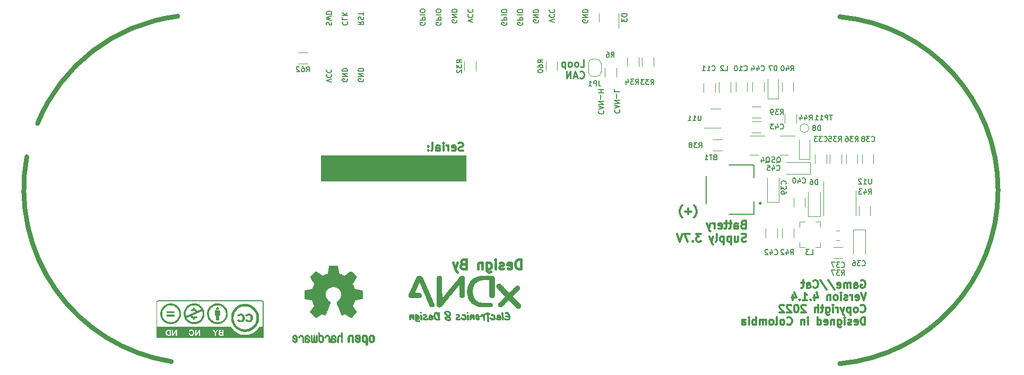
<source format=gbr>
G04 #@! TF.GenerationSoftware,KiCad,Pcbnew,(6.0.10)*
G04 #@! TF.CreationDate,2022-12-21T18:43:37-05:00*
G04 #@! TF.ProjectId,Game_Cat_R4,47616d65-5f43-4617-945f-52342e6b6963,4.1.4*
G04 #@! TF.SameCoordinates,Original*
G04 #@! TF.FileFunction,Legend,Bot*
G04 #@! TF.FilePolarity,Positive*
%FSLAX46Y46*%
G04 Gerber Fmt 4.6, Leading zero omitted, Abs format (unit mm)*
G04 Created by KiCad (PCBNEW (6.0.10)) date 2022-12-21 18:43:37*
%MOMM*%
%LPD*%
G01*
G04 APERTURE LIST*
%ADD10C,0.762000*%
%ADD11C,0.100000*%
%ADD12C,0.285750*%
%ADD13C,0.317500*%
%ADD14C,0.304800*%
%ADD15C,0.203200*%
%ADD16C,0.381000*%
%ADD17C,0.150000*%
%ADD18C,0.120000*%
%ADD19C,0.127000*%
%ADD20C,0.300000*%
%ADD21C,0.010000*%
G04 APERTURE END LIST*
D10*
X52637400Y-94753122D02*
G75*
G03*
X75692000Y-127416432I27398000J-5129708D01*
G01*
X76728825Y-72309284D02*
G75*
G03*
X54356000Y-89408000I3306575J-27512716D01*
G01*
X182372000Y-127762000D02*
G75*
G03*
X182372000Y-72390000I-2540000J27686000D01*
G01*
D11*
G36*
X122682000Y-98552000D02*
G01*
X99568000Y-98552000D01*
X99568000Y-94488000D01*
X122682000Y-94488000D01*
X122682000Y-98552000D01*
G37*
X122682000Y-98552000D02*
X99568000Y-98552000D01*
X99568000Y-94488000D01*
X122682000Y-94488000D01*
X122682000Y-98552000D01*
D12*
X140983833Y-80368956D02*
X141528119Y-80368956D01*
X141528119Y-79225956D01*
X140439548Y-80368956D02*
X140548405Y-80314527D01*
X140602833Y-80260099D01*
X140657262Y-80151242D01*
X140657262Y-79824670D01*
X140602833Y-79715813D01*
X140548405Y-79661385D01*
X140439548Y-79606956D01*
X140276262Y-79606956D01*
X140167405Y-79661385D01*
X140112976Y-79715813D01*
X140058548Y-79824670D01*
X140058548Y-80151242D01*
X140112976Y-80260099D01*
X140167405Y-80314527D01*
X140276262Y-80368956D01*
X140439548Y-80368956D01*
X139405405Y-80368956D02*
X139514262Y-80314527D01*
X139568691Y-80260099D01*
X139623119Y-80151242D01*
X139623119Y-79824670D01*
X139568691Y-79715813D01*
X139514262Y-79661385D01*
X139405405Y-79606956D01*
X139242119Y-79606956D01*
X139133262Y-79661385D01*
X139078833Y-79715813D01*
X139024405Y-79824670D01*
X139024405Y-80151242D01*
X139078833Y-80260099D01*
X139133262Y-80314527D01*
X139242119Y-80368956D01*
X139405405Y-80368956D01*
X138534548Y-79606956D02*
X138534548Y-80749956D01*
X138534548Y-79661385D02*
X138425691Y-79606956D01*
X138207976Y-79606956D01*
X138099119Y-79661385D01*
X138044691Y-79715813D01*
X137990262Y-79824670D01*
X137990262Y-80151242D01*
X138044691Y-80260099D01*
X138099119Y-80314527D01*
X138207976Y-80368956D01*
X138425691Y-80368956D01*
X138534548Y-80314527D01*
X140874976Y-82100329D02*
X140929405Y-82154757D01*
X141092691Y-82209186D01*
X141201548Y-82209186D01*
X141364833Y-82154757D01*
X141473691Y-82045900D01*
X141528119Y-81937043D01*
X141582548Y-81719329D01*
X141582548Y-81556043D01*
X141528119Y-81338329D01*
X141473691Y-81229472D01*
X141364833Y-81120615D01*
X141201548Y-81066186D01*
X141092691Y-81066186D01*
X140929405Y-81120615D01*
X140874976Y-81175043D01*
X140439548Y-81882615D02*
X139895262Y-81882615D01*
X140548405Y-82209186D02*
X140167405Y-81066186D01*
X139786405Y-82209186D01*
X139405405Y-82209186D02*
X139405405Y-81066186D01*
X138752262Y-82209186D01*
X138752262Y-81066186D01*
D13*
X122283721Y-93732047D02*
X122102292Y-93792523D01*
X121799911Y-93792523D01*
X121678959Y-93732047D01*
X121618483Y-93671571D01*
X121558006Y-93550619D01*
X121558006Y-93429666D01*
X121618483Y-93308714D01*
X121678959Y-93248238D01*
X121799911Y-93187761D01*
X122041816Y-93127285D01*
X122162768Y-93066809D01*
X122223245Y-93006333D01*
X122283721Y-92885380D01*
X122283721Y-92764428D01*
X122223245Y-92643476D01*
X122162768Y-92583000D01*
X122041816Y-92522523D01*
X121739435Y-92522523D01*
X121558006Y-92583000D01*
X120529911Y-93732047D02*
X120650864Y-93792523D01*
X120892768Y-93792523D01*
X121013721Y-93732047D01*
X121074197Y-93611095D01*
X121074197Y-93127285D01*
X121013721Y-93006333D01*
X120892768Y-92945857D01*
X120650864Y-92945857D01*
X120529911Y-93006333D01*
X120469435Y-93127285D01*
X120469435Y-93248238D01*
X121074197Y-93369190D01*
X119925149Y-93792523D02*
X119925149Y-92945857D01*
X119925149Y-93187761D02*
X119864673Y-93066809D01*
X119804197Y-93006333D01*
X119683245Y-92945857D01*
X119562292Y-92945857D01*
X119138959Y-93792523D02*
X119138959Y-92945857D01*
X119138959Y-92522523D02*
X119199435Y-92583000D01*
X119138959Y-92643476D01*
X119078483Y-92583000D01*
X119138959Y-92522523D01*
X119138959Y-92643476D01*
X117989911Y-93792523D02*
X117989911Y-93127285D01*
X118050387Y-93006333D01*
X118171340Y-92945857D01*
X118413245Y-92945857D01*
X118534197Y-93006333D01*
X117989911Y-93732047D02*
X118110864Y-93792523D01*
X118413245Y-93792523D01*
X118534197Y-93732047D01*
X118594673Y-93611095D01*
X118594673Y-93490142D01*
X118534197Y-93369190D01*
X118413245Y-93308714D01*
X118110864Y-93308714D01*
X117989911Y-93248238D01*
X117203721Y-93792523D02*
X117324673Y-93732047D01*
X117385149Y-93611095D01*
X117385149Y-92522523D01*
X116719911Y-93671571D02*
X116659435Y-93732047D01*
X116719911Y-93792523D01*
X116780387Y-93732047D01*
X116719911Y-93671571D01*
X116719911Y-93792523D01*
X116719911Y-93006333D02*
X116659435Y-93066809D01*
X116719911Y-93127285D01*
X116780387Y-93066809D01*
X116719911Y-93006333D01*
X116719911Y-93127285D01*
X166961910Y-105566935D02*
X166780482Y-105627411D01*
X166720005Y-105687888D01*
X166659529Y-105808840D01*
X166659529Y-105990269D01*
X166720005Y-106111221D01*
X166780482Y-106171697D01*
X166901434Y-106232173D01*
X167385244Y-106232173D01*
X167385244Y-104962173D01*
X166961910Y-104962173D01*
X166840958Y-105022650D01*
X166780482Y-105083126D01*
X166720005Y-105204078D01*
X166720005Y-105325030D01*
X166780482Y-105445983D01*
X166840958Y-105506459D01*
X166961910Y-105566935D01*
X167385244Y-105566935D01*
X165570958Y-106232173D02*
X165570958Y-105566935D01*
X165631434Y-105445983D01*
X165752386Y-105385507D01*
X165994291Y-105385507D01*
X166115244Y-105445983D01*
X165570958Y-106171697D02*
X165691910Y-106232173D01*
X165994291Y-106232173D01*
X166115244Y-106171697D01*
X166175720Y-106050745D01*
X166175720Y-105929792D01*
X166115244Y-105808840D01*
X165994291Y-105748364D01*
X165691910Y-105748364D01*
X165570958Y-105687888D01*
X165147625Y-105385507D02*
X164663815Y-105385507D01*
X164966196Y-104962173D02*
X164966196Y-106050745D01*
X164905720Y-106171697D01*
X164784767Y-106232173D01*
X164663815Y-106232173D01*
X164421910Y-105385507D02*
X163938101Y-105385507D01*
X164240482Y-104962173D02*
X164240482Y-106050745D01*
X164180005Y-106171697D01*
X164059053Y-106232173D01*
X163938101Y-106232173D01*
X163030958Y-106171697D02*
X163151910Y-106232173D01*
X163393815Y-106232173D01*
X163514767Y-106171697D01*
X163575244Y-106050745D01*
X163575244Y-105566935D01*
X163514767Y-105445983D01*
X163393815Y-105385507D01*
X163151910Y-105385507D01*
X163030958Y-105445983D01*
X162970482Y-105566935D01*
X162970482Y-105687888D01*
X163575244Y-105808840D01*
X162426196Y-106232173D02*
X162426196Y-105385507D01*
X162426196Y-105627411D02*
X162365720Y-105506459D01*
X162305244Y-105445983D01*
X162184291Y-105385507D01*
X162063339Y-105385507D01*
X161760958Y-105385507D02*
X161458577Y-106232173D01*
X161156196Y-105385507D02*
X161458577Y-106232173D01*
X161579529Y-106534554D01*
X161640005Y-106595030D01*
X161760958Y-106655507D01*
X167445720Y-108216397D02*
X167264291Y-108276873D01*
X166961910Y-108276873D01*
X166840958Y-108216397D01*
X166780482Y-108155921D01*
X166720005Y-108034969D01*
X166720005Y-107914016D01*
X166780482Y-107793064D01*
X166840958Y-107732588D01*
X166961910Y-107672111D01*
X167203815Y-107611635D01*
X167324767Y-107551159D01*
X167385244Y-107490683D01*
X167445720Y-107369730D01*
X167445720Y-107248778D01*
X167385244Y-107127826D01*
X167324767Y-107067350D01*
X167203815Y-107006873D01*
X166901434Y-107006873D01*
X166720005Y-107067350D01*
X165631434Y-107430207D02*
X165631434Y-108276873D01*
X166175720Y-107430207D02*
X166175720Y-108095445D01*
X166115244Y-108216397D01*
X165994291Y-108276873D01*
X165812863Y-108276873D01*
X165691910Y-108216397D01*
X165631434Y-108155921D01*
X165026672Y-107430207D02*
X165026672Y-108700207D01*
X165026672Y-107490683D02*
X164905720Y-107430207D01*
X164663815Y-107430207D01*
X164542863Y-107490683D01*
X164482386Y-107551159D01*
X164421910Y-107672111D01*
X164421910Y-108034969D01*
X164482386Y-108155921D01*
X164542863Y-108216397D01*
X164663815Y-108276873D01*
X164905720Y-108276873D01*
X165026672Y-108216397D01*
X163877625Y-107430207D02*
X163877625Y-108700207D01*
X163877625Y-107490683D02*
X163756672Y-107430207D01*
X163514767Y-107430207D01*
X163393815Y-107490683D01*
X163333339Y-107551159D01*
X163272863Y-107672111D01*
X163272863Y-108034969D01*
X163333339Y-108155921D01*
X163393815Y-108216397D01*
X163514767Y-108276873D01*
X163756672Y-108276873D01*
X163877625Y-108216397D01*
X162547148Y-108276873D02*
X162668101Y-108216397D01*
X162728577Y-108095445D01*
X162728577Y-107006873D01*
X162184291Y-107430207D02*
X161881910Y-108276873D01*
X161579529Y-107430207D02*
X161881910Y-108276873D01*
X162002863Y-108579254D01*
X162063339Y-108639730D01*
X162184291Y-108700207D01*
X160249053Y-107006873D02*
X159462863Y-107006873D01*
X159886196Y-107490683D01*
X159704767Y-107490683D01*
X159583815Y-107551159D01*
X159523339Y-107611635D01*
X159462863Y-107732588D01*
X159462863Y-108034969D01*
X159523339Y-108155921D01*
X159583815Y-108216397D01*
X159704767Y-108276873D01*
X160067625Y-108276873D01*
X160188577Y-108216397D01*
X160249053Y-108155921D01*
X158918577Y-108155921D02*
X158858101Y-108216397D01*
X158918577Y-108276873D01*
X158979053Y-108216397D01*
X158918577Y-108155921D01*
X158918577Y-108276873D01*
X158434767Y-107006873D02*
X157588101Y-107006873D01*
X158132386Y-108276873D01*
X157285720Y-107006873D02*
X156862386Y-108276873D01*
X156439053Y-107006873D01*
X159148386Y-104436333D02*
X159208863Y-104375857D01*
X159329815Y-104194428D01*
X159390291Y-104073476D01*
X159450767Y-103892047D01*
X159511244Y-103589666D01*
X159511244Y-103347761D01*
X159450767Y-103045380D01*
X159390291Y-102863952D01*
X159329815Y-102743000D01*
X159208863Y-102561571D01*
X159148386Y-102501095D01*
X158664577Y-103468714D02*
X157696958Y-103468714D01*
X158180767Y-103952523D02*
X158180767Y-102984904D01*
X157213148Y-104436333D02*
X157152672Y-104375857D01*
X157031720Y-104194428D01*
X156971244Y-104073476D01*
X156910767Y-103892047D01*
X156850291Y-103589666D01*
X156850291Y-103347761D01*
X156910767Y-103045380D01*
X156971244Y-102863952D01*
X157031720Y-102743000D01*
X157152672Y-102561571D01*
X157213148Y-102501095D01*
D14*
X185766165Y-114505232D02*
X185882280Y-114447174D01*
X186056451Y-114447174D01*
X186230622Y-114505232D01*
X186346737Y-114621346D01*
X186404794Y-114737460D01*
X186462851Y-114969689D01*
X186462851Y-115143860D01*
X186404794Y-115376089D01*
X186346737Y-115492203D01*
X186230622Y-115608317D01*
X186056451Y-115666374D01*
X185940337Y-115666374D01*
X185766165Y-115608317D01*
X185708108Y-115550260D01*
X185708108Y-115143860D01*
X185940337Y-115143860D01*
X184663080Y-115666374D02*
X184663080Y-115027746D01*
X184721137Y-114911632D01*
X184837251Y-114853574D01*
X185069480Y-114853574D01*
X185185594Y-114911632D01*
X184663080Y-115608317D02*
X184779194Y-115666374D01*
X185069480Y-115666374D01*
X185185594Y-115608317D01*
X185243651Y-115492203D01*
X185243651Y-115376089D01*
X185185594Y-115259974D01*
X185069480Y-115201917D01*
X184779194Y-115201917D01*
X184663080Y-115143860D01*
X184082508Y-115666374D02*
X184082508Y-114853574D01*
X184082508Y-114969689D02*
X184024451Y-114911632D01*
X183908337Y-114853574D01*
X183734165Y-114853574D01*
X183618051Y-114911632D01*
X183559994Y-115027746D01*
X183559994Y-115666374D01*
X183559994Y-115027746D02*
X183501937Y-114911632D01*
X183385822Y-114853574D01*
X183211651Y-114853574D01*
X183095537Y-114911632D01*
X183037480Y-115027746D01*
X183037480Y-115666374D01*
X181992451Y-115608317D02*
X182108565Y-115666374D01*
X182340794Y-115666374D01*
X182456908Y-115608317D01*
X182514965Y-115492203D01*
X182514965Y-115027746D01*
X182456908Y-114911632D01*
X182340794Y-114853574D01*
X182108565Y-114853574D01*
X181992451Y-114911632D01*
X181934394Y-115027746D01*
X181934394Y-115143860D01*
X182514965Y-115259974D01*
X180541022Y-114389117D02*
X181586051Y-115956660D01*
X179263765Y-114389117D02*
X180308794Y-115956660D01*
X178160680Y-115550260D02*
X178218737Y-115608317D01*
X178392908Y-115666374D01*
X178509022Y-115666374D01*
X178683194Y-115608317D01*
X178799308Y-115492203D01*
X178857365Y-115376089D01*
X178915422Y-115143860D01*
X178915422Y-114969689D01*
X178857365Y-114737460D01*
X178799308Y-114621346D01*
X178683194Y-114505232D01*
X178509022Y-114447174D01*
X178392908Y-114447174D01*
X178218737Y-114505232D01*
X178160680Y-114563289D01*
X177115651Y-115666374D02*
X177115651Y-115027746D01*
X177173708Y-114911632D01*
X177289822Y-114853574D01*
X177522051Y-114853574D01*
X177638165Y-114911632D01*
X177115651Y-115608317D02*
X177231765Y-115666374D01*
X177522051Y-115666374D01*
X177638165Y-115608317D01*
X177696222Y-115492203D01*
X177696222Y-115376089D01*
X177638165Y-115259974D01*
X177522051Y-115201917D01*
X177231765Y-115201917D01*
X177115651Y-115143860D01*
X176709251Y-114853574D02*
X176244794Y-114853574D01*
X176535080Y-114447174D02*
X176535080Y-115492203D01*
X176477022Y-115608317D01*
X176360908Y-115666374D01*
X176244794Y-115666374D01*
X186578965Y-116410086D02*
X186172565Y-117629286D01*
X185766165Y-116410086D01*
X184895308Y-117571229D02*
X185011422Y-117629286D01*
X185243651Y-117629286D01*
X185359765Y-117571229D01*
X185417822Y-117455115D01*
X185417822Y-116990658D01*
X185359765Y-116874544D01*
X185243651Y-116816486D01*
X185011422Y-116816486D01*
X184895308Y-116874544D01*
X184837251Y-116990658D01*
X184837251Y-117106772D01*
X185417822Y-117222886D01*
X184314737Y-117629286D02*
X184314737Y-116816486D01*
X184314737Y-117048715D02*
X184256680Y-116932601D01*
X184198622Y-116874544D01*
X184082508Y-116816486D01*
X183966394Y-116816486D01*
X183618051Y-117571229D02*
X183501937Y-117629286D01*
X183269708Y-117629286D01*
X183153594Y-117571229D01*
X183095537Y-117455115D01*
X183095537Y-117397058D01*
X183153594Y-117280944D01*
X183269708Y-117222886D01*
X183443880Y-117222886D01*
X183559994Y-117164829D01*
X183618051Y-117048715D01*
X183618051Y-116990658D01*
X183559994Y-116874544D01*
X183443880Y-116816486D01*
X183269708Y-116816486D01*
X183153594Y-116874544D01*
X182573022Y-117629286D02*
X182573022Y-116816486D01*
X182573022Y-116410086D02*
X182631080Y-116468144D01*
X182573022Y-116526201D01*
X182514965Y-116468144D01*
X182573022Y-116410086D01*
X182573022Y-116526201D01*
X181818280Y-117629286D02*
X181934394Y-117571229D01*
X181992451Y-117513172D01*
X182050508Y-117397058D01*
X182050508Y-117048715D01*
X181992451Y-116932601D01*
X181934394Y-116874544D01*
X181818280Y-116816486D01*
X181644108Y-116816486D01*
X181527994Y-116874544D01*
X181469937Y-116932601D01*
X181411880Y-117048715D01*
X181411880Y-117397058D01*
X181469937Y-117513172D01*
X181527994Y-117571229D01*
X181644108Y-117629286D01*
X181818280Y-117629286D01*
X180889365Y-116816486D02*
X180889365Y-117629286D01*
X180889365Y-116932601D02*
X180831308Y-116874544D01*
X180715194Y-116816486D01*
X180541022Y-116816486D01*
X180424908Y-116874544D01*
X180366851Y-116990658D01*
X180366851Y-117629286D01*
X178334851Y-116816486D02*
X178334851Y-117629286D01*
X178625137Y-116352029D02*
X178915422Y-117222886D01*
X178160680Y-117222886D01*
X177696222Y-117513172D02*
X177638165Y-117571229D01*
X177696222Y-117629286D01*
X177754280Y-117571229D01*
X177696222Y-117513172D01*
X177696222Y-117629286D01*
X176477022Y-117629286D02*
X177173708Y-117629286D01*
X176825365Y-117629286D02*
X176825365Y-116410086D01*
X176941480Y-116584258D01*
X177057594Y-116700372D01*
X177173708Y-116758429D01*
X175954508Y-117513172D02*
X175896451Y-117571229D01*
X175954508Y-117629286D01*
X176012565Y-117571229D01*
X175954508Y-117513172D01*
X175954508Y-117629286D01*
X174851422Y-116816486D02*
X174851422Y-117629286D01*
X175141708Y-116352029D02*
X175431994Y-117222886D01*
X174677251Y-117222886D01*
X185708108Y-119476084D02*
X185766165Y-119534141D01*
X185940337Y-119592198D01*
X186056451Y-119592198D01*
X186230622Y-119534141D01*
X186346737Y-119418027D01*
X186404794Y-119301913D01*
X186462851Y-119069684D01*
X186462851Y-118895513D01*
X186404794Y-118663284D01*
X186346737Y-118547170D01*
X186230622Y-118431056D01*
X186056451Y-118372998D01*
X185940337Y-118372998D01*
X185766165Y-118431056D01*
X185708108Y-118489113D01*
X185011422Y-119592198D02*
X185127537Y-119534141D01*
X185185594Y-119476084D01*
X185243651Y-119359970D01*
X185243651Y-119011627D01*
X185185594Y-118895513D01*
X185127537Y-118837456D01*
X185011422Y-118779398D01*
X184837251Y-118779398D01*
X184721137Y-118837456D01*
X184663080Y-118895513D01*
X184605022Y-119011627D01*
X184605022Y-119359970D01*
X184663080Y-119476084D01*
X184721137Y-119534141D01*
X184837251Y-119592198D01*
X185011422Y-119592198D01*
X184082508Y-118779398D02*
X184082508Y-119998598D01*
X184082508Y-118837456D02*
X183966394Y-118779398D01*
X183734165Y-118779398D01*
X183618051Y-118837456D01*
X183559994Y-118895513D01*
X183501937Y-119011627D01*
X183501937Y-119359970D01*
X183559994Y-119476084D01*
X183618051Y-119534141D01*
X183734165Y-119592198D01*
X183966394Y-119592198D01*
X184082508Y-119534141D01*
X183095537Y-118779398D02*
X182805251Y-119592198D01*
X182514965Y-118779398D02*
X182805251Y-119592198D01*
X182921365Y-119882484D01*
X182979422Y-119940541D01*
X183095537Y-119998598D01*
X182050508Y-119592198D02*
X182050508Y-118779398D01*
X182050508Y-119011627D02*
X181992451Y-118895513D01*
X181934394Y-118837456D01*
X181818280Y-118779398D01*
X181702165Y-118779398D01*
X181295765Y-119592198D02*
X181295765Y-118779398D01*
X181295765Y-118372998D02*
X181353822Y-118431056D01*
X181295765Y-118489113D01*
X181237708Y-118431056D01*
X181295765Y-118372998D01*
X181295765Y-118489113D01*
X180192680Y-118779398D02*
X180192680Y-119766370D01*
X180250737Y-119882484D01*
X180308794Y-119940541D01*
X180424908Y-119998598D01*
X180599080Y-119998598D01*
X180715194Y-119940541D01*
X180192680Y-119534141D02*
X180308794Y-119592198D01*
X180541022Y-119592198D01*
X180657137Y-119534141D01*
X180715194Y-119476084D01*
X180773251Y-119359970D01*
X180773251Y-119011627D01*
X180715194Y-118895513D01*
X180657137Y-118837456D01*
X180541022Y-118779398D01*
X180308794Y-118779398D01*
X180192680Y-118837456D01*
X179786280Y-118779398D02*
X179321822Y-118779398D01*
X179612108Y-118372998D02*
X179612108Y-119418027D01*
X179554051Y-119534141D01*
X179437937Y-119592198D01*
X179321822Y-119592198D01*
X178915422Y-119592198D02*
X178915422Y-118372998D01*
X178392908Y-119592198D02*
X178392908Y-118953570D01*
X178450965Y-118837456D01*
X178567080Y-118779398D01*
X178741251Y-118779398D01*
X178857365Y-118837456D01*
X178915422Y-118895513D01*
X176941480Y-118489113D02*
X176883422Y-118431056D01*
X176767308Y-118372998D01*
X176477022Y-118372998D01*
X176360908Y-118431056D01*
X176302851Y-118489113D01*
X176244794Y-118605227D01*
X176244794Y-118721341D01*
X176302851Y-118895513D01*
X176999537Y-119592198D01*
X176244794Y-119592198D01*
X175490051Y-118372998D02*
X175373937Y-118372998D01*
X175257822Y-118431056D01*
X175199765Y-118489113D01*
X175141708Y-118605227D01*
X175083651Y-118837456D01*
X175083651Y-119127741D01*
X175141708Y-119359970D01*
X175199765Y-119476084D01*
X175257822Y-119534141D01*
X175373937Y-119592198D01*
X175490051Y-119592198D01*
X175606165Y-119534141D01*
X175664222Y-119476084D01*
X175722280Y-119359970D01*
X175780337Y-119127741D01*
X175780337Y-118837456D01*
X175722280Y-118605227D01*
X175664222Y-118489113D01*
X175606165Y-118431056D01*
X175490051Y-118372998D01*
X174619194Y-118489113D02*
X174561137Y-118431056D01*
X174445022Y-118372998D01*
X174154737Y-118372998D01*
X174038622Y-118431056D01*
X173980565Y-118489113D01*
X173922508Y-118605227D01*
X173922508Y-118721341D01*
X173980565Y-118895513D01*
X174677251Y-119592198D01*
X173922508Y-119592198D01*
X173458051Y-118489113D02*
X173399994Y-118431056D01*
X173283880Y-118372998D01*
X172993594Y-118372998D01*
X172877480Y-118431056D01*
X172819422Y-118489113D01*
X172761365Y-118605227D01*
X172761365Y-118721341D01*
X172819422Y-118895513D01*
X173516108Y-119592198D01*
X172761365Y-119592198D01*
X186404794Y-121555110D02*
X186404794Y-120335910D01*
X186114508Y-120335910D01*
X185940337Y-120393968D01*
X185824222Y-120510082D01*
X185766165Y-120626196D01*
X185708108Y-120858425D01*
X185708108Y-121032596D01*
X185766165Y-121264825D01*
X185824222Y-121380939D01*
X185940337Y-121497053D01*
X186114508Y-121555110D01*
X186404794Y-121555110D01*
X184721137Y-121497053D02*
X184837251Y-121555110D01*
X185069480Y-121555110D01*
X185185594Y-121497053D01*
X185243651Y-121380939D01*
X185243651Y-120916482D01*
X185185594Y-120800368D01*
X185069480Y-120742310D01*
X184837251Y-120742310D01*
X184721137Y-120800368D01*
X184663080Y-120916482D01*
X184663080Y-121032596D01*
X185243651Y-121148710D01*
X184198622Y-121497053D02*
X184082508Y-121555110D01*
X183850280Y-121555110D01*
X183734165Y-121497053D01*
X183676108Y-121380939D01*
X183676108Y-121322882D01*
X183734165Y-121206768D01*
X183850280Y-121148710D01*
X184024451Y-121148710D01*
X184140565Y-121090653D01*
X184198622Y-120974539D01*
X184198622Y-120916482D01*
X184140565Y-120800368D01*
X184024451Y-120742310D01*
X183850280Y-120742310D01*
X183734165Y-120800368D01*
X183153594Y-121555110D02*
X183153594Y-120742310D01*
X183153594Y-120335910D02*
X183211651Y-120393968D01*
X183153594Y-120452025D01*
X183095537Y-120393968D01*
X183153594Y-120335910D01*
X183153594Y-120452025D01*
X182050508Y-120742310D02*
X182050508Y-121729282D01*
X182108565Y-121845396D01*
X182166622Y-121903453D01*
X182282737Y-121961510D01*
X182456908Y-121961510D01*
X182573022Y-121903453D01*
X182050508Y-121497053D02*
X182166622Y-121555110D01*
X182398851Y-121555110D01*
X182514965Y-121497053D01*
X182573022Y-121438996D01*
X182631080Y-121322882D01*
X182631080Y-120974539D01*
X182573022Y-120858425D01*
X182514965Y-120800368D01*
X182398851Y-120742310D01*
X182166622Y-120742310D01*
X182050508Y-120800368D01*
X181469937Y-120742310D02*
X181469937Y-121555110D01*
X181469937Y-120858425D02*
X181411880Y-120800368D01*
X181295765Y-120742310D01*
X181121594Y-120742310D01*
X181005480Y-120800368D01*
X180947422Y-120916482D01*
X180947422Y-121555110D01*
X179902394Y-121497053D02*
X180018508Y-121555110D01*
X180250737Y-121555110D01*
X180366851Y-121497053D01*
X180424908Y-121380939D01*
X180424908Y-120916482D01*
X180366851Y-120800368D01*
X180250737Y-120742310D01*
X180018508Y-120742310D01*
X179902394Y-120800368D01*
X179844337Y-120916482D01*
X179844337Y-121032596D01*
X180424908Y-121148710D01*
X178799308Y-121555110D02*
X178799308Y-120335910D01*
X178799308Y-121497053D02*
X178915422Y-121555110D01*
X179147651Y-121555110D01*
X179263765Y-121497053D01*
X179321822Y-121438996D01*
X179379880Y-121322882D01*
X179379880Y-120974539D01*
X179321822Y-120858425D01*
X179263765Y-120800368D01*
X179147651Y-120742310D01*
X178915422Y-120742310D01*
X178799308Y-120800368D01*
X177289822Y-121555110D02*
X177289822Y-120742310D01*
X177289822Y-120335910D02*
X177347880Y-120393968D01*
X177289822Y-120452025D01*
X177231765Y-120393968D01*
X177289822Y-120335910D01*
X177289822Y-120452025D01*
X176709251Y-120742310D02*
X176709251Y-121555110D01*
X176709251Y-120858425D02*
X176651194Y-120800368D01*
X176535080Y-120742310D01*
X176360908Y-120742310D01*
X176244794Y-120800368D01*
X176186737Y-120916482D01*
X176186737Y-121555110D01*
X173980565Y-121438996D02*
X174038622Y-121497053D01*
X174212794Y-121555110D01*
X174328908Y-121555110D01*
X174503080Y-121497053D01*
X174619194Y-121380939D01*
X174677251Y-121264825D01*
X174735308Y-121032596D01*
X174735308Y-120858425D01*
X174677251Y-120626196D01*
X174619194Y-120510082D01*
X174503080Y-120393968D01*
X174328908Y-120335910D01*
X174212794Y-120335910D01*
X174038622Y-120393968D01*
X173980565Y-120452025D01*
X173283880Y-121555110D02*
X173399994Y-121497053D01*
X173458051Y-121438996D01*
X173516108Y-121322882D01*
X173516108Y-120974539D01*
X173458051Y-120858425D01*
X173399994Y-120800368D01*
X173283880Y-120742310D01*
X173109708Y-120742310D01*
X172993594Y-120800368D01*
X172935537Y-120858425D01*
X172877480Y-120974539D01*
X172877480Y-121322882D01*
X172935537Y-121438996D01*
X172993594Y-121497053D01*
X173109708Y-121555110D01*
X173283880Y-121555110D01*
X172180794Y-121555110D02*
X172296908Y-121497053D01*
X172354965Y-121380939D01*
X172354965Y-120335910D01*
X171542165Y-121555110D02*
X171658280Y-121497053D01*
X171716337Y-121438996D01*
X171774394Y-121322882D01*
X171774394Y-120974539D01*
X171716337Y-120858425D01*
X171658280Y-120800368D01*
X171542165Y-120742310D01*
X171367994Y-120742310D01*
X171251880Y-120800368D01*
X171193822Y-120858425D01*
X171135765Y-120974539D01*
X171135765Y-121322882D01*
X171193822Y-121438996D01*
X171251880Y-121497053D01*
X171367994Y-121555110D01*
X171542165Y-121555110D01*
X170613251Y-121555110D02*
X170613251Y-120742310D01*
X170613251Y-120858425D02*
X170555194Y-120800368D01*
X170439080Y-120742310D01*
X170264908Y-120742310D01*
X170148794Y-120800368D01*
X170090737Y-120916482D01*
X170090737Y-121555110D01*
X170090737Y-120916482D02*
X170032680Y-120800368D01*
X169916565Y-120742310D01*
X169742394Y-120742310D01*
X169626280Y-120800368D01*
X169568222Y-120916482D01*
X169568222Y-121555110D01*
X168987651Y-121555110D02*
X168987651Y-120335910D01*
X168987651Y-120800368D02*
X168871537Y-120742310D01*
X168639308Y-120742310D01*
X168523194Y-120800368D01*
X168465137Y-120858425D01*
X168407080Y-120974539D01*
X168407080Y-121322882D01*
X168465137Y-121438996D01*
X168523194Y-121497053D01*
X168639308Y-121555110D01*
X168871537Y-121555110D01*
X168987651Y-121497053D01*
X167884565Y-121555110D02*
X167884565Y-120742310D01*
X167884565Y-120335910D02*
X167942622Y-120393968D01*
X167884565Y-120452025D01*
X167826508Y-120393968D01*
X167884565Y-120335910D01*
X167884565Y-120452025D01*
X166781480Y-121555110D02*
X166781480Y-120916482D01*
X166839537Y-120800368D01*
X166955651Y-120742310D01*
X167187880Y-120742310D01*
X167303994Y-120800368D01*
X166781480Y-121497053D02*
X166897594Y-121555110D01*
X167187880Y-121555110D01*
X167303994Y-121497053D01*
X167362051Y-121380939D01*
X167362051Y-121264825D01*
X167303994Y-121148710D01*
X167187880Y-121090653D01*
X166897594Y-121090653D01*
X166781480Y-121032596D01*
D15*
X121259600Y-72888641D02*
X121298304Y-72966051D01*
X121298304Y-73082165D01*
X121259600Y-73198279D01*
X121182190Y-73275689D01*
X121104780Y-73314394D01*
X120949961Y-73353098D01*
X120833847Y-73353098D01*
X120679028Y-73314394D01*
X120601619Y-73275689D01*
X120524209Y-73198279D01*
X120485504Y-73082165D01*
X120485504Y-73004756D01*
X120524209Y-72888641D01*
X120562914Y-72849937D01*
X120833847Y-72849937D01*
X120833847Y-73004756D01*
X120485504Y-72501594D02*
X121298304Y-72501594D01*
X120485504Y-72037137D01*
X121298304Y-72037137D01*
X120485504Y-71650089D02*
X121298304Y-71650089D01*
X121298304Y-71456565D01*
X121259600Y-71340451D01*
X121182190Y-71263041D01*
X121104780Y-71224337D01*
X120949961Y-71185632D01*
X120833847Y-71185632D01*
X120679028Y-71224337D01*
X120601619Y-71263041D01*
X120524209Y-71340451D01*
X120485504Y-71456565D01*
X120485504Y-71650089D01*
X146521714Y-87243926D02*
X146483009Y-87282630D01*
X146444304Y-87398745D01*
X146444304Y-87476154D01*
X146483009Y-87592268D01*
X146560419Y-87669678D01*
X146637828Y-87708383D01*
X146792647Y-87747087D01*
X146908761Y-87747087D01*
X147063580Y-87708383D01*
X147140990Y-87669678D01*
X147218400Y-87592268D01*
X147257104Y-87476154D01*
X147257104Y-87398745D01*
X147218400Y-87282630D01*
X147179695Y-87243926D01*
X146676533Y-86934287D02*
X146676533Y-86547240D01*
X146444304Y-87011697D02*
X147257104Y-86740764D01*
X146444304Y-86469830D01*
X146444304Y-86198897D02*
X147257104Y-86198897D01*
X146444304Y-85734440D01*
X147257104Y-85734440D01*
X146753942Y-85347392D02*
X146753942Y-84728116D01*
X146444304Y-83954021D02*
X146444304Y-84341068D01*
X147257104Y-84341068D01*
X100509009Y-73717321D02*
X100470304Y-73601207D01*
X100470304Y-73407683D01*
X100509009Y-73330274D01*
X100547714Y-73291569D01*
X100625123Y-73252864D01*
X100702533Y-73252864D01*
X100779942Y-73291569D01*
X100818647Y-73330274D01*
X100857352Y-73407683D01*
X100896057Y-73562502D01*
X100934761Y-73639912D01*
X100973466Y-73678617D01*
X101050876Y-73717321D01*
X101128285Y-73717321D01*
X101205695Y-73678617D01*
X101244400Y-73639912D01*
X101283104Y-73562502D01*
X101283104Y-73368979D01*
X101244400Y-73252864D01*
X101283104Y-72981931D02*
X100470304Y-72788407D01*
X101050876Y-72633588D01*
X100470304Y-72478769D01*
X101283104Y-72285245D01*
X100470304Y-71975607D02*
X101283104Y-71975607D01*
X101283104Y-71782083D01*
X101244400Y-71665969D01*
X101166990Y-71588560D01*
X101089580Y-71549855D01*
X100934761Y-71511150D01*
X100818647Y-71511150D01*
X100663828Y-71549855D01*
X100586419Y-71588560D01*
X100509009Y-71665969D01*
X100470304Y-71782083D01*
X100470304Y-71975607D01*
X142138400Y-72908643D02*
X142177104Y-72986053D01*
X142177104Y-73102167D01*
X142138400Y-73218281D01*
X142060990Y-73295691D01*
X141983580Y-73334396D01*
X141828761Y-73373100D01*
X141712647Y-73373100D01*
X141557828Y-73334396D01*
X141480419Y-73295691D01*
X141403009Y-73218281D01*
X141364304Y-73102167D01*
X141364304Y-73024758D01*
X141403009Y-72908643D01*
X141441714Y-72869939D01*
X141712647Y-72869939D01*
X141712647Y-73024758D01*
X141364304Y-72521596D02*
X142177104Y-72521596D01*
X141364304Y-72057139D01*
X142177104Y-72057139D01*
X141364304Y-71670091D02*
X142177104Y-71670091D01*
X142177104Y-71476567D01*
X142138400Y-71360453D01*
X142060990Y-71283043D01*
X141983580Y-71244339D01*
X141828761Y-71205634D01*
X141712647Y-71205634D01*
X141557828Y-71244339D01*
X141480419Y-71283043D01*
X141403009Y-71360453D01*
X141364304Y-71476567D01*
X141364304Y-71670091D01*
X106324400Y-82297204D02*
X106363104Y-82374614D01*
X106363104Y-82490728D01*
X106324400Y-82606842D01*
X106246990Y-82684252D01*
X106169580Y-82722957D01*
X106014761Y-82761661D01*
X105898647Y-82761661D01*
X105743828Y-82722957D01*
X105666419Y-82684252D01*
X105589009Y-82606842D01*
X105550304Y-82490728D01*
X105550304Y-82413319D01*
X105589009Y-82297204D01*
X105627714Y-82258500D01*
X105898647Y-82258500D01*
X105898647Y-82413319D01*
X105550304Y-81910157D02*
X106363104Y-81910157D01*
X105550304Y-81445700D01*
X106363104Y-81445700D01*
X105550304Y-81058652D02*
X106363104Y-81058652D01*
X106363104Y-80865128D01*
X106324400Y-80749014D01*
X106246990Y-80671604D01*
X106169580Y-80632900D01*
X106014761Y-80594195D01*
X105898647Y-80594195D01*
X105743828Y-80632900D01*
X105666419Y-80671604D01*
X105589009Y-80749014D01*
X105550304Y-80865128D01*
X105550304Y-81058652D01*
X101276678Y-82872056D02*
X100463878Y-82601123D01*
X101276678Y-82330189D01*
X100541288Y-81594799D02*
X100502583Y-81633504D01*
X100463878Y-81749618D01*
X100463878Y-81827027D01*
X100502583Y-81943142D01*
X100579993Y-82020551D01*
X100657402Y-82059256D01*
X100812221Y-82097961D01*
X100928335Y-82097961D01*
X101083154Y-82059256D01*
X101160564Y-82020551D01*
X101237974Y-81943142D01*
X101276678Y-81827027D01*
X101276678Y-81749618D01*
X101237974Y-81633504D01*
X101199269Y-81594799D01*
X100541288Y-80781999D02*
X100502583Y-80820704D01*
X100463878Y-80936818D01*
X100463878Y-81014227D01*
X100502583Y-81130342D01*
X100579993Y-81207751D01*
X100657402Y-81246456D01*
X100812221Y-81285161D01*
X100928335Y-81285161D01*
X101083154Y-81246456D01*
X101160564Y-81207751D01*
X101237974Y-81130342D01*
X101276678Y-81014227D01*
X101276678Y-80936818D01*
X101237974Y-80820704D01*
X101199269Y-80781999D01*
X105550304Y-73167094D02*
X105937352Y-73438027D01*
X105550304Y-73631551D02*
X106363104Y-73631551D01*
X106363104Y-73321913D01*
X106324400Y-73244503D01*
X106285695Y-73205798D01*
X106208285Y-73167094D01*
X106092171Y-73167094D01*
X106014761Y-73205798D01*
X105976057Y-73244503D01*
X105937352Y-73321913D01*
X105937352Y-73631551D01*
X105589009Y-72857455D02*
X105550304Y-72741341D01*
X105550304Y-72547817D01*
X105589009Y-72470408D01*
X105627714Y-72431703D01*
X105705123Y-72392998D01*
X105782533Y-72392998D01*
X105859942Y-72431703D01*
X105898647Y-72470408D01*
X105937352Y-72547817D01*
X105976057Y-72702636D01*
X106014761Y-72780046D01*
X106053466Y-72818751D01*
X106130876Y-72857455D01*
X106208285Y-72857455D01*
X106285695Y-72818751D01*
X106324400Y-72780046D01*
X106363104Y-72702636D01*
X106363104Y-72509113D01*
X106324400Y-72392998D01*
X106363104Y-72160770D02*
X106363104Y-71696313D01*
X105550304Y-71928541D02*
X106363104Y-71928541D01*
X123838304Y-73275689D02*
X123025504Y-73004756D01*
X123838304Y-72733822D01*
X123102914Y-71998432D02*
X123064209Y-72037137D01*
X123025504Y-72153251D01*
X123025504Y-72230660D01*
X123064209Y-72346775D01*
X123141619Y-72424184D01*
X123219028Y-72462889D01*
X123373847Y-72501594D01*
X123489961Y-72501594D01*
X123644780Y-72462889D01*
X123722190Y-72424184D01*
X123799600Y-72346775D01*
X123838304Y-72230660D01*
X123838304Y-72153251D01*
X123799600Y-72037137D01*
X123760895Y-71998432D01*
X123102914Y-71185632D02*
X123064209Y-71224337D01*
X123025504Y-71340451D01*
X123025504Y-71417860D01*
X123064209Y-71533975D01*
X123141619Y-71611384D01*
X123219028Y-71650089D01*
X123373847Y-71688794D01*
X123489961Y-71688794D01*
X123644780Y-71650089D01*
X123722190Y-71611384D01*
X123799600Y-71533975D01*
X123838304Y-71417860D01*
X123838304Y-71340451D01*
X123799600Y-71224337D01*
X123760895Y-71185632D01*
X134264400Y-72908643D02*
X134303104Y-72986053D01*
X134303104Y-73102167D01*
X134264400Y-73218281D01*
X134186990Y-73295691D01*
X134109580Y-73334396D01*
X133954761Y-73373100D01*
X133838647Y-73373100D01*
X133683828Y-73334396D01*
X133606419Y-73295691D01*
X133529009Y-73218281D01*
X133490304Y-73102167D01*
X133490304Y-73024758D01*
X133529009Y-72908643D01*
X133567714Y-72869939D01*
X133838647Y-72869939D01*
X133838647Y-73024758D01*
X133490304Y-72521596D02*
X134303104Y-72521596D01*
X133490304Y-72057139D01*
X134303104Y-72057139D01*
X133490304Y-71670091D02*
X134303104Y-71670091D01*
X134303104Y-71476567D01*
X134264400Y-71360453D01*
X134186990Y-71283043D01*
X134109580Y-71244339D01*
X133954761Y-71205634D01*
X133838647Y-71205634D01*
X133683828Y-71244339D01*
X133606419Y-71283043D01*
X133529009Y-71360453D01*
X133490304Y-71476567D01*
X133490304Y-71670091D01*
X143981714Y-87398739D02*
X143943009Y-87437443D01*
X143904304Y-87553558D01*
X143904304Y-87630967D01*
X143943009Y-87747081D01*
X144020419Y-87824491D01*
X144097828Y-87863196D01*
X144252647Y-87901900D01*
X144368761Y-87901900D01*
X144523580Y-87863196D01*
X144600990Y-87824491D01*
X144678400Y-87747081D01*
X144717104Y-87630967D01*
X144717104Y-87553558D01*
X144678400Y-87437443D01*
X144639695Y-87398739D01*
X144136533Y-87089100D02*
X144136533Y-86702053D01*
X143904304Y-87166510D02*
X144717104Y-86895577D01*
X143904304Y-86624643D01*
X143904304Y-86353710D02*
X144717104Y-86353710D01*
X143904304Y-85889253D01*
X144717104Y-85889253D01*
X144213942Y-85502205D02*
X144213942Y-84882929D01*
X143904304Y-84495881D02*
X144717104Y-84495881D01*
X144330057Y-84495881D02*
X144330057Y-84031424D01*
X143904304Y-84031424D02*
X144717104Y-84031424D01*
X103777974Y-82306643D02*
X103816678Y-82384053D01*
X103816678Y-82500167D01*
X103777974Y-82616281D01*
X103700564Y-82693691D01*
X103623154Y-82732396D01*
X103468335Y-82771100D01*
X103352221Y-82771100D01*
X103197402Y-82732396D01*
X103119993Y-82693691D01*
X103042583Y-82616281D01*
X103003878Y-82500167D01*
X103003878Y-82422758D01*
X103042583Y-82306643D01*
X103081288Y-82267939D01*
X103352221Y-82267939D01*
X103352221Y-82422758D01*
X103003878Y-81919596D02*
X103816678Y-81919596D01*
X103003878Y-81455139D01*
X103816678Y-81455139D01*
X103003878Y-81068091D02*
X103816678Y-81068091D01*
X103816678Y-80874567D01*
X103777974Y-80758453D01*
X103700564Y-80681043D01*
X103623154Y-80642339D01*
X103468335Y-80603634D01*
X103352221Y-80603634D01*
X103197402Y-80642339D01*
X103119993Y-80681043D01*
X103042583Y-80758453D01*
X103003878Y-80874567D01*
X103003878Y-81068091D01*
X103087714Y-73190614D02*
X103049009Y-73229318D01*
X103010304Y-73345433D01*
X103010304Y-73422842D01*
X103049009Y-73538956D01*
X103126419Y-73616366D01*
X103203828Y-73655071D01*
X103358647Y-73693775D01*
X103474761Y-73693775D01*
X103629580Y-73655071D01*
X103706990Y-73616366D01*
X103784400Y-73538956D01*
X103823104Y-73422842D01*
X103823104Y-73345433D01*
X103784400Y-73229318D01*
X103745695Y-73190614D01*
X103010304Y-72455223D02*
X103010304Y-72842271D01*
X103823104Y-72842271D01*
X103010304Y-72184290D02*
X103823104Y-72184290D01*
X103010304Y-71719833D02*
X103474761Y-72068175D01*
X103823104Y-71719833D02*
X103358647Y-72184290D01*
X136843104Y-73295691D02*
X136030304Y-73024758D01*
X136843104Y-72753824D01*
X136107714Y-72018434D02*
X136069009Y-72057139D01*
X136030304Y-72173253D01*
X136030304Y-72250662D01*
X136069009Y-72366777D01*
X136146419Y-72444186D01*
X136223828Y-72482891D01*
X136378647Y-72521596D01*
X136494761Y-72521596D01*
X136649580Y-72482891D01*
X136726990Y-72444186D01*
X136804400Y-72366777D01*
X136843104Y-72250662D01*
X136843104Y-72173253D01*
X136804400Y-72057139D01*
X136765695Y-72018434D01*
X136107714Y-71205634D02*
X136069009Y-71244339D01*
X136030304Y-71360453D01*
X136030304Y-71437862D01*
X136069009Y-71553977D01*
X136146419Y-71631386D01*
X136223828Y-71670091D01*
X136378647Y-71708796D01*
X136494761Y-71708796D01*
X136649580Y-71670091D01*
X136726990Y-71631386D01*
X136804400Y-71553977D01*
X136843104Y-71437862D01*
X136843104Y-71360453D01*
X136804400Y-71244339D01*
X136765695Y-71205634D01*
D16*
X131470400Y-112652628D02*
X131470400Y-111128628D01*
X131107542Y-111128628D01*
X130889828Y-111201200D01*
X130744685Y-111346342D01*
X130672114Y-111491485D01*
X130599542Y-111781771D01*
X130599542Y-111999485D01*
X130672114Y-112289771D01*
X130744685Y-112434914D01*
X130889828Y-112580057D01*
X131107542Y-112652628D01*
X131470400Y-112652628D01*
X129365828Y-112580057D02*
X129510971Y-112652628D01*
X129801257Y-112652628D01*
X129946400Y-112580057D01*
X130018971Y-112434914D01*
X130018971Y-111854342D01*
X129946400Y-111709200D01*
X129801257Y-111636628D01*
X129510971Y-111636628D01*
X129365828Y-111709200D01*
X129293257Y-111854342D01*
X129293257Y-111999485D01*
X130018971Y-112144628D01*
X128712685Y-112580057D02*
X128567542Y-112652628D01*
X128277257Y-112652628D01*
X128132114Y-112580057D01*
X128059542Y-112434914D01*
X128059542Y-112362342D01*
X128132114Y-112217200D01*
X128277257Y-112144628D01*
X128494971Y-112144628D01*
X128640114Y-112072057D01*
X128712685Y-111926914D01*
X128712685Y-111854342D01*
X128640114Y-111709200D01*
X128494971Y-111636628D01*
X128277257Y-111636628D01*
X128132114Y-111709200D01*
X127406400Y-112652628D02*
X127406400Y-111636628D01*
X127406400Y-111128628D02*
X127478971Y-111201200D01*
X127406400Y-111273771D01*
X127333828Y-111201200D01*
X127406400Y-111128628D01*
X127406400Y-111273771D01*
X126027542Y-111636628D02*
X126027542Y-112870342D01*
X126100114Y-113015485D01*
X126172685Y-113088057D01*
X126317828Y-113160628D01*
X126535542Y-113160628D01*
X126680685Y-113088057D01*
X126027542Y-112580057D02*
X126172685Y-112652628D01*
X126462971Y-112652628D01*
X126608114Y-112580057D01*
X126680685Y-112507485D01*
X126753257Y-112362342D01*
X126753257Y-111926914D01*
X126680685Y-111781771D01*
X126608114Y-111709200D01*
X126462971Y-111636628D01*
X126172685Y-111636628D01*
X126027542Y-111709200D01*
X125301828Y-111636628D02*
X125301828Y-112652628D01*
X125301828Y-111781771D02*
X125229257Y-111709200D01*
X125084114Y-111636628D01*
X124866400Y-111636628D01*
X124721257Y-111709200D01*
X124648685Y-111854342D01*
X124648685Y-112652628D01*
X122253828Y-111854342D02*
X122036114Y-111926914D01*
X121963542Y-111999485D01*
X121890971Y-112144628D01*
X121890971Y-112362342D01*
X121963542Y-112507485D01*
X122036114Y-112580057D01*
X122181257Y-112652628D01*
X122761828Y-112652628D01*
X122761828Y-111128628D01*
X122253828Y-111128628D01*
X122108685Y-111201200D01*
X122036114Y-111273771D01*
X121963542Y-111418914D01*
X121963542Y-111564057D01*
X122036114Y-111709200D01*
X122108685Y-111781771D01*
X122253828Y-111854342D01*
X122761828Y-111854342D01*
X121382971Y-111636628D02*
X121020114Y-112652628D01*
X120657257Y-111636628D02*
X121020114Y-112652628D01*
X121165257Y-113015485D01*
X121237828Y-113088057D01*
X121382971Y-113160628D01*
D15*
X116179600Y-73275688D02*
X116218304Y-73353098D01*
X116218304Y-73469212D01*
X116179600Y-73585326D01*
X116102190Y-73662736D01*
X116024780Y-73701441D01*
X115869961Y-73740145D01*
X115753847Y-73740145D01*
X115599028Y-73701441D01*
X115521619Y-73662736D01*
X115444209Y-73585326D01*
X115405504Y-73469212D01*
X115405504Y-73391803D01*
X115444209Y-73275688D01*
X115482914Y-73236984D01*
X115753847Y-73236984D01*
X115753847Y-73391803D01*
X115405504Y-72888641D02*
X116218304Y-72888641D01*
X116218304Y-72579003D01*
X116179600Y-72501593D01*
X116140895Y-72462888D01*
X116063485Y-72424184D01*
X115947371Y-72424184D01*
X115869961Y-72462888D01*
X115831257Y-72501593D01*
X115792552Y-72579003D01*
X115792552Y-72888641D01*
X115405504Y-72075841D02*
X116218304Y-72075841D01*
X116218304Y-71533974D02*
X116218304Y-71379155D01*
X116179600Y-71301745D01*
X116102190Y-71224336D01*
X115947371Y-71185631D01*
X115676438Y-71185631D01*
X115521619Y-71224336D01*
X115444209Y-71301745D01*
X115405504Y-71379155D01*
X115405504Y-71533974D01*
X115444209Y-71611384D01*
X115521619Y-71688793D01*
X115676438Y-71727498D01*
X115947371Y-71727498D01*
X116102190Y-71688793D01*
X116179600Y-71611384D01*
X116218304Y-71533974D01*
X129184400Y-73295690D02*
X129223104Y-73373100D01*
X129223104Y-73489214D01*
X129184400Y-73605328D01*
X129106990Y-73682738D01*
X129029580Y-73721443D01*
X128874761Y-73760147D01*
X128758647Y-73760147D01*
X128603828Y-73721443D01*
X128526419Y-73682738D01*
X128449009Y-73605328D01*
X128410304Y-73489214D01*
X128410304Y-73411805D01*
X128449009Y-73295690D01*
X128487714Y-73256986D01*
X128758647Y-73256986D01*
X128758647Y-73411805D01*
X128410304Y-72908643D02*
X129223104Y-72908643D01*
X129223104Y-72599005D01*
X129184400Y-72521595D01*
X129145695Y-72482890D01*
X129068285Y-72444186D01*
X128952171Y-72444186D01*
X128874761Y-72482890D01*
X128836057Y-72521595D01*
X128797352Y-72599005D01*
X128797352Y-72908643D01*
X128410304Y-72095843D02*
X129223104Y-72095843D01*
X129223104Y-71553976D02*
X129223104Y-71399157D01*
X129184400Y-71321747D01*
X129106990Y-71244338D01*
X128952171Y-71205633D01*
X128681238Y-71205633D01*
X128526419Y-71244338D01*
X128449009Y-71321747D01*
X128410304Y-71399157D01*
X128410304Y-71553976D01*
X128449009Y-71631386D01*
X128526419Y-71708795D01*
X128681238Y-71747500D01*
X128952171Y-71747500D01*
X129106990Y-71708795D01*
X129184400Y-71631386D01*
X129223104Y-71553976D01*
X118719600Y-73275688D02*
X118758304Y-73353098D01*
X118758304Y-73469212D01*
X118719600Y-73585326D01*
X118642190Y-73662736D01*
X118564780Y-73701441D01*
X118409961Y-73740145D01*
X118293847Y-73740145D01*
X118139028Y-73701441D01*
X118061619Y-73662736D01*
X117984209Y-73585326D01*
X117945504Y-73469212D01*
X117945504Y-73391803D01*
X117984209Y-73275688D01*
X118022914Y-73236984D01*
X118293847Y-73236984D01*
X118293847Y-73391803D01*
X117945504Y-72888641D02*
X118758304Y-72888641D01*
X118758304Y-72579003D01*
X118719600Y-72501593D01*
X118680895Y-72462888D01*
X118603485Y-72424184D01*
X118487371Y-72424184D01*
X118409961Y-72462888D01*
X118371257Y-72501593D01*
X118332552Y-72579003D01*
X118332552Y-72888641D01*
X117945504Y-72075841D02*
X118758304Y-72075841D01*
X118758304Y-71533974D02*
X118758304Y-71379155D01*
X118719600Y-71301745D01*
X118642190Y-71224336D01*
X118487371Y-71185631D01*
X118216438Y-71185631D01*
X118061619Y-71224336D01*
X117984209Y-71301745D01*
X117945504Y-71379155D01*
X117945504Y-71533974D01*
X117984209Y-71611384D01*
X118061619Y-71688793D01*
X118216438Y-71727498D01*
X118487371Y-71727498D01*
X118642190Y-71688793D01*
X118719600Y-71611384D01*
X118758304Y-71533974D01*
X131724400Y-73295690D02*
X131763104Y-73373100D01*
X131763104Y-73489214D01*
X131724400Y-73605328D01*
X131646990Y-73682738D01*
X131569580Y-73721443D01*
X131414761Y-73760147D01*
X131298647Y-73760147D01*
X131143828Y-73721443D01*
X131066419Y-73682738D01*
X130989009Y-73605328D01*
X130950304Y-73489214D01*
X130950304Y-73411805D01*
X130989009Y-73295690D01*
X131027714Y-73256986D01*
X131298647Y-73256986D01*
X131298647Y-73411805D01*
X130950304Y-72908643D02*
X131763104Y-72908643D01*
X131763104Y-72599005D01*
X131724400Y-72521595D01*
X131685695Y-72482890D01*
X131608285Y-72444186D01*
X131492171Y-72444186D01*
X131414761Y-72482890D01*
X131376057Y-72521595D01*
X131337352Y-72599005D01*
X131337352Y-72908643D01*
X130950304Y-72095843D02*
X131763104Y-72095843D01*
X131763104Y-71553976D02*
X131763104Y-71399157D01*
X131724400Y-71321747D01*
X131646990Y-71244338D01*
X131492171Y-71205633D01*
X131221238Y-71205633D01*
X131066419Y-71244338D01*
X130989009Y-71321747D01*
X130950304Y-71399157D01*
X130950304Y-71553976D01*
X130989009Y-71631386D01*
X131066419Y-71708795D01*
X131221238Y-71747500D01*
X131492171Y-71747500D01*
X131646990Y-71708795D01*
X131724400Y-71631386D01*
X131763104Y-71553976D01*
D17*
X148409695Y-71917076D02*
X147596895Y-71917076D01*
X147596895Y-72110600D01*
X147635600Y-72226714D01*
X147713009Y-72304123D01*
X147790419Y-72342828D01*
X147945238Y-72381533D01*
X148061352Y-72381533D01*
X148216171Y-72342828D01*
X148293580Y-72304123D01*
X148370990Y-72226714D01*
X148409695Y-72110600D01*
X148409695Y-71917076D01*
X147596895Y-72652466D02*
X147596895Y-73155628D01*
X147906533Y-72884695D01*
X147906533Y-73000809D01*
X147945238Y-73078219D01*
X147983942Y-73116923D01*
X148061352Y-73155628D01*
X148254876Y-73155628D01*
X148332285Y-73116923D01*
X148370990Y-73078219D01*
X148409695Y-73000809D01*
X148409695Y-72768580D01*
X148370990Y-72691171D01*
X148332285Y-72652466D01*
D15*
X162436628Y-94810942D02*
X162320514Y-94849647D01*
X162281809Y-94888352D01*
X162243104Y-94965761D01*
X162243104Y-95081876D01*
X162281809Y-95159285D01*
X162320514Y-95197990D01*
X162397923Y-95236695D01*
X162707561Y-95236695D01*
X162707561Y-94423895D01*
X162436628Y-94423895D01*
X162359219Y-94462600D01*
X162320514Y-94501304D01*
X162281809Y-94578714D01*
X162281809Y-94656123D01*
X162320514Y-94733533D01*
X162359219Y-94772238D01*
X162436628Y-94810942D01*
X162707561Y-94810942D01*
X162010876Y-94423895D02*
X161546419Y-94423895D01*
X161778647Y-95236695D02*
X161778647Y-94423895D01*
X160849733Y-95236695D02*
X161314190Y-95236695D01*
X161081961Y-95236695D02*
X161081961Y-94423895D01*
X161159371Y-94540009D01*
X161236780Y-94617419D01*
X161314190Y-94656123D01*
D17*
X143933333Y-82612895D02*
X143933333Y-83193466D01*
X143972038Y-83309580D01*
X144049447Y-83386990D01*
X144165561Y-83425695D01*
X144242971Y-83425695D01*
X143546285Y-83425695D02*
X143546285Y-82612895D01*
X143236647Y-82612895D01*
X143159238Y-82651600D01*
X143120533Y-82690304D01*
X143081828Y-82767714D01*
X143081828Y-82883828D01*
X143120533Y-82961238D01*
X143159238Y-82999942D01*
X143236647Y-83038647D01*
X143546285Y-83038647D01*
X142307733Y-83425695D02*
X142772190Y-83425695D01*
X142539961Y-83425695D02*
X142539961Y-82612895D01*
X142617371Y-82729009D01*
X142694780Y-82806419D01*
X142772190Y-82845123D01*
X172334403Y-81012695D02*
X172334403Y-80199895D01*
X172140880Y-80199895D01*
X172024765Y-80238600D01*
X171947356Y-80316009D01*
X171908651Y-80393419D01*
X171869946Y-80548238D01*
X171869946Y-80664352D01*
X171908651Y-80819171D01*
X171947356Y-80896580D01*
X172024765Y-80973990D01*
X172140880Y-81012695D01*
X172334403Y-81012695D01*
X171599013Y-80199895D02*
X171057146Y-80199895D01*
X171405489Y-81012695D01*
X167108414Y-80935285D02*
X167147119Y-80973990D01*
X167263233Y-81012695D01*
X167340642Y-81012695D01*
X167456757Y-80973990D01*
X167534166Y-80896580D01*
X167572871Y-80819171D01*
X167611576Y-80664352D01*
X167611576Y-80548238D01*
X167572871Y-80393419D01*
X167534166Y-80316009D01*
X167456757Y-80238600D01*
X167340642Y-80199895D01*
X167263233Y-80199895D01*
X167147119Y-80238600D01*
X167108414Y-80277304D01*
X166334319Y-81012695D02*
X166798776Y-81012695D01*
X166566547Y-81012695D02*
X166566547Y-80199895D01*
X166643957Y-80316009D01*
X166721366Y-80393419D01*
X166798776Y-80432123D01*
X165831157Y-80199895D02*
X165753747Y-80199895D01*
X165676338Y-80238600D01*
X165637633Y-80277304D01*
X165598928Y-80354714D01*
X165560223Y-80509533D01*
X165560223Y-80703057D01*
X165598928Y-80857876D01*
X165637633Y-80935285D01*
X165676338Y-80973990D01*
X165753747Y-81012695D01*
X165831157Y-81012695D01*
X165908566Y-80973990D01*
X165947271Y-80935285D01*
X165985976Y-80857876D01*
X166024680Y-80703057D01*
X166024680Y-80509533D01*
X165985976Y-80354714D01*
X165947271Y-80277304D01*
X165908566Y-80238600D01*
X165831157Y-80199895D01*
X161980154Y-80935285D02*
X162018859Y-80973990D01*
X162134973Y-81012695D01*
X162212382Y-81012695D01*
X162328497Y-80973990D01*
X162405906Y-80896580D01*
X162444611Y-80819171D01*
X162483316Y-80664352D01*
X162483316Y-80548238D01*
X162444611Y-80393419D01*
X162405906Y-80316009D01*
X162328497Y-80238600D01*
X162212382Y-80199895D01*
X162134973Y-80199895D01*
X162018859Y-80238600D01*
X161980154Y-80277304D01*
X161206059Y-81012695D02*
X161670516Y-81012695D01*
X161438287Y-81012695D02*
X161438287Y-80199895D01*
X161515697Y-80316009D01*
X161593106Y-80393419D01*
X161670516Y-80432123D01*
X160431963Y-81012695D02*
X160896420Y-81012695D01*
X160664192Y-81012695D02*
X160664192Y-80199895D01*
X160741601Y-80316009D01*
X160819011Y-80393419D01*
X160896420Y-80432123D01*
X169841454Y-80935285D02*
X169880159Y-80973990D01*
X169996273Y-81012695D01*
X170073682Y-81012695D01*
X170189797Y-80973990D01*
X170267206Y-80896580D01*
X170305911Y-80819171D01*
X170344616Y-80664352D01*
X170344616Y-80548238D01*
X170305911Y-80393419D01*
X170267206Y-80316009D01*
X170189797Y-80238600D01*
X170073682Y-80199895D01*
X169996273Y-80199895D01*
X169880159Y-80238600D01*
X169841454Y-80277304D01*
X169144768Y-80470828D02*
X169144768Y-81012695D01*
X169338292Y-80161190D02*
X169531816Y-80741761D01*
X169028654Y-80741761D01*
X168370673Y-80470828D02*
X168370673Y-81012695D01*
X168564197Y-80161190D02*
X168757720Y-80741761D01*
X168254559Y-80741761D01*
X172308514Y-96835685D02*
X172347219Y-96874390D01*
X172463333Y-96913095D01*
X172540742Y-96913095D01*
X172656857Y-96874390D01*
X172734266Y-96796980D01*
X172772971Y-96719571D01*
X172811676Y-96564752D01*
X172811676Y-96448638D01*
X172772971Y-96293819D01*
X172734266Y-96216409D01*
X172656857Y-96139000D01*
X172540742Y-96100295D01*
X172463333Y-96100295D01*
X172347219Y-96139000D01*
X172308514Y-96177704D01*
X171611828Y-96371228D02*
X171611828Y-96913095D01*
X171805352Y-96061590D02*
X171998876Y-96642161D01*
X171495714Y-96642161D01*
X170799028Y-96100295D02*
X171186076Y-96100295D01*
X171224780Y-96487342D01*
X171186076Y-96448638D01*
X171108666Y-96409933D01*
X170915142Y-96409933D01*
X170837733Y-96448638D01*
X170799028Y-96487342D01*
X170760323Y-96564752D01*
X170760323Y-96758276D01*
X170799028Y-96835685D01*
X170837733Y-96874390D01*
X170915142Y-96913095D01*
X171108666Y-96913095D01*
X171186076Y-96874390D01*
X171224780Y-96835685D01*
X179288923Y-90537695D02*
X179288923Y-89724895D01*
X179095400Y-89724895D01*
X178979285Y-89763600D01*
X178901876Y-89841009D01*
X178863171Y-89918419D01*
X178824466Y-90073238D01*
X178824466Y-90189352D01*
X178863171Y-90344171D01*
X178901876Y-90421580D01*
X178979285Y-90498990D01*
X179095400Y-90537695D01*
X179288923Y-90537695D01*
X178360009Y-90073238D02*
X178437419Y-90034533D01*
X178476123Y-89995828D01*
X178514828Y-89918419D01*
X178514828Y-89879714D01*
X178476123Y-89802304D01*
X178437419Y-89763600D01*
X178360009Y-89724895D01*
X178205190Y-89724895D01*
X178127780Y-89763600D01*
X178089076Y-89802304D01*
X178050371Y-89879714D01*
X178050371Y-89918419D01*
X178089076Y-89995828D01*
X178127780Y-90034533D01*
X178205190Y-90073238D01*
X178360009Y-90073238D01*
X178437419Y-90111942D01*
X178476123Y-90150647D01*
X178514828Y-90228057D01*
X178514828Y-90382876D01*
X178476123Y-90460285D01*
X178437419Y-90498990D01*
X178360009Y-90537695D01*
X178205190Y-90537695D01*
X178127780Y-90498990D01*
X178089076Y-90460285D01*
X178050371Y-90382876D01*
X178050371Y-90228057D01*
X178089076Y-90150647D01*
X178127780Y-90111942D01*
X178205190Y-90073238D01*
X172289409Y-95695104D02*
X172366819Y-95656400D01*
X172444228Y-95578990D01*
X172560342Y-95462876D01*
X172637752Y-95424171D01*
X172715161Y-95424171D01*
X172676457Y-95617695D02*
X172753866Y-95578990D01*
X172831276Y-95501580D01*
X172869980Y-95346761D01*
X172869980Y-95075828D01*
X172831276Y-94921009D01*
X172753866Y-94843600D01*
X172676457Y-94804895D01*
X172521638Y-94804895D01*
X172444228Y-94843600D01*
X172366819Y-94921009D01*
X172328114Y-95075828D01*
X172328114Y-95346761D01*
X172366819Y-95501580D01*
X172444228Y-95578990D01*
X172521638Y-95617695D01*
X172676457Y-95617695D01*
X171592723Y-94804895D02*
X171979771Y-94804895D01*
X172018476Y-95191942D01*
X171979771Y-95153238D01*
X171902361Y-95114533D01*
X171708838Y-95114533D01*
X171631428Y-95153238D01*
X171592723Y-95191942D01*
X171554019Y-95269352D01*
X171554019Y-95462876D01*
X171592723Y-95540285D01*
X171631428Y-95578990D01*
X171708838Y-95617695D01*
X171902361Y-95617695D01*
X171979771Y-95578990D01*
X172018476Y-95540285D01*
X149772914Y-83146295D02*
X150043847Y-82759247D01*
X150237371Y-83146295D02*
X150237371Y-82333495D01*
X149927733Y-82333495D01*
X149850323Y-82372200D01*
X149811619Y-82410904D01*
X149772914Y-82488314D01*
X149772914Y-82604428D01*
X149811619Y-82681838D01*
X149850323Y-82720542D01*
X149927733Y-82759247D01*
X150237371Y-82759247D01*
X149501980Y-82333495D02*
X148998819Y-82333495D01*
X149269752Y-82643133D01*
X149153638Y-82643133D01*
X149076228Y-82681838D01*
X149037523Y-82720542D01*
X148998819Y-82797952D01*
X148998819Y-82991476D01*
X149037523Y-83068885D01*
X149076228Y-83107590D01*
X149153638Y-83146295D01*
X149385866Y-83146295D01*
X149463276Y-83107590D01*
X149501980Y-83068885D01*
X148302133Y-82604428D02*
X148302133Y-83146295D01*
X148495657Y-82294790D02*
X148689180Y-82875361D01*
X148186019Y-82875361D01*
X159892274Y-93270735D02*
X160163207Y-92883687D01*
X160356731Y-93270735D02*
X160356731Y-92457935D01*
X160047093Y-92457935D01*
X159969683Y-92496640D01*
X159930979Y-92535344D01*
X159892274Y-92612754D01*
X159892274Y-92728868D01*
X159930979Y-92806278D01*
X159969683Y-92844982D01*
X160047093Y-92883687D01*
X160356731Y-92883687D01*
X159621340Y-92457935D02*
X159118179Y-92457935D01*
X159389112Y-92767573D01*
X159272998Y-92767573D01*
X159195588Y-92806278D01*
X159156883Y-92844982D01*
X159118179Y-92922392D01*
X159118179Y-93115916D01*
X159156883Y-93193325D01*
X159195588Y-93232030D01*
X159272998Y-93270735D01*
X159505226Y-93270735D01*
X159582636Y-93232030D01*
X159621340Y-93193325D01*
X158653721Y-92806278D02*
X158731131Y-92767573D01*
X158769836Y-92728868D01*
X158808540Y-92651459D01*
X158808540Y-92612754D01*
X158769836Y-92535344D01*
X158731131Y-92496640D01*
X158653721Y-92457935D01*
X158498902Y-92457935D01*
X158421493Y-92496640D01*
X158382788Y-92535344D01*
X158344083Y-92612754D01*
X158344083Y-92651459D01*
X158382788Y-92728868D01*
X158421493Y-92767573D01*
X158498902Y-92806278D01*
X158653721Y-92806278D01*
X158731131Y-92844982D01*
X158769836Y-92883687D01*
X158808540Y-92961097D01*
X158808540Y-93115916D01*
X158769836Y-93193325D01*
X158731131Y-93232030D01*
X158653721Y-93270735D01*
X158498902Y-93270735D01*
X158421493Y-93232030D01*
X158382788Y-93193325D01*
X158344083Y-93115916D01*
X158344083Y-92961097D01*
X158382788Y-92883687D01*
X158421493Y-92844982D01*
X158498902Y-92806278D01*
X174555694Y-81012695D02*
X174826627Y-80625647D01*
X175020151Y-81012695D02*
X175020151Y-80199895D01*
X174710513Y-80199895D01*
X174633103Y-80238600D01*
X174594399Y-80277304D01*
X174555694Y-80354714D01*
X174555694Y-80470828D01*
X174594399Y-80548238D01*
X174633103Y-80586942D01*
X174710513Y-80625647D01*
X175020151Y-80625647D01*
X173859008Y-80470828D02*
X173859008Y-81012695D01*
X174052532Y-80161190D02*
X174246056Y-80741761D01*
X173742894Y-80741761D01*
X173278437Y-80199895D02*
X173201027Y-80199895D01*
X173123618Y-80238600D01*
X173084913Y-80277304D01*
X173046208Y-80354714D01*
X173007503Y-80509533D01*
X173007503Y-80703057D01*
X173046208Y-80857876D01*
X173084913Y-80935285D01*
X173123618Y-80973990D01*
X173201027Y-81012695D01*
X173278437Y-81012695D01*
X173355846Y-80973990D01*
X173394551Y-80935285D01*
X173433256Y-80857876D01*
X173471960Y-80703057D01*
X173471960Y-80509533D01*
X173433256Y-80354714D01*
X173394551Y-80277304D01*
X173355846Y-80238600D01*
X173278437Y-80199895D01*
X177484314Y-88861295D02*
X177755247Y-88474247D01*
X177948771Y-88861295D02*
X177948771Y-88048495D01*
X177639133Y-88048495D01*
X177561723Y-88087200D01*
X177523019Y-88125904D01*
X177484314Y-88203314D01*
X177484314Y-88319428D01*
X177523019Y-88396838D01*
X177561723Y-88435542D01*
X177639133Y-88474247D01*
X177948771Y-88474247D01*
X176787628Y-88319428D02*
X176787628Y-88861295D01*
X176981152Y-88009790D02*
X177174676Y-88590361D01*
X176671514Y-88590361D01*
X176013533Y-88319428D02*
X176013533Y-88861295D01*
X176207057Y-88009790D02*
X176400580Y-88590361D01*
X175897419Y-88590361D01*
X160213523Y-88150095D02*
X160213523Y-88808076D01*
X160174819Y-88885485D01*
X160136114Y-88924190D01*
X160058704Y-88962895D01*
X159903885Y-88962895D01*
X159826476Y-88924190D01*
X159787771Y-88885485D01*
X159749066Y-88808076D01*
X159749066Y-88150095D01*
X158936266Y-88962895D02*
X159400723Y-88962895D01*
X159168495Y-88962895D02*
X159168495Y-88150095D01*
X159245904Y-88266209D01*
X159323314Y-88343619D01*
X159400723Y-88382323D01*
X158162171Y-88962895D02*
X158626628Y-88962895D01*
X158394400Y-88962895D02*
X158394400Y-88150095D01*
X158471809Y-88266209D01*
X158549219Y-88343619D01*
X158626628Y-88382323D01*
X164054366Y-81012695D02*
X164441414Y-81012695D01*
X164441414Y-80199895D01*
X163822138Y-80277304D02*
X163783433Y-80238600D01*
X163706023Y-80199895D01*
X163512500Y-80199895D01*
X163435090Y-80238600D01*
X163396385Y-80277304D01*
X163357680Y-80354714D01*
X163357680Y-80432123D01*
X163396385Y-80548238D01*
X163860842Y-81012695D01*
X163357680Y-81012695D01*
X145880666Y-78828295D02*
X146151600Y-78441247D01*
X146345123Y-78828295D02*
X146345123Y-78015495D01*
X146035485Y-78015495D01*
X145958076Y-78054200D01*
X145919371Y-78092904D01*
X145880666Y-78170314D01*
X145880666Y-78286428D01*
X145919371Y-78363838D01*
X145958076Y-78402542D01*
X146035485Y-78441247D01*
X146345123Y-78441247D01*
X145183980Y-78015495D02*
X145338800Y-78015495D01*
X145416209Y-78054200D01*
X145454914Y-78092904D01*
X145532323Y-78209019D01*
X145571028Y-78363838D01*
X145571028Y-78673476D01*
X145532323Y-78750885D01*
X145493619Y-78789590D01*
X145416209Y-78828295D01*
X145261390Y-78828295D01*
X145183980Y-78789590D01*
X145145276Y-78750885D01*
X145106571Y-78673476D01*
X145106571Y-78479952D01*
X145145276Y-78402542D01*
X145183980Y-78363838D01*
X145261390Y-78325133D01*
X145416209Y-78325133D01*
X145493619Y-78363838D01*
X145532323Y-78402542D01*
X145571028Y-78479952D01*
X152211314Y-83197095D02*
X152482247Y-82810047D01*
X152675771Y-83197095D02*
X152675771Y-82384295D01*
X152366133Y-82384295D01*
X152288723Y-82423000D01*
X152250019Y-82461704D01*
X152211314Y-82539114D01*
X152211314Y-82655228D01*
X152250019Y-82732638D01*
X152288723Y-82771342D01*
X152366133Y-82810047D01*
X152675771Y-82810047D01*
X151940380Y-82384295D02*
X151437219Y-82384295D01*
X151708152Y-82693933D01*
X151592038Y-82693933D01*
X151514628Y-82732638D01*
X151475923Y-82771342D01*
X151437219Y-82848752D01*
X151437219Y-83042276D01*
X151475923Y-83119685D01*
X151514628Y-83158390D01*
X151592038Y-83197095D01*
X151824266Y-83197095D01*
X151901676Y-83158390D01*
X151940380Y-83119685D01*
X151166285Y-82384295D02*
X150663123Y-82384295D01*
X150934057Y-82693933D01*
X150817942Y-82693933D01*
X150740533Y-82732638D01*
X150701828Y-82771342D01*
X150663123Y-82848752D01*
X150663123Y-83042276D01*
X150701828Y-83119685D01*
X150740533Y-83158390D01*
X150817942Y-83197095D01*
X151050171Y-83197095D01*
X151127580Y-83158390D01*
X151166285Y-83119685D01*
X172881514Y-90231685D02*
X172920219Y-90270390D01*
X173036333Y-90309095D01*
X173113742Y-90309095D01*
X173229857Y-90270390D01*
X173307266Y-90192980D01*
X173345971Y-90115571D01*
X173384676Y-89960752D01*
X173384676Y-89844638D01*
X173345971Y-89689819D01*
X173307266Y-89612409D01*
X173229857Y-89535000D01*
X173113742Y-89496295D01*
X173036333Y-89496295D01*
X172920219Y-89535000D01*
X172881514Y-89573704D01*
X172184828Y-89767228D02*
X172184828Y-90309095D01*
X172378352Y-89457590D02*
X172571876Y-90038161D01*
X172068714Y-90038161D01*
X171836485Y-89496295D02*
X171333323Y-89496295D01*
X171604257Y-89805933D01*
X171488142Y-89805933D01*
X171410733Y-89844638D01*
X171372028Y-89883342D01*
X171333323Y-89960752D01*
X171333323Y-90154276D01*
X171372028Y-90231685D01*
X171410733Y-90270390D01*
X171488142Y-90309095D01*
X171720371Y-90309095D01*
X171797780Y-90270390D01*
X171836485Y-90231685D01*
X172886914Y-87959595D02*
X173157847Y-87572547D01*
X173351371Y-87959595D02*
X173351371Y-87146795D01*
X173041733Y-87146795D01*
X172964323Y-87185500D01*
X172925619Y-87224204D01*
X172886914Y-87301614D01*
X172886914Y-87417728D01*
X172925619Y-87495138D01*
X172964323Y-87533842D01*
X173041733Y-87572547D01*
X173351371Y-87572547D01*
X172615980Y-87146795D02*
X172112819Y-87146795D01*
X172383752Y-87456433D01*
X172267638Y-87456433D01*
X172190228Y-87495138D01*
X172151523Y-87533842D01*
X172112819Y-87611252D01*
X172112819Y-87804776D01*
X172151523Y-87882185D01*
X172190228Y-87920890D01*
X172267638Y-87959595D01*
X172499866Y-87959595D01*
X172577276Y-87920890D01*
X172615980Y-87882185D01*
X171725771Y-87959595D02*
X171570952Y-87959595D01*
X171493542Y-87920890D01*
X171454838Y-87882185D01*
X171377428Y-87766071D01*
X171338723Y-87611252D01*
X171338723Y-87301614D01*
X171377428Y-87224204D01*
X171416133Y-87185500D01*
X171493542Y-87146795D01*
X171648361Y-87146795D01*
X171725771Y-87185500D01*
X171764476Y-87224204D01*
X171803180Y-87301614D01*
X171803180Y-87495138D01*
X171764476Y-87572547D01*
X171725771Y-87611252D01*
X171648361Y-87649957D01*
X171493542Y-87649957D01*
X171416133Y-87611252D01*
X171377428Y-87572547D01*
X171338723Y-87495138D01*
X170551409Y-95695104D02*
X170628819Y-95656400D01*
X170706228Y-95578990D01*
X170822342Y-95462876D01*
X170899752Y-95424171D01*
X170977161Y-95424171D01*
X170938457Y-95617695D02*
X171015866Y-95578990D01*
X171093276Y-95501580D01*
X171131980Y-95346761D01*
X171131980Y-95075828D01*
X171093276Y-94921009D01*
X171015866Y-94843600D01*
X170938457Y-94804895D01*
X170783638Y-94804895D01*
X170706228Y-94843600D01*
X170628819Y-94921009D01*
X170590114Y-95075828D01*
X170590114Y-95346761D01*
X170628819Y-95501580D01*
X170706228Y-95578990D01*
X170783638Y-95617695D01*
X170938457Y-95617695D01*
X169893428Y-95075828D02*
X169893428Y-95617695D01*
X170086952Y-94766190D02*
X170280476Y-95346761D01*
X169777314Y-95346761D01*
X171972514Y-110272285D02*
X172011219Y-110310990D01*
X172127333Y-110349695D01*
X172204742Y-110349695D01*
X172320857Y-110310990D01*
X172398266Y-110233580D01*
X172436971Y-110156171D01*
X172475676Y-110001352D01*
X172475676Y-109885238D01*
X172436971Y-109730419D01*
X172398266Y-109653009D01*
X172320857Y-109575600D01*
X172204742Y-109536895D01*
X172127333Y-109536895D01*
X172011219Y-109575600D01*
X171972514Y-109614304D01*
X171275828Y-109807828D02*
X171275828Y-110349695D01*
X171469352Y-109498190D02*
X171662876Y-110078761D01*
X171159714Y-110078761D01*
X170888780Y-109614304D02*
X170850076Y-109575600D01*
X170772666Y-109536895D01*
X170579142Y-109536895D01*
X170501733Y-109575600D01*
X170463028Y-109614304D01*
X170424323Y-109691714D01*
X170424323Y-109769123D01*
X170463028Y-109885238D01*
X170927485Y-110349695D01*
X170424323Y-110349695D01*
X187442323Y-98257006D02*
X187442323Y-98914987D01*
X187403619Y-98992396D01*
X187364914Y-99031101D01*
X187287504Y-99069806D01*
X187132685Y-99069806D01*
X187055276Y-99031101D01*
X187016571Y-98992396D01*
X186977866Y-98914987D01*
X186977866Y-98257006D01*
X186165066Y-99069806D02*
X186629523Y-99069806D01*
X186397295Y-99069806D02*
X186397295Y-98257006D01*
X186474704Y-98373120D01*
X186552114Y-98450530D01*
X186629523Y-98489234D01*
X185855428Y-98334415D02*
X185816723Y-98295711D01*
X185739314Y-98257006D01*
X185545790Y-98257006D01*
X185468380Y-98295711D01*
X185429676Y-98334415D01*
X185390971Y-98411825D01*
X185390971Y-98489234D01*
X185429676Y-98605349D01*
X185894133Y-99069806D01*
X185390971Y-99069806D01*
X186958514Y-100697695D02*
X187229447Y-100310647D01*
X187422971Y-100697695D02*
X187422971Y-99884895D01*
X187113333Y-99884895D01*
X187035923Y-99923600D01*
X186997219Y-99962304D01*
X186958514Y-100039714D01*
X186958514Y-100155828D01*
X186997219Y-100233238D01*
X187035923Y-100271942D01*
X187113333Y-100310647D01*
X187422971Y-100310647D01*
X186261828Y-100155828D02*
X186261828Y-100697695D01*
X186455352Y-99846190D02*
X186648876Y-100426761D01*
X186145714Y-100426761D01*
X185913485Y-99884895D02*
X185410323Y-99884895D01*
X185681257Y-100194533D01*
X185565142Y-100194533D01*
X185487733Y-100233238D01*
X185449028Y-100271942D01*
X185410323Y-100349352D01*
X185410323Y-100542876D01*
X185449028Y-100620285D01*
X185487733Y-100658990D01*
X185565142Y-100697695D01*
X185797371Y-100697695D01*
X185874780Y-100658990D01*
X185913485Y-100620285D01*
X177681466Y-110349695D02*
X178068514Y-110349695D01*
X178068514Y-109536895D01*
X177487942Y-109536895D02*
X176984780Y-109536895D01*
X177255714Y-109846533D01*
X177139600Y-109846533D01*
X177062190Y-109885238D01*
X177023485Y-109923942D01*
X176984780Y-110001352D01*
X176984780Y-110194876D01*
X177023485Y-110272285D01*
X177062190Y-110310990D01*
X177139600Y-110349695D01*
X177371828Y-110349695D01*
X177449238Y-110310990D01*
X177487942Y-110272285D01*
X178867534Y-99173695D02*
X178867534Y-98360895D01*
X178674011Y-98360895D01*
X178557896Y-98399600D01*
X178480487Y-98477009D01*
X178441782Y-98554419D01*
X178403077Y-98709238D01*
X178403077Y-98825352D01*
X178441782Y-98980171D01*
X178480487Y-99057580D01*
X178557896Y-99134990D01*
X178674011Y-99173695D01*
X178867534Y-99173695D01*
X177706391Y-98360895D02*
X177861211Y-98360895D01*
X177938620Y-98399600D01*
X177977325Y-98438304D01*
X178054734Y-98554419D01*
X178093439Y-98709238D01*
X178093439Y-99018876D01*
X178054734Y-99096285D01*
X178016030Y-99134990D01*
X177938620Y-99173695D01*
X177783801Y-99173695D01*
X177706391Y-99134990D01*
X177667687Y-99096285D01*
X177628982Y-99018876D01*
X177628982Y-98825352D01*
X177667687Y-98747942D01*
X177706391Y-98709238D01*
X177783801Y-98670533D01*
X177938620Y-98670533D01*
X178016030Y-98709238D01*
X178054734Y-98747942D01*
X178093439Y-98825352D01*
X187430703Y-92225785D02*
X187469408Y-92264490D01*
X187585522Y-92303195D01*
X187662931Y-92303195D01*
X187779046Y-92264490D01*
X187856455Y-92187080D01*
X187895160Y-92109671D01*
X187933865Y-91954852D01*
X187933865Y-91838738D01*
X187895160Y-91683919D01*
X187856455Y-91606509D01*
X187779046Y-91529100D01*
X187662931Y-91490395D01*
X187585522Y-91490395D01*
X187469408Y-91529100D01*
X187430703Y-91567804D01*
X187159769Y-91490395D02*
X186656608Y-91490395D01*
X186927541Y-91800033D01*
X186811427Y-91800033D01*
X186734017Y-91838738D01*
X186695312Y-91877442D01*
X186656608Y-91954852D01*
X186656608Y-92148376D01*
X186695312Y-92225785D01*
X186734017Y-92264490D01*
X186811427Y-92303195D01*
X187043655Y-92303195D01*
X187121065Y-92264490D01*
X187159769Y-92225785D01*
X186192150Y-91838738D02*
X186269560Y-91800033D01*
X186308265Y-91761328D01*
X186346969Y-91683919D01*
X186346969Y-91645214D01*
X186308265Y-91567804D01*
X186269560Y-91529100D01*
X186192150Y-91490395D01*
X186037331Y-91490395D01*
X185959922Y-91529100D01*
X185921217Y-91567804D01*
X185882512Y-91645214D01*
X185882512Y-91683919D01*
X185921217Y-91761328D01*
X185959922Y-91800033D01*
X186037331Y-91838738D01*
X186192150Y-91838738D01*
X186269560Y-91877442D01*
X186308265Y-91916147D01*
X186346969Y-91993557D01*
X186346969Y-92148376D01*
X186308265Y-92225785D01*
X186269560Y-92264490D01*
X186192150Y-92303195D01*
X186037331Y-92303195D01*
X185959922Y-92264490D01*
X185921217Y-92225785D01*
X185882512Y-92148376D01*
X185882512Y-91993557D01*
X185921217Y-91916147D01*
X185959922Y-91877442D01*
X186037331Y-91838738D01*
X184814503Y-92303195D02*
X185085436Y-91916147D01*
X185278960Y-92303195D02*
X185278960Y-91490395D01*
X184969322Y-91490395D01*
X184891912Y-91529100D01*
X184853208Y-91567804D01*
X184814503Y-91645214D01*
X184814503Y-91761328D01*
X184853208Y-91838738D01*
X184891912Y-91877442D01*
X184969322Y-91916147D01*
X185278960Y-91916147D01*
X184543569Y-91490395D02*
X184040408Y-91490395D01*
X184311341Y-91800033D01*
X184195227Y-91800033D01*
X184117817Y-91838738D01*
X184079112Y-91877442D01*
X184040408Y-91954852D01*
X184040408Y-92148376D01*
X184079112Y-92225785D01*
X184117817Y-92264490D01*
X184195227Y-92303195D01*
X184427455Y-92303195D01*
X184504865Y-92264490D01*
X184543569Y-92225785D01*
X183343722Y-91490395D02*
X183498541Y-91490395D01*
X183575950Y-91529100D01*
X183614655Y-91567804D01*
X183692065Y-91683919D01*
X183730769Y-91838738D01*
X183730769Y-92148376D01*
X183692065Y-92225785D01*
X183653360Y-92264490D01*
X183575950Y-92303195D01*
X183421131Y-92303195D01*
X183343722Y-92264490D01*
X183305017Y-92225785D01*
X183266312Y-92148376D01*
X183266312Y-91954852D01*
X183305017Y-91877442D01*
X183343722Y-91838738D01*
X183421131Y-91800033D01*
X183575950Y-91800033D01*
X183653360Y-91838738D01*
X183692065Y-91877442D01*
X183730769Y-91954852D01*
X185942514Y-112050285D02*
X185981219Y-112088990D01*
X186097333Y-112127695D01*
X186174742Y-112127695D01*
X186290857Y-112088990D01*
X186368266Y-112011580D01*
X186406971Y-111934171D01*
X186445676Y-111779352D01*
X186445676Y-111663238D01*
X186406971Y-111508419D01*
X186368266Y-111431009D01*
X186290857Y-111353600D01*
X186174742Y-111314895D01*
X186097333Y-111314895D01*
X185981219Y-111353600D01*
X185942514Y-111392304D01*
X185671580Y-111314895D02*
X185168419Y-111314895D01*
X185439352Y-111624533D01*
X185323238Y-111624533D01*
X185245828Y-111663238D01*
X185207123Y-111701942D01*
X185168419Y-111779352D01*
X185168419Y-111972876D01*
X185207123Y-112050285D01*
X185245828Y-112088990D01*
X185323238Y-112127695D01*
X185555466Y-112127695D01*
X185632876Y-112088990D01*
X185671580Y-112050285D01*
X184471733Y-111314895D02*
X184626552Y-111314895D01*
X184703961Y-111353600D01*
X184742666Y-111392304D01*
X184820076Y-111508419D01*
X184858780Y-111663238D01*
X184858780Y-111972876D01*
X184820076Y-112050285D01*
X184781371Y-112088990D01*
X184703961Y-112127695D01*
X184549142Y-112127695D01*
X184471733Y-112088990D01*
X184433028Y-112050285D01*
X184394323Y-111972876D01*
X184394323Y-111779352D01*
X184433028Y-111701942D01*
X184471733Y-111663238D01*
X184549142Y-111624533D01*
X184703961Y-111624533D01*
X184781371Y-111663238D01*
X184820076Y-111701942D01*
X184858780Y-111779352D01*
X182640514Y-113651695D02*
X182911447Y-113264647D01*
X183104971Y-113651695D02*
X183104971Y-112838895D01*
X182795333Y-112838895D01*
X182717923Y-112877600D01*
X182679219Y-112916304D01*
X182640514Y-112993714D01*
X182640514Y-113109828D01*
X182679219Y-113187238D01*
X182717923Y-113225942D01*
X182795333Y-113264647D01*
X183104971Y-113264647D01*
X182369580Y-112838895D02*
X181866419Y-112838895D01*
X182137352Y-113148533D01*
X182021238Y-113148533D01*
X181943828Y-113187238D01*
X181905123Y-113225942D01*
X181866419Y-113303352D01*
X181866419Y-113496876D01*
X181905123Y-113574285D01*
X181943828Y-113612990D01*
X182021238Y-113651695D01*
X182253466Y-113651695D01*
X182330876Y-113612990D01*
X182369580Y-113574285D01*
X181595485Y-112838895D02*
X181053619Y-112838895D01*
X181401961Y-113651695D01*
X176417514Y-98846284D02*
X176456219Y-98884989D01*
X176572333Y-98923694D01*
X176649742Y-98923694D01*
X176765857Y-98884989D01*
X176843266Y-98807579D01*
X176881971Y-98730170D01*
X176920676Y-98575351D01*
X176920676Y-98459237D01*
X176881971Y-98304418D01*
X176843266Y-98227008D01*
X176765857Y-98149599D01*
X176649742Y-98110894D01*
X176572333Y-98110894D01*
X176456219Y-98149599D01*
X176417514Y-98188303D01*
X175720828Y-98381827D02*
X175720828Y-98923694D01*
X175914352Y-98072189D02*
X176107876Y-98652760D01*
X175604714Y-98652760D01*
X175140257Y-98110894D02*
X175062847Y-98110894D01*
X174985438Y-98149599D01*
X174946733Y-98188303D01*
X174908028Y-98265713D01*
X174869323Y-98420532D01*
X174869323Y-98614056D01*
X174908028Y-98768875D01*
X174946733Y-98846284D01*
X174985438Y-98884989D01*
X175062847Y-98923694D01*
X175140257Y-98923694D01*
X175217666Y-98884989D01*
X175256371Y-98846284D01*
X175295076Y-98768875D01*
X175333780Y-98614056D01*
X175333780Y-98420532D01*
X175295076Y-98265713D01*
X175256371Y-98188303D01*
X175217666Y-98149599D01*
X175140257Y-98110894D01*
X182640514Y-112304285D02*
X182679219Y-112342990D01*
X182795333Y-112381695D01*
X182872742Y-112381695D01*
X182988857Y-112342990D01*
X183066266Y-112265580D01*
X183104971Y-112188171D01*
X183143676Y-112033352D01*
X183143676Y-111917238D01*
X183104971Y-111762419D01*
X183066266Y-111685009D01*
X182988857Y-111607600D01*
X182872742Y-111568895D01*
X182795333Y-111568895D01*
X182679219Y-111607600D01*
X182640514Y-111646304D01*
X182369580Y-111568895D02*
X181866419Y-111568895D01*
X182137352Y-111878533D01*
X182021238Y-111878533D01*
X181943828Y-111917238D01*
X181905123Y-111955942D01*
X181866419Y-112033352D01*
X181866419Y-112226876D01*
X181905123Y-112304285D01*
X181943828Y-112342990D01*
X182021238Y-112381695D01*
X182253466Y-112381695D01*
X182330876Y-112342990D01*
X182369580Y-112304285D01*
X181595485Y-111568895D02*
X181053619Y-111568895D01*
X181401961Y-112381695D01*
X174512514Y-110349695D02*
X174783447Y-109962647D01*
X174976971Y-110349695D02*
X174976971Y-109536895D01*
X174667333Y-109536895D01*
X174589923Y-109575600D01*
X174551219Y-109614304D01*
X174512514Y-109691714D01*
X174512514Y-109807828D01*
X174551219Y-109885238D01*
X174589923Y-109923942D01*
X174667333Y-109962647D01*
X174976971Y-109962647D01*
X173815828Y-109807828D02*
X173815828Y-110349695D01*
X174009352Y-109498190D02*
X174202876Y-110078761D01*
X173699714Y-110078761D01*
X173428780Y-109614304D02*
X173390076Y-109575600D01*
X173312666Y-109536895D01*
X173119142Y-109536895D01*
X173041733Y-109575600D01*
X173003028Y-109614304D01*
X172964323Y-109691714D01*
X172964323Y-109769123D01*
X173003028Y-109885238D01*
X173467485Y-110349695D01*
X172964323Y-110349695D01*
X179846514Y-92225785D02*
X179885219Y-92264490D01*
X180001333Y-92303195D01*
X180078742Y-92303195D01*
X180194857Y-92264490D01*
X180272266Y-92187080D01*
X180310971Y-92109671D01*
X180349676Y-91954852D01*
X180349676Y-91838738D01*
X180310971Y-91683919D01*
X180272266Y-91606509D01*
X180194857Y-91529100D01*
X180078742Y-91490395D01*
X180001333Y-91490395D01*
X179885219Y-91529100D01*
X179846514Y-91567804D01*
X179575580Y-91490395D02*
X179072419Y-91490395D01*
X179343352Y-91800033D01*
X179227238Y-91800033D01*
X179149828Y-91838738D01*
X179111123Y-91877442D01*
X179072419Y-91954852D01*
X179072419Y-92148376D01*
X179111123Y-92225785D01*
X179149828Y-92264490D01*
X179227238Y-92303195D01*
X179459466Y-92303195D01*
X179536876Y-92264490D01*
X179575580Y-92225785D01*
X178801485Y-91490395D02*
X178298323Y-91490395D01*
X178569257Y-91800033D01*
X178453142Y-91800033D01*
X178375733Y-91838738D01*
X178337028Y-91877442D01*
X178298323Y-91954852D01*
X178298323Y-92148376D01*
X178337028Y-92225785D01*
X178375733Y-92264490D01*
X178453142Y-92303195D01*
X178685371Y-92303195D01*
X178762780Y-92264490D01*
X178801485Y-92225785D01*
X173744285Y-99127485D02*
X173782990Y-99088780D01*
X173821695Y-98972666D01*
X173821695Y-98895257D01*
X173782990Y-98779142D01*
X173705580Y-98701733D01*
X173628171Y-98663028D01*
X173473352Y-98624323D01*
X173357238Y-98624323D01*
X173202419Y-98663028D01*
X173125009Y-98701733D01*
X173047600Y-98779142D01*
X173008895Y-98895257D01*
X173008895Y-98972666D01*
X173047600Y-99088780D01*
X173086304Y-99127485D01*
X173008895Y-99398419D02*
X173008895Y-99901580D01*
X173318533Y-99630647D01*
X173318533Y-99746761D01*
X173357238Y-99824171D01*
X173395942Y-99862876D01*
X173473352Y-99901580D01*
X173666876Y-99901580D01*
X173744285Y-99862876D01*
X173782990Y-99824171D01*
X173821695Y-99746761D01*
X173821695Y-99514533D01*
X173782990Y-99437123D01*
X173744285Y-99398419D01*
X173821695Y-100288628D02*
X173821695Y-100443447D01*
X173782990Y-100520857D01*
X173744285Y-100559561D01*
X173628171Y-100636971D01*
X173473352Y-100675676D01*
X173163714Y-100675676D01*
X173086304Y-100636971D01*
X173047600Y-100598266D01*
X173008895Y-100520857D01*
X173008895Y-100366038D01*
X173047600Y-100288628D01*
X173086304Y-100249923D01*
X173163714Y-100211219D01*
X173357238Y-100211219D01*
X173434647Y-100249923D01*
X173473352Y-100288628D01*
X173512057Y-100366038D01*
X173512057Y-100520857D01*
X173473352Y-100598266D01*
X173434647Y-100636971D01*
X173357238Y-100675676D01*
X182157914Y-92303195D02*
X182428847Y-91916147D01*
X182622371Y-92303195D02*
X182622371Y-91490395D01*
X182312733Y-91490395D01*
X182235323Y-91529100D01*
X182196619Y-91567804D01*
X182157914Y-91645214D01*
X182157914Y-91761328D01*
X182196619Y-91838738D01*
X182235323Y-91877442D01*
X182312733Y-91916147D01*
X182622371Y-91916147D01*
X181886980Y-91490395D02*
X181383819Y-91490395D01*
X181654752Y-91800033D01*
X181538638Y-91800033D01*
X181461228Y-91838738D01*
X181422523Y-91877442D01*
X181383819Y-91954852D01*
X181383819Y-92148376D01*
X181422523Y-92225785D01*
X181461228Y-92264490D01*
X181538638Y-92303195D01*
X181770866Y-92303195D01*
X181848276Y-92264490D01*
X181886980Y-92225785D01*
X180648428Y-91490395D02*
X181035476Y-91490395D01*
X181074180Y-91877442D01*
X181035476Y-91838738D01*
X180958066Y-91800033D01*
X180764542Y-91800033D01*
X180687133Y-91838738D01*
X180648428Y-91877442D01*
X180609723Y-91954852D01*
X180609723Y-92148376D01*
X180648428Y-92225785D01*
X180687133Y-92264490D01*
X180764542Y-92303195D01*
X180958066Y-92303195D01*
X181035476Y-92264490D01*
X181074180Y-92225785D01*
X122033695Y-79741485D02*
X121646647Y-79470552D01*
X122033695Y-79277028D02*
X121220895Y-79277028D01*
X121220895Y-79586666D01*
X121259600Y-79664076D01*
X121298304Y-79702780D01*
X121375714Y-79741485D01*
X121491828Y-79741485D01*
X121569238Y-79702780D01*
X121607942Y-79664076D01*
X121646647Y-79586666D01*
X121646647Y-79277028D01*
X121220895Y-80012419D02*
X121220895Y-80515580D01*
X121530533Y-80244647D01*
X121530533Y-80360761D01*
X121569238Y-80438171D01*
X121607942Y-80476876D01*
X121685352Y-80515580D01*
X121878876Y-80515580D01*
X121956285Y-80476876D01*
X121994990Y-80438171D01*
X122033695Y-80360761D01*
X122033695Y-80128533D01*
X121994990Y-80051123D01*
X121956285Y-80012419D01*
X121298304Y-80825219D02*
X121259600Y-80863923D01*
X121220895Y-80941333D01*
X121220895Y-81134857D01*
X121259600Y-81212266D01*
X121298304Y-81250971D01*
X121375714Y-81289676D01*
X121453123Y-81289676D01*
X121569238Y-81250971D01*
X122033695Y-80786514D01*
X122033695Y-81289676D01*
X97235014Y-81156307D02*
X97505947Y-80769259D01*
X97699471Y-81156307D02*
X97699471Y-80343507D01*
X97389833Y-80343507D01*
X97312423Y-80382212D01*
X97273719Y-80420916D01*
X97235014Y-80498326D01*
X97235014Y-80614440D01*
X97273719Y-80691850D01*
X97312423Y-80730554D01*
X97389833Y-80769259D01*
X97699471Y-80769259D01*
X96538328Y-80343507D02*
X96693147Y-80343507D01*
X96770557Y-80382212D01*
X96809261Y-80420916D01*
X96886671Y-80537031D01*
X96925376Y-80691850D01*
X96925376Y-81001488D01*
X96886671Y-81078897D01*
X96847966Y-81117602D01*
X96770557Y-81156307D01*
X96615738Y-81156307D01*
X96538328Y-81117602D01*
X96499623Y-81078897D01*
X96460919Y-81001488D01*
X96460919Y-80807964D01*
X96499623Y-80730554D01*
X96538328Y-80691850D01*
X96615738Y-80653145D01*
X96770557Y-80653145D01*
X96847966Y-80691850D01*
X96886671Y-80730554D01*
X96925376Y-80807964D01*
X96151280Y-80420916D02*
X96112576Y-80382212D01*
X96035166Y-80343507D01*
X95841642Y-80343507D01*
X95764233Y-80382212D01*
X95725528Y-80420916D01*
X95686823Y-80498326D01*
X95686823Y-80575735D01*
X95725528Y-80691850D01*
X96189985Y-81156307D01*
X95686823Y-81156307D01*
X134987695Y-79741485D02*
X134600647Y-79470552D01*
X134987695Y-79277028D02*
X134174895Y-79277028D01*
X134174895Y-79586666D01*
X134213600Y-79664076D01*
X134252304Y-79702780D01*
X134329714Y-79741485D01*
X134445828Y-79741485D01*
X134523238Y-79702780D01*
X134561942Y-79664076D01*
X134600647Y-79586666D01*
X134600647Y-79277028D01*
X134174895Y-80438171D02*
X134174895Y-80283352D01*
X134213600Y-80205942D01*
X134252304Y-80167238D01*
X134368419Y-80089828D01*
X134523238Y-80051123D01*
X134832876Y-80051123D01*
X134910285Y-80089828D01*
X134948990Y-80128533D01*
X134987695Y-80205942D01*
X134987695Y-80360761D01*
X134948990Y-80438171D01*
X134910285Y-80476876D01*
X134832876Y-80515580D01*
X134639352Y-80515580D01*
X134561942Y-80476876D01*
X134523238Y-80438171D01*
X134484533Y-80360761D01*
X134484533Y-80205942D01*
X134523238Y-80128533D01*
X134561942Y-80089828D01*
X134639352Y-80051123D01*
X134174895Y-81018742D02*
X134174895Y-81096152D01*
X134213600Y-81173561D01*
X134252304Y-81212266D01*
X134329714Y-81250971D01*
X134484533Y-81289676D01*
X134678057Y-81289676D01*
X134832876Y-81250971D01*
X134910285Y-81212266D01*
X134948990Y-81173561D01*
X134987695Y-81096152D01*
X134987695Y-81018742D01*
X134948990Y-80941333D01*
X134910285Y-80902628D01*
X134832876Y-80863923D01*
X134678057Y-80825219D01*
X134484533Y-80825219D01*
X134329714Y-80863923D01*
X134252304Y-80902628D01*
X134213600Y-80941333D01*
X134174895Y-81018742D01*
X181197723Y-88073895D02*
X180733266Y-88073895D01*
X180965495Y-88886695D02*
X180965495Y-88073895D01*
X180462333Y-88886695D02*
X180462333Y-88073895D01*
X180152695Y-88073895D01*
X180075285Y-88112600D01*
X180036580Y-88151304D01*
X179997876Y-88228714D01*
X179997876Y-88344828D01*
X180036580Y-88422238D01*
X180075285Y-88460942D01*
X180152695Y-88499647D01*
X180462333Y-88499647D01*
X179223780Y-88886695D02*
X179688238Y-88886695D01*
X179456009Y-88886695D02*
X179456009Y-88073895D01*
X179533419Y-88190009D01*
X179610828Y-88267419D01*
X179688238Y-88306123D01*
X178449685Y-88886695D02*
X178914142Y-88886695D01*
X178681914Y-88886695D02*
X178681914Y-88073895D01*
X178759323Y-88190009D01*
X178836733Y-88267419D01*
X178914142Y-88306123D01*
D18*
X147102000Y-72517000D02*
X147102000Y-74192000D01*
X143982000Y-72517000D02*
X143982000Y-71867000D01*
X143982000Y-72517000D02*
X143982000Y-73167000D01*
X147102000Y-72517000D02*
X147102000Y-71867000D01*
D19*
X168674660Y-103950000D02*
X164674660Y-103950000D01*
X164674660Y-96050000D02*
X168674660Y-96050000D01*
X168674660Y-101900000D02*
X168674660Y-103950000D01*
X161074660Y-102200000D02*
X161074660Y-97800000D01*
X168674660Y-96050000D02*
X168674660Y-98100000D01*
D20*
X169774660Y-102150000D02*
G75*
G03*
X169774660Y-102150000I-100000J0D01*
G01*
D18*
X144256000Y-81218000D02*
X144256000Y-79818000D01*
X142956000Y-81918000D02*
X143556000Y-81918000D01*
X143556000Y-79118000D02*
X142956000Y-79118000D01*
X142256000Y-79818000D02*
X142256000Y-81218000D01*
X144256000Y-79818000D02*
G75*
G03*
X143556000Y-79118000I-699999J1D01*
G01*
X142956000Y-79118000D02*
G75*
G03*
X142256000Y-79818000I-1J-699999D01*
G01*
X143556000Y-81918000D02*
G75*
G03*
X144256000Y-81218000I0J700000D01*
G01*
X142256000Y-81218000D02*
G75*
G03*
X142956000Y-81918000I700000J0D01*
G01*
X170904800Y-85453300D02*
X170904800Y-82303300D01*
X172604800Y-85453300D02*
X172604800Y-82303300D01*
X172604800Y-85453300D02*
X170904800Y-85453300D01*
X167575100Y-82842048D02*
X167575100Y-84264552D01*
X165755100Y-82842048D02*
X165755100Y-84264552D01*
X162479400Y-84453452D02*
X162479400Y-83030948D01*
X160659400Y-84453452D02*
X160659400Y-83030948D01*
X170246720Y-84254392D02*
X170246720Y-82831888D01*
X168426720Y-84254392D02*
X168426720Y-82831888D01*
X177677400Y-97455000D02*
X173767400Y-97455000D01*
X173767400Y-95585000D02*
X177677400Y-95585000D01*
X177677400Y-95585000D02*
X177677400Y-97455000D01*
X177587000Y-95113200D02*
X175887000Y-95113200D01*
X175887000Y-95113200D02*
X175887000Y-91963200D01*
X177587000Y-95113200D02*
X177587000Y-91963200D01*
X173482000Y-94473200D02*
X174132000Y-94473200D01*
X173482000Y-91353200D02*
X172832000Y-91353200D01*
X173482000Y-94473200D02*
X172832000Y-94473200D01*
X173482000Y-91353200D02*
X175157000Y-91353200D01*
X148442000Y-78825736D02*
X148442000Y-80279864D01*
X150262000Y-78825736D02*
X150262000Y-80279864D01*
X163631724Y-93797800D02*
X162177596Y-93797800D01*
X163631724Y-91977800D02*
X162177596Y-91977800D01*
X173156200Y-84280364D02*
X173156200Y-82826236D01*
X174976200Y-84280364D02*
X174976200Y-82826236D01*
X175433400Y-89373064D02*
X175433400Y-87918936D01*
X173613400Y-89373064D02*
X173613400Y-87918936D01*
X162524660Y-87035200D02*
X163324660Y-87035200D01*
X162524660Y-90155200D02*
X163324660Y-90155200D01*
X162524660Y-87035200D02*
X161724660Y-87035200D01*
X162524660Y-90155200D02*
X160724660Y-90155200D01*
X163120660Y-82806958D02*
X163120660Y-84477442D01*
X164940660Y-82806958D02*
X164940660Y-84477442D01*
X144886000Y-80552936D02*
X144886000Y-82007064D01*
X146706000Y-80552936D02*
X146706000Y-82007064D01*
X150829600Y-80279864D02*
X150829600Y-78825736D01*
X152649600Y-80279864D02*
X152649600Y-78825736D01*
X169755912Y-90889500D02*
X168333408Y-90889500D01*
X169755912Y-89069500D02*
X168333408Y-89069500D01*
X168297596Y-86720000D02*
X169751724Y-86720000D01*
X168297596Y-88540000D02*
X169751724Y-88540000D01*
X168664660Y-94473200D02*
X168014660Y-94473200D01*
X168664660Y-91353200D02*
X168014660Y-91353200D01*
X168664660Y-91353200D02*
X170339660Y-91353200D01*
X168664660Y-94473200D02*
X169314660Y-94473200D01*
X170540000Y-107625141D02*
X170540000Y-106202637D01*
X172360000Y-107625141D02*
X172360000Y-106202637D01*
X179771611Y-102108000D02*
X179771611Y-104058000D01*
X184891611Y-102108000D02*
X184891611Y-104058000D01*
X179771611Y-102108000D02*
X179771611Y-98658000D01*
X184891611Y-102108000D02*
X184891611Y-100158000D01*
X185434811Y-104107353D02*
X185434811Y-102653225D01*
X187254811Y-104107353D02*
X187254811Y-102653225D01*
X179298600Y-105136889D02*
X178460400Y-105136889D01*
X178460400Y-109200889D02*
X179298600Y-109200889D01*
X176834800Y-105136889D02*
X175996600Y-105136889D01*
X175996600Y-105136889D02*
X175996600Y-105975089D01*
X175996600Y-109200889D02*
X176834800Y-109200889D01*
X175996600Y-108362689D02*
X175996600Y-109200889D01*
X179298600Y-105975089D02*
X179298600Y-105136889D01*
X179298600Y-109200889D02*
X179298600Y-108362689D01*
X179276611Y-104271388D02*
X177276611Y-104271388D01*
X177276611Y-104271388D02*
X177276611Y-100371388D01*
X179276611Y-104271388D02*
X179276611Y-100371388D01*
X187727000Y-95770240D02*
X187727000Y-94347736D01*
X185907000Y-95770240D02*
X185907000Y-94347736D01*
X183367000Y-95786052D02*
X183367000Y-94331924D01*
X185187000Y-95786052D02*
X185187000Y-94331924D01*
X186416211Y-106355000D02*
X186416211Y-110265000D01*
X184546211Y-110265000D02*
X184546211Y-106355000D01*
X184546211Y-106355000D02*
X186416211Y-106355000D01*
X182804675Y-110955500D02*
X181350547Y-110955500D01*
X182804675Y-109135500D02*
X181350547Y-109135500D01*
X174985000Y-101310136D02*
X174985000Y-102732640D01*
X176805000Y-101310136D02*
X176805000Y-102732640D01*
X182290364Y-106580000D02*
X181767860Y-106580000D01*
X182290364Y-108050000D02*
X181767860Y-108050000D01*
X174986610Y-107640953D02*
X174986610Y-106186825D01*
X173166610Y-107640953D02*
X173166610Y-106186825D01*
X178424411Y-95770240D02*
X178424411Y-94347736D01*
X180244411Y-95770240D02*
X180244411Y-94347736D01*
X170769000Y-101960000D02*
X170769000Y-98050000D01*
X172639000Y-98050000D02*
X172639000Y-101960000D01*
X172639000Y-101960000D02*
X170769000Y-101960000D01*
X182606612Y-95786052D02*
X182606612Y-94331924D01*
X180786612Y-95786052D02*
X180786612Y-94331924D01*
X122472000Y-80991064D02*
X122472000Y-79536936D01*
X124292000Y-80991064D02*
X124292000Y-79536936D01*
X95985436Y-79878600D02*
X97439564Y-79878600D01*
X95985436Y-78058600D02*
X97439564Y-78058600D01*
G36*
X83120701Y-118730558D02*
G01*
X83172568Y-118750566D01*
X83218025Y-118782434D01*
X83254781Y-118824856D01*
X83280543Y-118876527D01*
X83293019Y-118936142D01*
X83290500Y-118997341D01*
X83273124Y-119054759D01*
X83242137Y-119104739D01*
X83198907Y-119145088D01*
X83144800Y-119173617D01*
X83124479Y-119178945D01*
X83083935Y-119182901D01*
X83038979Y-119181733D01*
X82996554Y-119175760D01*
X82963599Y-119165301D01*
X82947387Y-119156634D01*
X82899494Y-119119306D01*
X82863867Y-119071467D01*
X82841749Y-119015161D01*
X82834380Y-118952433D01*
X82834696Y-118940531D01*
X82845148Y-118878994D01*
X82870134Y-118826076D01*
X82909364Y-118782232D01*
X82962554Y-118747922D01*
X83006908Y-118731345D01*
X83064717Y-118723716D01*
X83120701Y-118730558D01*
G37*
G36*
X77245083Y-120067174D02*
G01*
X77210310Y-120225896D01*
X77159556Y-120380166D01*
X77092980Y-120529306D01*
X77010742Y-120672639D01*
X76913000Y-120809488D01*
X76903540Y-120821191D01*
X76864931Y-120865662D01*
X76818104Y-120915920D01*
X76766824Y-120968188D01*
X76714860Y-121018689D01*
X76665979Y-121063646D01*
X76623947Y-121099282D01*
X76552783Y-121152862D01*
X76418284Y-121239214D01*
X76277601Y-121311481D01*
X76132395Y-121368953D01*
X75984327Y-121410920D01*
X75835060Y-121436669D01*
X75818675Y-121438579D01*
X75780451Y-121443036D01*
X75747609Y-121446866D01*
X75725867Y-121449402D01*
X75702540Y-121450972D01*
X75661914Y-121451535D01*
X75611600Y-121450776D01*
X75555532Y-121448867D01*
X75497648Y-121445978D01*
X75441884Y-121442281D01*
X75392175Y-121437948D01*
X75352460Y-121433148D01*
X75339069Y-121431097D01*
X75178686Y-121397317D01*
X75022831Y-121347400D01*
X74872392Y-121281728D01*
X74728263Y-121200688D01*
X74591333Y-121104663D01*
X74508620Y-121036695D01*
X74386982Y-120920529D01*
X74280350Y-120796568D01*
X74188608Y-120664619D01*
X74111644Y-120524490D01*
X74049344Y-120375989D01*
X74001592Y-120218923D01*
X73968276Y-120053100D01*
X73961256Y-119992726D01*
X73956420Y-119918869D01*
X73954034Y-119839305D01*
X74256292Y-119839305D01*
X74258810Y-119917526D01*
X74264128Y-119988149D01*
X74272284Y-120046629D01*
X74292331Y-120138535D01*
X74333060Y-120272449D01*
X74386215Y-120396510D01*
X74452840Y-120512703D01*
X74533976Y-120623013D01*
X74630664Y-120729426D01*
X74687354Y-120783854D01*
X74804806Y-120881701D01*
X74926814Y-120963589D01*
X75054314Y-121029971D01*
X75188240Y-121081302D01*
X75329528Y-121118033D01*
X75479114Y-121140618D01*
X75614829Y-121147340D01*
X75760802Y-121138821D01*
X75904140Y-121114291D01*
X76043690Y-121074227D01*
X76178301Y-121019107D01*
X76306821Y-120949408D01*
X76428099Y-120865607D01*
X76540983Y-120768182D01*
X76644321Y-120657610D01*
X76654608Y-120645236D01*
X76745310Y-120523754D01*
X76819728Y-120399097D01*
X76878341Y-120270229D01*
X76921627Y-120136115D01*
X76950066Y-119995718D01*
X76953878Y-119965252D01*
X76959130Y-119893509D01*
X76960989Y-119813780D01*
X76959589Y-119731002D01*
X76955062Y-119650117D01*
X76947539Y-119576063D01*
X76937153Y-119513781D01*
X76930101Y-119482918D01*
X76887960Y-119344276D01*
X76829914Y-119209898D01*
X76756609Y-119080952D01*
X76668695Y-118958611D01*
X76566817Y-118844043D01*
X76500964Y-118780417D01*
X76395755Y-118692326D01*
X76287643Y-118618701D01*
X76174330Y-118558041D01*
X76053518Y-118508844D01*
X75993283Y-118489041D01*
X75932354Y-118472544D01*
X75871284Y-118460343D01*
X75805893Y-118451761D01*
X75732003Y-118446121D01*
X75645433Y-118442746D01*
X75626262Y-118442261D01*
X75567813Y-118441159D01*
X75521107Y-118441164D01*
X75482112Y-118442476D01*
X75446798Y-118445292D01*
X75411133Y-118449811D01*
X75371085Y-118456230D01*
X75277697Y-118475136D01*
X75143516Y-118514285D01*
X75017709Y-118566698D01*
X74898505Y-118633280D01*
X74784128Y-118714937D01*
X74672805Y-118812574D01*
X74596231Y-118891008D01*
X74503037Y-119004235D01*
X74425201Y-119122960D01*
X74361984Y-119248509D01*
X74312648Y-119382211D01*
X74276456Y-119525393D01*
X74273499Y-119541341D01*
X74265178Y-119604504D01*
X74259513Y-119678249D01*
X74256538Y-119758031D01*
X74256292Y-119839305D01*
X73954034Y-119839305D01*
X73953987Y-119837739D01*
X73953956Y-119754143D01*
X73956327Y-119672889D01*
X73961101Y-119598784D01*
X73968276Y-119536633D01*
X73993863Y-119402184D01*
X74036871Y-119248617D01*
X74093836Y-119102939D01*
X74165514Y-118963261D01*
X74252667Y-118827690D01*
X74273010Y-118800457D01*
X74313749Y-118750717D01*
X74361995Y-118695985D01*
X74414377Y-118639841D01*
X74467519Y-118585865D01*
X74518048Y-118537640D01*
X74562591Y-118498744D01*
X74611333Y-118460475D01*
X74746404Y-118369116D01*
X74890029Y-118292052D01*
X75041166Y-118229737D01*
X75198771Y-118182626D01*
X75361800Y-118151171D01*
X75384250Y-118148357D01*
X75450557Y-118142974D01*
X75526974Y-118140021D01*
X75609014Y-118139428D01*
X75692190Y-118141129D01*
X75772016Y-118145057D01*
X75844004Y-118151143D01*
X75903667Y-118159320D01*
X76034754Y-118187509D01*
X76187377Y-118234240D01*
X76330106Y-118294070D01*
X76462206Y-118366726D01*
X76526150Y-118408647D01*
X76657242Y-118508294D01*
X76777898Y-118619277D01*
X76887212Y-118740325D01*
X76984284Y-118870163D01*
X77068208Y-119007519D01*
X77138083Y-119151121D01*
X77193006Y-119299694D01*
X77232073Y-119451966D01*
X77251922Y-119571067D01*
X77266048Y-119739082D01*
X77264996Y-119813780D01*
X77263715Y-119904677D01*
X77245083Y-120067174D01*
G37*
G36*
X76187300Y-119934566D02*
G01*
X76189621Y-120076383D01*
X76191943Y-120218200D01*
X74980800Y-120218200D01*
X74980800Y-119930220D01*
X76187300Y-119934566D01*
G37*
G36*
X86821433Y-119755109D02*
G01*
X86888577Y-119759112D01*
X86946426Y-119766454D01*
X86997639Y-119778238D01*
X87047385Y-119795664D01*
X87100833Y-119819930D01*
X87171779Y-119860789D01*
X87248941Y-119922236D01*
X87314177Y-119995285D01*
X87367154Y-120079391D01*
X87407542Y-120174007D01*
X87435009Y-120278590D01*
X87449223Y-120392593D01*
X87450864Y-120483217D01*
X87440481Y-120595569D01*
X87416137Y-120700153D01*
X87378096Y-120796171D01*
X87326622Y-120882824D01*
X87261979Y-120959312D01*
X87255201Y-120966008D01*
X87184849Y-121025892D01*
X87109792Y-121071844D01*
X87026810Y-121105517D01*
X86932683Y-121128567D01*
X86926973Y-121129569D01*
X86860503Y-121137320D01*
X86788114Y-121139849D01*
X86717143Y-121137138D01*
X86654928Y-121129173D01*
X86640276Y-121126258D01*
X86555317Y-121103800D01*
X86480937Y-121072871D01*
X86412547Y-121031207D01*
X86345557Y-120976546D01*
X86329715Y-120961247D01*
X86302515Y-120932089D01*
X86274818Y-120899596D01*
X86249051Y-120866893D01*
X86227641Y-120837109D01*
X86213015Y-120813369D01*
X86207600Y-120798803D01*
X86208637Y-120797294D01*
X86220565Y-120788704D01*
X86243554Y-120774674D01*
X86274742Y-120756742D01*
X86311266Y-120736447D01*
X86350264Y-120715327D01*
X86388874Y-120694921D01*
X86424234Y-120676767D01*
X86453482Y-120662404D01*
X86473754Y-120653370D01*
X86482189Y-120651205D01*
X86482967Y-120652325D01*
X86489582Y-120664224D01*
X86499677Y-120683866D01*
X86521830Y-120720921D01*
X86564672Y-120770004D01*
X86615149Y-120806878D01*
X86625547Y-120812543D01*
X86644491Y-120821621D01*
X86662813Y-120827336D01*
X86684902Y-120830461D01*
X86715146Y-120831769D01*
X86757933Y-120832033D01*
X86769437Y-120832020D01*
X86809449Y-120831495D01*
X86837913Y-120829687D01*
X86859192Y-120825893D01*
X86877645Y-120819411D01*
X86897633Y-120809539D01*
X86901988Y-120807190D01*
X86945379Y-120778139D01*
X86978928Y-120742288D01*
X87007477Y-120694570D01*
X87012942Y-120682941D01*
X87033568Y-120621712D01*
X87047031Y-120550433D01*
X87053334Y-120473336D01*
X87052481Y-120394657D01*
X87044476Y-120318630D01*
X87029322Y-120249488D01*
X87007024Y-120191466D01*
X86976481Y-120144281D01*
X86933974Y-120101648D01*
X86885690Y-120071815D01*
X86870352Y-120066022D01*
X86826387Y-120055760D01*
X86776597Y-120050429D01*
X86728127Y-120050573D01*
X86688121Y-120056739D01*
X86686052Y-120057329D01*
X86639640Y-120076963D01*
X86597093Y-120108527D01*
X86556617Y-120153668D01*
X86516416Y-120214029D01*
X86512990Y-120217924D01*
X86506275Y-120219688D01*
X86494767Y-120217570D01*
X86476415Y-120210792D01*
X86449167Y-120198580D01*
X86410974Y-120180157D01*
X86359783Y-120154745D01*
X86353960Y-120151835D01*
X86308788Y-120129197D01*
X86269355Y-120109329D01*
X86238017Y-120093423D01*
X86217126Y-120082676D01*
X86209040Y-120078282D01*
X86208686Y-120077671D01*
X86212537Y-120066770D01*
X86226083Y-120044865D01*
X86248236Y-120013598D01*
X86277903Y-119974612D01*
X86296737Y-119951935D01*
X86363758Y-119888423D01*
X86442621Y-119836004D01*
X86531968Y-119795476D01*
X86630444Y-119767634D01*
X86644229Y-119764867D01*
X86684440Y-119758224D01*
X86723348Y-119754647D01*
X86766998Y-119753741D01*
X86821433Y-119755109D01*
G37*
G36*
X90435594Y-123633296D02*
G01*
X90413224Y-123655666D01*
X73357509Y-123655666D01*
X73312768Y-123610925D01*
X73313368Y-122818416D01*
X74794099Y-122818416D01*
X74801063Y-122904205D01*
X74818140Y-122985665D01*
X74845376Y-123058856D01*
X74846320Y-123060818D01*
X74887524Y-123127049D01*
X74941103Y-123182728D01*
X75005362Y-123226689D01*
X75078606Y-123257766D01*
X75159139Y-123274793D01*
X75170082Y-123275860D01*
X75202832Y-123277963D01*
X75245348Y-123279721D01*
X75294963Y-123281120D01*
X75349006Y-123282142D01*
X75404809Y-123282773D01*
X75459702Y-123282998D01*
X75511015Y-123282802D01*
X75556080Y-123282167D01*
X75592227Y-123281081D01*
X75616786Y-123279526D01*
X75627089Y-123277488D01*
X75627760Y-123273497D01*
X75628775Y-123254316D01*
X75629715Y-123220728D01*
X75630560Y-123174281D01*
X75631293Y-123116523D01*
X75631896Y-123049003D01*
X75632349Y-122973270D01*
X75632634Y-122890871D01*
X75632733Y-122803355D01*
X75632733Y-122334866D01*
X75810391Y-122334866D01*
X75812563Y-122803355D01*
X75814767Y-123278900D01*
X75916630Y-123281262D01*
X76018494Y-123283624D01*
X76415900Y-122643900D01*
X76418118Y-122963516D01*
X76420337Y-123283133D01*
X76511957Y-123283133D01*
X76542472Y-123282816D01*
X76575430Y-123281636D01*
X76598925Y-123279788D01*
X76609222Y-123277488D01*
X76609893Y-123273497D01*
X76610908Y-123254316D01*
X76611848Y-123220728D01*
X76612693Y-123174281D01*
X76613427Y-123116523D01*
X76614029Y-123049003D01*
X76614482Y-122973270D01*
X76614699Y-122910600D01*
X78483631Y-122910600D01*
X78488292Y-122955050D01*
X78496090Y-123000537D01*
X78521391Y-123072534D01*
X78560599Y-123138239D01*
X78611971Y-123195468D01*
X78673764Y-123242035D01*
X78744233Y-123275756D01*
X78752889Y-123278596D01*
X78797016Y-123288358D01*
X78850417Y-123294784D01*
X78907136Y-123297538D01*
X78961216Y-123296280D01*
X79006700Y-123290671D01*
X79015025Y-123288897D01*
X79090647Y-123263507D01*
X79160360Y-123223572D01*
X79222430Y-123170820D01*
X79275125Y-123106978D01*
X79316712Y-123033773D01*
X79345460Y-122952933D01*
X79345680Y-122952075D01*
X79354640Y-122901072D01*
X79359102Y-122840371D01*
X79359066Y-122776469D01*
X79354530Y-122715868D01*
X79345495Y-122665066D01*
X79327764Y-122608988D01*
X79289489Y-122529379D01*
X79239685Y-122460753D01*
X79179757Y-122403947D01*
X79111113Y-122359799D01*
X79049330Y-122334866D01*
X79501858Y-122334866D01*
X79504045Y-122806883D01*
X79504200Y-122840371D01*
X79506233Y-123278900D01*
X79709961Y-123283624D01*
X79908664Y-122963762D01*
X80107366Y-122643900D01*
X80109585Y-122963516D01*
X80111803Y-123283133D01*
X80203424Y-123283133D01*
X80233939Y-123282816D01*
X80266897Y-123281636D01*
X80290392Y-123279788D01*
X80300689Y-123277488D01*
X80301362Y-123273471D01*
X80302377Y-123254254D01*
X80303316Y-123220633D01*
X80304161Y-123174156D01*
X80304894Y-123116370D01*
X80305496Y-123048824D01*
X80305949Y-122973065D01*
X80306234Y-122890642D01*
X80306333Y-122803102D01*
X80306333Y-122341216D01*
X82298855Y-122341216D01*
X82299265Y-122341893D01*
X82306176Y-122353323D01*
X82320661Y-122377285D01*
X82341750Y-122412175D01*
X82368473Y-122456390D01*
X82399862Y-122508324D01*
X82434946Y-122566375D01*
X82472756Y-122628938D01*
X82642802Y-122910310D01*
X82645084Y-123094605D01*
X82647367Y-123278900D01*
X82751083Y-123281277D01*
X82854800Y-123283654D01*
X82854800Y-122995266D01*
X83240800Y-122995266D01*
X83241812Y-123032956D01*
X83251190Y-123086845D01*
X83271557Y-123133270D01*
X83304493Y-123176738D01*
X83323736Y-123195956D01*
X83374890Y-123232685D01*
X83436081Y-123258373D01*
X83509462Y-123274045D01*
X83530601Y-123276119D01*
X83568995Y-123278387D01*
X83618616Y-123280319D01*
X83676347Y-123281818D01*
X83739073Y-123282788D01*
X83803679Y-123283133D01*
X84031666Y-123283133D01*
X84031666Y-122334866D01*
X83771317Y-122334998D01*
X83751747Y-122335017D01*
X83671202Y-122335377D01*
X83605114Y-122336362D01*
X83551451Y-122338204D01*
X83508180Y-122341138D01*
X83473270Y-122345396D01*
X83444689Y-122351212D01*
X83420404Y-122358820D01*
X83398382Y-122368453D01*
X83376593Y-122380344D01*
X83346577Y-122401997D01*
X83316144Y-122439157D01*
X83297058Y-122486728D01*
X83288344Y-122546549D01*
X83287452Y-122578171D01*
X83292306Y-122629805D01*
X83307172Y-122671847D01*
X83333642Y-122707950D01*
X83373304Y-122741769D01*
X83406545Y-122765849D01*
X83374089Y-122779371D01*
X83344777Y-122794816D01*
X83302532Y-122831257D01*
X83269970Y-122878676D01*
X83248817Y-122934278D01*
X83240800Y-122995266D01*
X82854800Y-122995266D01*
X82854800Y-122910348D01*
X83028196Y-122622607D01*
X83201591Y-122334866D01*
X82967065Y-122334866D01*
X82859326Y-122516900D01*
X82835399Y-122557091D01*
X82807745Y-122602913D01*
X82783763Y-122641952D01*
X82764673Y-122672249D01*
X82751693Y-122691847D01*
X82746044Y-122698788D01*
X82742320Y-122694426D01*
X82730953Y-122677277D01*
X82713294Y-122648974D01*
X82690553Y-122611493D01*
X82663941Y-122566809D01*
X82634667Y-122516900D01*
X82528833Y-122335157D01*
X82411917Y-122335011D01*
X82397322Y-122335043D01*
X82357518Y-122335690D01*
X82325894Y-122337042D01*
X82305367Y-122338937D01*
X82298855Y-122341216D01*
X80306333Y-122341216D01*
X80306333Y-122334360D01*
X80093107Y-122339100D01*
X79904395Y-122642468D01*
X79883211Y-122676487D01*
X79843913Y-122739398D01*
X79807652Y-122797193D01*
X79775409Y-122848327D01*
X79748163Y-122891253D01*
X79726895Y-122924423D01*
X79712583Y-122946292D01*
X79706208Y-122955311D01*
X79705258Y-122955714D01*
X79702813Y-122950002D01*
X79700828Y-122933270D01*
X79699272Y-122904533D01*
X79698116Y-122862805D01*
X79697327Y-122807101D01*
X79696877Y-122736437D01*
X79696733Y-122649826D01*
X79696733Y-122334866D01*
X79501858Y-122334866D01*
X79049330Y-122334866D01*
X79035158Y-122329147D01*
X78953298Y-122312831D01*
X78866941Y-122311687D01*
X78777493Y-122326555D01*
X78753764Y-122333276D01*
X78678547Y-122364674D01*
X78614590Y-122408131D01*
X78562661Y-122462884D01*
X78523529Y-122528173D01*
X78497964Y-122603237D01*
X78487409Y-122648643D01*
X78589896Y-122646271D01*
X78692383Y-122643900D01*
X78699663Y-122615755D01*
X78703920Y-122604140D01*
X78723012Y-122574450D01*
X78751415Y-122544379D01*
X78784714Y-122518218D01*
X78818495Y-122500256D01*
X78821846Y-122499033D01*
X78865135Y-122489983D01*
X78915180Y-122488724D01*
X78964568Y-122494937D01*
X79005882Y-122508305D01*
X79017877Y-122514568D01*
X79065684Y-122551043D01*
X79103459Y-122600991D01*
X79131050Y-122664159D01*
X79148301Y-122740297D01*
X79149185Y-122746626D01*
X79152371Y-122803355D01*
X79153571Y-122824728D01*
X79145868Y-122897749D01*
X79126820Y-122963759D01*
X79097175Y-123020830D01*
X79057677Y-123067034D01*
X79009072Y-123100441D01*
X79000024Y-123104583D01*
X78952605Y-123118149D01*
X78899529Y-123123071D01*
X78847420Y-123119164D01*
X78802901Y-123106240D01*
X78769818Y-123085701D01*
X78733274Y-123046683D01*
X78704650Y-122995371D01*
X78685392Y-122933883D01*
X78680411Y-122910600D01*
X78483631Y-122910600D01*
X76614699Y-122910600D01*
X76614767Y-122890871D01*
X76614867Y-122803355D01*
X76614867Y-122334866D01*
X76404523Y-122334866D01*
X76216442Y-122637550D01*
X76196000Y-122670410D01*
X76156603Y-122733532D01*
X76120149Y-122791667D01*
X76087632Y-122843247D01*
X76060046Y-122886703D01*
X76038384Y-122920465D01*
X76023642Y-122942964D01*
X76016813Y-122952630D01*
X76014276Y-122953939D01*
X76011722Y-122950360D01*
X76009685Y-122939786D01*
X76008109Y-122920797D01*
X76006941Y-122891974D01*
X76006127Y-122851897D01*
X76005613Y-122799147D01*
X76005344Y-122732304D01*
X76005267Y-122649947D01*
X76005267Y-122334866D01*
X75810391Y-122334866D01*
X75632733Y-122334866D01*
X75396083Y-122334866D01*
X75352285Y-122334993D01*
X75283867Y-122335749D01*
X75223722Y-122337122D01*
X75174013Y-122339040D01*
X75136907Y-122341430D01*
X75114567Y-122344223D01*
X75081308Y-122352815D01*
X75011033Y-122382148D01*
X74947171Y-122423955D01*
X74892925Y-122475904D01*
X74851498Y-122535664D01*
X74833420Y-122574492D01*
X74810323Y-122649619D01*
X74797201Y-122732241D01*
X74794099Y-122818416D01*
X73313368Y-122818416D01*
X73314094Y-121860733D01*
X73456658Y-121860733D01*
X85251283Y-121860733D01*
X85274358Y-121899965D01*
X85282347Y-121913456D01*
X85390129Y-122080115D01*
X85509201Y-122237964D01*
X85593623Y-122334360D01*
X85594066Y-122334866D01*
X85637618Y-122384596D01*
X85773435Y-122517604D01*
X85926343Y-122645281D01*
X86094329Y-122764381D01*
X86270594Y-122869159D01*
X86454241Y-122959221D01*
X86644376Y-123034176D01*
X86840106Y-123093629D01*
X87040534Y-123137187D01*
X87244766Y-123164458D01*
X87273980Y-123166682D01*
X87332227Y-123169437D01*
X87399706Y-123171105D01*
X87472062Y-123171695D01*
X87544938Y-123171217D01*
X87613979Y-123169679D01*
X87674829Y-123167091D01*
X87723133Y-123163461D01*
X87859960Y-123145352D01*
X88036517Y-123110463D01*
X88212105Y-123063368D01*
X88383211Y-123005162D01*
X88546325Y-122936938D01*
X88697935Y-122859791D01*
X88715056Y-122850105D01*
X88864380Y-122758628D01*
X89002878Y-122660077D01*
X89134819Y-122551204D01*
X89264471Y-122428763D01*
X89310973Y-122381257D01*
X89409827Y-122273034D01*
X89497634Y-122165304D01*
X89577642Y-122053940D01*
X89653098Y-121934816D01*
X89697331Y-121860733D01*
X90314075Y-121860733D01*
X90311887Y-119894350D01*
X90309700Y-117927966D01*
X90288533Y-117890194D01*
X90269700Y-117862912D01*
X90229398Y-117827540D01*
X90179462Y-117805335D01*
X90177683Y-117805164D01*
X90161454Y-117804710D01*
X90128899Y-117804269D01*
X90080462Y-117803840D01*
X90016587Y-117803423D01*
X89937717Y-117803018D01*
X89844295Y-117802625D01*
X89736765Y-117802245D01*
X89615570Y-117801876D01*
X89481153Y-117801520D01*
X89333959Y-117801176D01*
X89174431Y-117800844D01*
X89003011Y-117800524D01*
X88820144Y-117800216D01*
X88626273Y-117799921D01*
X88421842Y-117799637D01*
X88207293Y-117799366D01*
X87983070Y-117799107D01*
X87749617Y-117798860D01*
X87507378Y-117798625D01*
X87256795Y-117798403D01*
X86998312Y-117798192D01*
X86732373Y-117797994D01*
X86459421Y-117797808D01*
X86179899Y-117797634D01*
X85894251Y-117797472D01*
X85602920Y-117797322D01*
X85306350Y-117797185D01*
X85004985Y-117797059D01*
X84699267Y-117796946D01*
X84389640Y-117796845D01*
X84076548Y-117796756D01*
X83760434Y-117796680D01*
X83441742Y-117796615D01*
X83120914Y-117796563D01*
X82798395Y-117796522D01*
X82474628Y-117796494D01*
X82150056Y-117796478D01*
X81825123Y-117796474D01*
X81500272Y-117796483D01*
X81175946Y-117796503D01*
X80852590Y-117796536D01*
X80530646Y-117796581D01*
X80210559Y-117796638D01*
X79892770Y-117796707D01*
X79577725Y-117796788D01*
X79265866Y-117796881D01*
X78957637Y-117796987D01*
X78653481Y-117797105D01*
X78353842Y-117797234D01*
X78059163Y-117797376D01*
X77769888Y-117797531D01*
X77486459Y-117797697D01*
X77209321Y-117797875D01*
X76938918Y-117798066D01*
X76675691Y-117798269D01*
X76420086Y-117798484D01*
X76172544Y-117798711D01*
X75933511Y-117798950D01*
X75703429Y-117799202D01*
X75482741Y-117799465D01*
X75271892Y-117799741D01*
X75071324Y-117800029D01*
X74881481Y-117800329D01*
X74702806Y-117800641D01*
X74535744Y-117800965D01*
X74380737Y-117801302D01*
X74238229Y-117801650D01*
X74108663Y-117802011D01*
X73992482Y-117802384D01*
X73890131Y-117802769D01*
X73802053Y-117803167D01*
X73728690Y-117803576D01*
X73670488Y-117803998D01*
X73627888Y-117804431D01*
X73601334Y-117804877D01*
X73591271Y-117805335D01*
X73559738Y-117817238D01*
X73515398Y-117847719D01*
X73482200Y-117890194D01*
X73461033Y-117927966D01*
X73458846Y-119894350D01*
X73456658Y-121860733D01*
X73314094Y-121860733D01*
X73317100Y-117894099D01*
X73339791Y-117845687D01*
X73345624Y-117833916D01*
X73385687Y-117774171D01*
X73437744Y-117723092D01*
X73498066Y-117684476D01*
X73553810Y-117657033D01*
X90216567Y-117657033D01*
X90264979Y-117679724D01*
X90276750Y-117685557D01*
X90336495Y-117725620D01*
X90387574Y-117777677D01*
X90426190Y-117837999D01*
X90453633Y-117893742D01*
X90455799Y-120752334D01*
X90456638Y-121860733D01*
X90457964Y-123610925D01*
X90435594Y-123633296D01*
G37*
G36*
X83820000Y-123113800D02*
G01*
X83679963Y-123113800D01*
X83672997Y-123113797D01*
X83621560Y-123113537D01*
X83583636Y-123112628D01*
X83556157Y-123110763D01*
X83536061Y-123107636D01*
X83520282Y-123102940D01*
X83505755Y-123096367D01*
X83496378Y-123090920D01*
X83468817Y-123063883D01*
X83452478Y-123028774D01*
X83447442Y-122989289D01*
X83453793Y-122949127D01*
X83471611Y-122911987D01*
X83500980Y-122881568D01*
X83505329Y-122878538D01*
X83516016Y-122872876D01*
X83529907Y-122868759D01*
X83549749Y-122865860D01*
X83578286Y-122863854D01*
X83618264Y-122862415D01*
X83672430Y-122861217D01*
X83820000Y-122858401D01*
X83820000Y-123113800D01*
G37*
G36*
X80992067Y-119811085D02*
G01*
X80983217Y-119978098D01*
X80959289Y-120137880D01*
X80920012Y-120291168D01*
X80865118Y-120438699D01*
X80794335Y-120581211D01*
X80707393Y-120719441D01*
X80604023Y-120854127D01*
X80510295Y-120957349D01*
X80387711Y-121070530D01*
X80256296Y-121169987D01*
X80116935Y-121255246D01*
X79970515Y-121325834D01*
X79817922Y-121381278D01*
X79660044Y-121421103D01*
X79497766Y-121444837D01*
X79367009Y-121452271D01*
X79199618Y-121447168D01*
X79035349Y-121425627D01*
X78874951Y-121387875D01*
X78719172Y-121334138D01*
X78568760Y-121264640D01*
X78424464Y-121179610D01*
X78287033Y-121079272D01*
X78270059Y-121065211D01*
X78218349Y-121018929D01*
X78162518Y-120964782D01*
X78106051Y-120906440D01*
X78052431Y-120847571D01*
X78005142Y-120791846D01*
X77967669Y-120742932D01*
X77950853Y-120718743D01*
X77868281Y-120582993D01*
X77808704Y-120456828D01*
X78147377Y-120456828D01*
X78151948Y-120468884D01*
X78165609Y-120491692D01*
X78186396Y-120522225D01*
X78212321Y-120557831D01*
X78241401Y-120595855D01*
X78271650Y-120633643D01*
X78301082Y-120668542D01*
X78327713Y-120697897D01*
X78419060Y-120787217D01*
X78536361Y-120884293D01*
X78657858Y-120965471D01*
X78784483Y-121031222D01*
X78917168Y-121082016D01*
X79056845Y-121118324D01*
X79204447Y-121140618D01*
X79271126Y-121145709D01*
X79419060Y-121145055D01*
X79565202Y-121128174D01*
X79708111Y-121095441D01*
X79846346Y-121047234D01*
X79978467Y-120983927D01*
X80103032Y-120905899D01*
X80132554Y-120883792D01*
X80187912Y-120837629D01*
X80247184Y-120783396D01*
X80306812Y-120724647D01*
X80363238Y-120664939D01*
X80412906Y-120607827D01*
X80452256Y-120556866D01*
X80482310Y-120511754D01*
X80524526Y-120440401D01*
X80564161Y-120364754D01*
X80598311Y-120290454D01*
X80624075Y-120223136D01*
X80639670Y-120172993D01*
X80673191Y-120026980D01*
X80690149Y-119877697D01*
X80690522Y-119725439D01*
X80674288Y-119570499D01*
X80673216Y-119563833D01*
X80665387Y-119521268D01*
X80655914Y-119477362D01*
X80645725Y-119435714D01*
X80635748Y-119399928D01*
X80626911Y-119373605D01*
X80620142Y-119360347D01*
X80619372Y-119360313D01*
X80607010Y-119364382D01*
X80580549Y-119374781D01*
X80541071Y-119391044D01*
X80489654Y-119412707D01*
X80427379Y-119439303D01*
X80355327Y-119470368D01*
X80274578Y-119505436D01*
X80186211Y-119544042D01*
X80091306Y-119585722D01*
X79990945Y-119630009D01*
X79886207Y-119676439D01*
X79846205Y-119694218D01*
X79717091Y-119751727D01*
X79602750Y-119802864D01*
X79502588Y-119847906D01*
X79416009Y-119887129D01*
X79342418Y-119920807D01*
X79281220Y-119949217D01*
X79231820Y-119972635D01*
X79193623Y-119991335D01*
X79166033Y-120005594D01*
X79148455Y-120015687D01*
X79140295Y-120021890D01*
X79129889Y-120036620D01*
X79115306Y-120076220D01*
X79114244Y-120119611D01*
X79126440Y-120162668D01*
X79151635Y-120201261D01*
X79177587Y-120224658D01*
X79216811Y-120245209D01*
X79265989Y-120256823D01*
X79327825Y-120260408D01*
X79328275Y-120260407D01*
X79414498Y-120254104D01*
X79492879Y-120234823D01*
X79566995Y-120201327D01*
X79640420Y-120152382D01*
X79689939Y-120114323D01*
X79782830Y-120206478D01*
X79798242Y-120221861D01*
X79831028Y-120255199D01*
X79859609Y-120285068D01*
X79881345Y-120308684D01*
X79893596Y-120323264D01*
X79911472Y-120347894D01*
X79878186Y-120375944D01*
X79849790Y-120397864D01*
X79785278Y-120438059D01*
X79711532Y-120474293D01*
X79633595Y-120504482D01*
X79556509Y-120526539D01*
X79485316Y-120538382D01*
X79421566Y-120544166D01*
X79413100Y-120798166D01*
X79223044Y-120802950D01*
X79220705Y-120673666D01*
X79218366Y-120544381D01*
X79173811Y-120537978D01*
X79144896Y-120532941D01*
X79061867Y-120508349D01*
X78984895Y-120470641D01*
X78916002Y-120421438D01*
X78857213Y-120362360D01*
X78810551Y-120295027D01*
X78778039Y-120221060D01*
X78763937Y-120177354D01*
X78673652Y-120217492D01*
X78645879Y-120229833D01*
X78602386Y-120249149D01*
X78549399Y-120272674D01*
X78490110Y-120298990D01*
X78427711Y-120326682D01*
X78365393Y-120354331D01*
X78356132Y-120358445D01*
X78300519Y-120383375D01*
X78250622Y-120406120D01*
X78208400Y-120425759D01*
X78175812Y-120441370D01*
X78154818Y-120452034D01*
X78147377Y-120456828D01*
X77808704Y-120456828D01*
X77800895Y-120440291D01*
X77748617Y-120290382D01*
X77711371Y-120133011D01*
X77689080Y-119967924D01*
X77681666Y-119794866D01*
X77681707Y-119783600D01*
X77982609Y-119783600D01*
X77984193Y-119863507D01*
X77988540Y-119941548D01*
X77995525Y-120013994D01*
X78005023Y-120077115D01*
X78016908Y-120127183D01*
X78020262Y-120135100D01*
X78027254Y-120141844D01*
X78027474Y-120141840D01*
X78028531Y-120141786D01*
X78030251Y-120141389D01*
X78033504Y-120140265D01*
X78039162Y-120138029D01*
X78048094Y-120134295D01*
X78061173Y-120128678D01*
X78079269Y-120120793D01*
X78103253Y-120110255D01*
X78133995Y-120096679D01*
X78172368Y-120079679D01*
X78219241Y-120058870D01*
X78275486Y-120033867D01*
X78341973Y-120004286D01*
X78419575Y-119969740D01*
X78509160Y-119929844D01*
X78611601Y-119884215D01*
X78727769Y-119832465D01*
X78858533Y-119774211D01*
X78897747Y-119756734D01*
X78993082Y-119714176D01*
X79083574Y-119673686D01*
X79168044Y-119635797D01*
X79245308Y-119601043D01*
X79314185Y-119569958D01*
X79373494Y-119543076D01*
X79422054Y-119520931D01*
X79458681Y-119504056D01*
X79482196Y-119492986D01*
X79491416Y-119488254D01*
X79498505Y-119476243D01*
X79501604Y-119452018D01*
X79498426Y-119423391D01*
X79489125Y-119396595D01*
X79483461Y-119387556D01*
X79456489Y-119363255D01*
X79417250Y-119344436D01*
X79368835Y-119331990D01*
X79314338Y-119326805D01*
X79256851Y-119329772D01*
X79237753Y-119332489D01*
X79183352Y-119344499D01*
X79130644Y-119363779D01*
X79072783Y-119392669D01*
X79020178Y-119421584D01*
X78914612Y-119310022D01*
X78883052Y-119276108D01*
X78854157Y-119243875D01*
X78831769Y-119217594D01*
X78817650Y-119199332D01*
X78813556Y-119191160D01*
X78819577Y-119184786D01*
X78839233Y-119170270D01*
X78867898Y-119152305D01*
X78901686Y-119133160D01*
X78936714Y-119115101D01*
X78969096Y-119100395D01*
X79030964Y-119078493D01*
X79106849Y-119058633D01*
X79182383Y-119045388D01*
X79222600Y-119040295D01*
X79222600Y-118786778D01*
X79413100Y-118791566D01*
X79417782Y-119040650D01*
X79449308Y-119045930D01*
X79477491Y-119051192D01*
X79569421Y-119076930D01*
X79650088Y-119113635D01*
X79718713Y-119160801D01*
X79774516Y-119217922D01*
X79816719Y-119284493D01*
X79825641Y-119301987D01*
X79838020Y-119322444D01*
X79847591Y-119330996D01*
X79856519Y-119330123D01*
X79856910Y-119329929D01*
X79868988Y-119324373D01*
X79894579Y-119312849D01*
X79931889Y-119296158D01*
X79979122Y-119275101D01*
X80034482Y-119250478D01*
X80096173Y-119223090D01*
X80162400Y-119193738D01*
X80170096Y-119190329D01*
X80235557Y-119161235D01*
X80295999Y-119134209D01*
X80349675Y-119110044D01*
X80394840Y-119089531D01*
X80429746Y-119073463D01*
X80452647Y-119062634D01*
X80461798Y-119057836D01*
X80462302Y-119052313D01*
X80454222Y-119035321D01*
X80437093Y-119009592D01*
X80412544Y-118977162D01*
X80382202Y-118940071D01*
X80347697Y-118900355D01*
X80310657Y-118860052D01*
X80272708Y-118821200D01*
X80211396Y-118763735D01*
X80096239Y-118671988D01*
X79975074Y-118595801D01*
X79846968Y-118534690D01*
X79710989Y-118488174D01*
X79566203Y-118455769D01*
X79557700Y-118454334D01*
X79519455Y-118448454D01*
X79484298Y-118444409D01*
X79448231Y-118442007D01*
X79407254Y-118441055D01*
X79357365Y-118441363D01*
X79294566Y-118442738D01*
X79250147Y-118444094D01*
X79184713Y-118447150D01*
X79131125Y-118451341D01*
X79086168Y-118456947D01*
X79046625Y-118464246D01*
X79002716Y-118474481D01*
X78864424Y-118516719D01*
X78734765Y-118572620D01*
X78612402Y-118642920D01*
X78495999Y-118728356D01*
X78384219Y-118829666D01*
X78372666Y-118841270D01*
X78274992Y-118948709D01*
X78192948Y-119058011D01*
X78125369Y-119171372D01*
X78071087Y-119290992D01*
X78028936Y-119419069D01*
X77997749Y-119557799D01*
X77995693Y-119569961D01*
X77988234Y-119633097D01*
X77983914Y-119705553D01*
X77982609Y-119783600D01*
X77681707Y-119783600D01*
X77681724Y-119779109D01*
X77690259Y-119607630D01*
X77713420Y-119444422D01*
X77751411Y-119288911D01*
X77804434Y-119140520D01*
X77872693Y-118998672D01*
X77956390Y-118862790D01*
X78055728Y-118732300D01*
X78073746Y-118711110D01*
X78191292Y-118587135D01*
X78317215Y-118477797D01*
X78451293Y-118383222D01*
X78593306Y-118303537D01*
X78743032Y-118238869D01*
X78900250Y-118189344D01*
X79064739Y-118155088D01*
X79113446Y-118149034D01*
X79180467Y-118143974D01*
X79255621Y-118140894D01*
X79334749Y-118139794D01*
X79413692Y-118140673D01*
X79488293Y-118143530D01*
X79554393Y-118148365D01*
X79607833Y-118155177D01*
X79677678Y-118168422D01*
X79840090Y-118210385D01*
X79993484Y-118266553D01*
X80138211Y-118337137D01*
X80274620Y-118422342D01*
X80403063Y-118522380D01*
X80523889Y-118637457D01*
X80637450Y-118767783D01*
X80708719Y-118863681D01*
X80795423Y-119003654D01*
X80819052Y-119052313D01*
X80866305Y-119149620D01*
X80921393Y-119301652D01*
X80960710Y-119459821D01*
X80984282Y-119624202D01*
X80988939Y-119725439D01*
X80992133Y-119794866D01*
X80992067Y-119811085D01*
G37*
G36*
X88125459Y-119757013D02*
G01*
X88169049Y-119757866D01*
X88202592Y-119759865D01*
X88229987Y-119763395D01*
X88255134Y-119768843D01*
X88281933Y-119776594D01*
X88315059Y-119787819D01*
X88410924Y-119831430D01*
X88496391Y-119887866D01*
X88570598Y-119956240D01*
X88632684Y-120035666D01*
X88681785Y-120125257D01*
X88717041Y-120224127D01*
X88726928Y-120268929D01*
X88736522Y-120342208D01*
X88740971Y-120422499D01*
X88740206Y-120504445D01*
X88734154Y-120582690D01*
X88722744Y-120651874D01*
X88706722Y-120710405D01*
X88668220Y-120803817D01*
X88616335Y-120888883D01*
X88552347Y-120963266D01*
X88497685Y-121011086D01*
X88416746Y-121063693D01*
X88326952Y-121102597D01*
X88226900Y-121128511D01*
X88218058Y-121130021D01*
X88177934Y-121134953D01*
X88131533Y-121138511D01*
X88087200Y-121140007D01*
X88082382Y-121140023D01*
X87973363Y-121133200D01*
X87873538Y-121112381D01*
X87782201Y-121077297D01*
X87698649Y-121027682D01*
X87622176Y-120963266D01*
X87610423Y-120951256D01*
X87584938Y-120922860D01*
X87558718Y-120891174D01*
X87534172Y-120859375D01*
X87513709Y-120830641D01*
X87499739Y-120808152D01*
X87494671Y-120795085D01*
X87500948Y-120790342D01*
X87519508Y-120779221D01*
X87547460Y-120763373D01*
X87581889Y-120744366D01*
X87619879Y-120723768D01*
X87658514Y-120703146D01*
X87694880Y-120684068D01*
X87726061Y-120668101D01*
X87749141Y-120656814D01*
X87761204Y-120651773D01*
X87765078Y-120652796D01*
X87775737Y-120664436D01*
X87787203Y-120685130D01*
X87806478Y-120718159D01*
X87842346Y-120759602D01*
X87885490Y-120794745D01*
X87930556Y-120818602D01*
X87943921Y-120822970D01*
X87990478Y-120832247D01*
X88043289Y-120836372D01*
X88095009Y-120835018D01*
X88138292Y-120827858D01*
X88150937Y-120823893D01*
X88203526Y-120797084D01*
X88249554Y-120756835D01*
X88286597Y-120705679D01*
X88312231Y-120646149D01*
X88314254Y-120639297D01*
X88330371Y-120561435D01*
X88337529Y-120475607D01*
X88335812Y-120387446D01*
X88325301Y-120302588D01*
X88306080Y-120226666D01*
X88301446Y-120214200D01*
X88274108Y-120163700D01*
X88236770Y-120119106D01*
X88192998Y-120084089D01*
X88146360Y-120062319D01*
X88111204Y-120053660D01*
X88041752Y-120047715D01*
X87977293Y-120057522D01*
X87918855Y-120082712D01*
X87867463Y-120122918D01*
X87824147Y-120177770D01*
X87810880Y-120198900D01*
X87799450Y-120217071D01*
X87794403Y-120225052D01*
X87790129Y-120224322D01*
X87773305Y-120217350D01*
X87746387Y-120204712D01*
X87712168Y-120187858D01*
X87673444Y-120168241D01*
X87633009Y-120147310D01*
X87593659Y-120126518D01*
X87558188Y-120107315D01*
X87529391Y-120091153D01*
X87510063Y-120079482D01*
X87503000Y-120073755D01*
X87507936Y-120059420D01*
X87522544Y-120035442D01*
X87544413Y-120005547D01*
X87571112Y-119972856D01*
X87600210Y-119940495D01*
X87629273Y-119911586D01*
X87633645Y-119907582D01*
X87704727Y-119853113D01*
X87786074Y-119809755D01*
X87879766Y-119776386D01*
X87895101Y-119772163D01*
X87923256Y-119765671D01*
X87952049Y-119761289D01*
X87985550Y-119758626D01*
X88027832Y-119757291D01*
X88082966Y-119756893D01*
X88125459Y-119757013D01*
G37*
G36*
X83820000Y-122715866D02*
G01*
X83701638Y-122715866D01*
X83639444Y-122714665D01*
X83586587Y-122710102D01*
X83547179Y-122701278D01*
X83519508Y-122687301D01*
X83501862Y-122667280D01*
X83492530Y-122640324D01*
X83489800Y-122605541D01*
X83491131Y-122577089D01*
X83498677Y-122548506D01*
X83515225Y-122528378D01*
X83543400Y-122512132D01*
X83545128Y-122511359D01*
X83562743Y-122504920D01*
X83583536Y-122500514D01*
X83610945Y-122497784D01*
X83648404Y-122496371D01*
X83699350Y-122495919D01*
X83820000Y-122495733D01*
X83820000Y-122715866D01*
G37*
G36*
X76187300Y-119401166D02*
G01*
X76189621Y-119542983D01*
X76191943Y-119684799D01*
X74980800Y-119684799D01*
X74980800Y-119396820D01*
X76187300Y-119401166D01*
G37*
G36*
X84715863Y-119908624D02*
G01*
X84699483Y-120064527D01*
X84669707Y-120213891D01*
X84665807Y-120229012D01*
X84618840Y-120374558D01*
X84556143Y-120516510D01*
X84478677Y-120653603D01*
X84387403Y-120784574D01*
X84283281Y-120908158D01*
X84167273Y-121023091D01*
X84040339Y-121128109D01*
X83903440Y-121221948D01*
X83794303Y-121282766D01*
X83658821Y-121342420D01*
X83515631Y-121390123D01*
X83367918Y-121424837D01*
X83218867Y-121445522D01*
X83080018Y-121452380D01*
X82913220Y-121445688D01*
X82749756Y-121422819D01*
X82590501Y-121384138D01*
X82436330Y-121330012D01*
X82288117Y-121260805D01*
X82146738Y-121176885D01*
X82013065Y-121078617D01*
X81887976Y-120966366D01*
X81772343Y-120840500D01*
X81768991Y-120836470D01*
X81672346Y-120706813D01*
X81590314Y-120568961D01*
X81523089Y-120423584D01*
X81470865Y-120271357D01*
X81433837Y-120112950D01*
X81412198Y-119949037D01*
X81406971Y-119803333D01*
X81710651Y-119803333D01*
X81714583Y-119914325D01*
X81732703Y-120062571D01*
X81765714Y-120202907D01*
X81813812Y-120335763D01*
X81877190Y-120461570D01*
X81956042Y-120580756D01*
X82050562Y-120693752D01*
X82160944Y-120800988D01*
X82258358Y-120880482D01*
X82381867Y-120963482D01*
X82510379Y-121030618D01*
X82644824Y-121082297D01*
X82786132Y-121118928D01*
X82935233Y-121140919D01*
X82972223Y-121143960D01*
X83114127Y-121146150D01*
X83255576Y-121133821D01*
X83393209Y-121107394D01*
X83523667Y-121067288D01*
X83525883Y-121066462D01*
X83634719Y-121020827D01*
X83734598Y-120967988D01*
X83828951Y-120905683D01*
X83921208Y-120831653D01*
X84014802Y-120743634D01*
X84083469Y-120671952D01*
X84142885Y-120603079D01*
X84193530Y-120535581D01*
X84238265Y-120465634D01*
X84279951Y-120389419D01*
X84321124Y-120300307D01*
X84369029Y-120163960D01*
X84401385Y-120023767D01*
X84418282Y-119881219D01*
X84419809Y-119737810D01*
X84406058Y-119595032D01*
X84377116Y-119454378D01*
X84333075Y-119317341D01*
X84274023Y-119185412D01*
X84200050Y-119060085D01*
X84124315Y-118956284D01*
X84022681Y-118840871D01*
X83912059Y-118738967D01*
X83793166Y-118651031D01*
X83666715Y-118577524D01*
X83533422Y-118518905D01*
X83394002Y-118475635D01*
X83249169Y-118448174D01*
X83242857Y-118447381D01*
X83184677Y-118442656D01*
X83115718Y-118440633D01*
X83040584Y-118441148D01*
X82963879Y-118444036D01*
X82890208Y-118449133D01*
X82824175Y-118456274D01*
X82770384Y-118465294D01*
X82670785Y-118490679D01*
X82535017Y-118539451D01*
X82405582Y-118603443D01*
X82281666Y-118683076D01*
X82162455Y-118778770D01*
X82088306Y-118849213D01*
X81992573Y-118958065D01*
X81909813Y-119076386D01*
X81838315Y-119206433D01*
X81828151Y-119227755D01*
X81783607Y-119334781D01*
X81750352Y-119442266D01*
X81727619Y-119553795D01*
X81714641Y-119672955D01*
X81710651Y-119803333D01*
X81406971Y-119803333D01*
X81406144Y-119780289D01*
X81415870Y-119607380D01*
X81423999Y-119540573D01*
X81455346Y-119378937D01*
X81502297Y-119222844D01*
X81564310Y-119073132D01*
X81640847Y-118930637D01*
X81731367Y-118796196D01*
X81835332Y-118670648D01*
X81952201Y-118554830D01*
X82081435Y-118449578D01*
X82222495Y-118355730D01*
X82299008Y-118313224D01*
X82437453Y-118250902D01*
X82583401Y-118202011D01*
X82734995Y-118166616D01*
X82890379Y-118144778D01*
X83047697Y-118136562D01*
X83205093Y-118142030D01*
X83360711Y-118161246D01*
X83512693Y-118194274D01*
X83659185Y-118241175D01*
X83798330Y-118302015D01*
X83925380Y-118373352D01*
X84058038Y-118465106D01*
X84181549Y-118569152D01*
X84294841Y-118684167D01*
X84396840Y-118808828D01*
X84486473Y-118941810D01*
X84562665Y-119081791D01*
X84624343Y-119227445D01*
X84670434Y-119377450D01*
X84684602Y-119439828D01*
X84708426Y-119592459D01*
X84718040Y-119737810D01*
X84718846Y-119749996D01*
X84715863Y-119908624D01*
G37*
G36*
X75421067Y-123105333D02*
G01*
X75312537Y-123105333D01*
X75298411Y-123105267D01*
X75228844Y-123102263D01*
X75172911Y-123094052D01*
X75128227Y-123079621D01*
X75092404Y-123057960D01*
X75063055Y-123028056D01*
X75037793Y-122988899D01*
X75023449Y-122957426D01*
X75007465Y-122899114D01*
X75000638Y-122835748D01*
X75002551Y-122770764D01*
X75012788Y-122707600D01*
X75030935Y-122649692D01*
X75056573Y-122600478D01*
X75089288Y-122563396D01*
X75092510Y-122560779D01*
X75121499Y-122541598D01*
X75154926Y-122527894D01*
X75195861Y-122518969D01*
X75247375Y-122514126D01*
X75312537Y-122512666D01*
X75421067Y-122512666D01*
X75421067Y-123105333D01*
G37*
G36*
X89700597Y-120601659D02*
G01*
X89696469Y-120664305D01*
X89680773Y-120792938D01*
X89643987Y-120980367D01*
X89591293Y-121162057D01*
X89522784Y-121337779D01*
X89438552Y-121507307D01*
X89338690Y-121670412D01*
X89223291Y-121826866D01*
X89185549Y-121871518D01*
X89134504Y-121927752D01*
X89076860Y-121988051D01*
X89016063Y-122048968D01*
X88955556Y-122107059D01*
X88898787Y-122158877D01*
X88849200Y-122200977D01*
X88771826Y-122260508D01*
X88616836Y-122364771D01*
X88454920Y-122455037D01*
X88287451Y-122530719D01*
X88115804Y-122591231D01*
X87941351Y-122635983D01*
X87765466Y-122664390D01*
X87747585Y-122666426D01*
X87710351Y-122670675D01*
X87679252Y-122674238D01*
X87659633Y-122676501D01*
X87653069Y-122677164D01*
X87619580Y-122679077D01*
X87573984Y-122680225D01*
X87520055Y-122680640D01*
X87461565Y-122680357D01*
X87402288Y-122679410D01*
X87345997Y-122677831D01*
X87296466Y-122675654D01*
X87257466Y-122672914D01*
X87244695Y-122671695D01*
X87052254Y-122644614D01*
X86865954Y-122601757D01*
X86685788Y-122543120D01*
X86511751Y-122468701D01*
X86343834Y-122378496D01*
X86182031Y-122272502D01*
X86026335Y-122150715D01*
X85876740Y-122013133D01*
X85853643Y-121989896D01*
X85724764Y-121847229D01*
X85611268Y-121697706D01*
X85513098Y-121541182D01*
X85430193Y-121377509D01*
X85362495Y-121206542D01*
X85309944Y-121028134D01*
X85272480Y-120842138D01*
X85250046Y-120648409D01*
X85244299Y-120493199D01*
X85645090Y-120493199D01*
X85655145Y-120659617D01*
X85678452Y-120821626D01*
X85714982Y-120976122D01*
X85757763Y-121106402D01*
X85816438Y-121244449D01*
X85887278Y-121374815D01*
X85971473Y-121499436D01*
X86070217Y-121620250D01*
X86184702Y-121739194D01*
X86288551Y-121833766D01*
X86427461Y-121942806D01*
X86570752Y-122035814D01*
X86719087Y-122113126D01*
X86873129Y-122175077D01*
X87033543Y-122222004D01*
X87200991Y-122254244D01*
X87221868Y-122257037D01*
X87286359Y-122263427D01*
X87359386Y-122268121D01*
X87435890Y-122270970D01*
X87510814Y-122271826D01*
X87579098Y-122270541D01*
X87635684Y-122266966D01*
X87688410Y-122261170D01*
X87861127Y-122232134D01*
X88026013Y-122188313D01*
X88183589Y-122129458D01*
X88334374Y-122055324D01*
X88478890Y-121965664D01*
X88617659Y-121860230D01*
X88751200Y-121738777D01*
X88753635Y-121736368D01*
X88877001Y-121603072D01*
X88984778Y-121463220D01*
X89076944Y-121316857D01*
X89153478Y-121164025D01*
X89214357Y-121004768D01*
X89259560Y-120839130D01*
X89289065Y-120667155D01*
X89292937Y-120627854D01*
X89296701Y-120558324D01*
X89298106Y-120480215D01*
X89297227Y-120398424D01*
X89294139Y-120317845D01*
X89288916Y-120243375D01*
X89281633Y-120179910D01*
X89279294Y-120164441D01*
X89245609Y-119997672D01*
X89197312Y-119838055D01*
X89134075Y-119684964D01*
X89055567Y-119537776D01*
X88961459Y-119395868D01*
X88851424Y-119258615D01*
X88725130Y-119125395D01*
X88668468Y-119071692D01*
X88564037Y-118982017D01*
X88459302Y-118904880D01*
X88350874Y-118837880D01*
X88235366Y-118778619D01*
X88223984Y-118773344D01*
X88083528Y-118716102D01*
X87940173Y-118672440D01*
X87791561Y-118641866D01*
X87635334Y-118623884D01*
X87469133Y-118617999D01*
X87308773Y-118623663D01*
X87139310Y-118643285D01*
X86979079Y-118676960D01*
X86827930Y-118724714D01*
X86761671Y-118751092D01*
X86611865Y-118823103D01*
X86469006Y-118909044D01*
X86334168Y-119007740D01*
X86208422Y-119118014D01*
X86092842Y-119238689D01*
X85988499Y-119368587D01*
X85896467Y-119506533D01*
X85817818Y-119651348D01*
X85753624Y-119801857D01*
X85704959Y-119956882D01*
X85694750Y-119998526D01*
X85664862Y-120159550D01*
X85648319Y-120325475D01*
X85645090Y-120493199D01*
X85244299Y-120493199D01*
X85242581Y-120446800D01*
X85242878Y-120406212D01*
X85253459Y-120205952D01*
X85279240Y-120013124D01*
X85320279Y-119827584D01*
X85376636Y-119649191D01*
X85448367Y-119477801D01*
X85535533Y-119313271D01*
X85638190Y-119155458D01*
X85756397Y-119004220D01*
X85890213Y-118859412D01*
X85897711Y-118851945D01*
X86042827Y-118718942D01*
X86194280Y-118601618D01*
X86352353Y-118499841D01*
X86517333Y-118413476D01*
X86689502Y-118342389D01*
X86869146Y-118286448D01*
X87056549Y-118245517D01*
X87251996Y-118219464D01*
X87258100Y-118218917D01*
X87316258Y-118215371D01*
X87385629Y-118213475D01*
X87462197Y-118213141D01*
X87541946Y-118214281D01*
X87620859Y-118216805D01*
X87694919Y-118220627D01*
X87760111Y-118225656D01*
X87812417Y-118231805D01*
X87932913Y-118252847D01*
X88116652Y-118297454D01*
X88291433Y-118356092D01*
X88457998Y-118429142D01*
X88617088Y-118516987D01*
X88769443Y-118620007D01*
X88915803Y-118738584D01*
X89056911Y-118873101D01*
X89070845Y-118887491D01*
X89150268Y-118972711D01*
X89219527Y-119053548D01*
X89281995Y-119134326D01*
X89341049Y-119219373D01*
X89400062Y-119313015D01*
X89463024Y-119425479D01*
X89538025Y-119586883D01*
X89600398Y-119756347D01*
X89649135Y-119931040D01*
X89683229Y-120108133D01*
X89686961Y-120136388D01*
X89693286Y-120202736D01*
X89698128Y-120279386D01*
X89701385Y-120361972D01*
X89702951Y-120446125D01*
X89702855Y-120480215D01*
X89702723Y-120527477D01*
X89700597Y-120601659D01*
G37*
G36*
X83162837Y-119278433D02*
G01*
X83239183Y-119278656D01*
X83301801Y-119279250D01*
X83352196Y-119280400D01*
X83391873Y-119282286D01*
X83422340Y-119285092D01*
X83445100Y-119289000D01*
X83461659Y-119294193D01*
X83473524Y-119300853D01*
X83482200Y-119309162D01*
X83489192Y-119319303D01*
X83496007Y-119331459D01*
X83496281Y-119331966D01*
X83499940Y-119340025D01*
X83502941Y-119350353D01*
X83505347Y-119364580D01*
X83507224Y-119384336D01*
X83508636Y-119411249D01*
X83509647Y-119446948D01*
X83510321Y-119493064D01*
X83510722Y-119551225D01*
X83510916Y-119623060D01*
X83510967Y-119710199D01*
X83510967Y-120061566D01*
X83320467Y-120066354D01*
X83320467Y-120861666D01*
X82804000Y-120861666D01*
X82804000Y-120065800D01*
X82617211Y-120065800D01*
X82621967Y-119336352D01*
X82653592Y-119307376D01*
X82685218Y-119278400D01*
X83058296Y-119278400D01*
X83071257Y-119278399D01*
X83162837Y-119278433D01*
G37*
X135472000Y-80991064D02*
X135472000Y-79536936D01*
X137292000Y-80991064D02*
X137292000Y-79536936D01*
G36*
X98841610Y-123174662D02*
G01*
X98905642Y-123199758D01*
X98980005Y-123233639D01*
X98980005Y-124212419D01*
X98887615Y-124304809D01*
X98866510Y-124325527D01*
X98808047Y-124371577D01*
X98749086Y-124386493D01*
X98661350Y-124379626D01*
X98625629Y-124375186D01*
X98533501Y-124365794D01*
X98469085Y-124362053D01*
X98449978Y-124362625D01*
X98371590Y-124368818D01*
X98276820Y-124379626D01*
X98246498Y-124383339D01*
X98170111Y-124384799D01*
X98114222Y-124361739D01*
X98050555Y-124304809D01*
X97958165Y-124212419D01*
X97958165Y-123689147D01*
X97958885Y-123534513D01*
X97961129Y-123387083D01*
X97964621Y-123270345D01*
X97969076Y-123193532D01*
X97974213Y-123165876D01*
X97975290Y-123165950D01*
X98012607Y-123179711D01*
X98075657Y-123210036D01*
X98161054Y-123254197D01*
X98169093Y-123713657D01*
X98177131Y-124173117D01*
X98352303Y-124173117D01*
X98360292Y-123669497D01*
X98362824Y-123532596D01*
X98366449Y-123386271D01*
X98370377Y-123270103D01*
X98374280Y-123193501D01*
X98377832Y-123165876D01*
X98378853Y-123165973D01*
X98414251Y-123176135D01*
X98479326Y-123197927D01*
X98571269Y-123229979D01*
X98571716Y-123672353D01*
X98572164Y-123749199D01*
X98575269Y-123898526D01*
X98580822Y-124023236D01*
X98588233Y-124112071D01*
X98596914Y-124153775D01*
X98627971Y-124176081D01*
X98691352Y-124182970D01*
X98761039Y-124173117D01*
X98769027Y-123669497D01*
X98771886Y-123541520D01*
X98777814Y-123390040D01*
X98785565Y-123271222D01*
X98794543Y-123193642D01*
X98804148Y-123165876D01*
X98841610Y-123174662D01*
G37*
D21*
X98841610Y-123174662D02*
X98905642Y-123199758D01*
X98980005Y-123233639D01*
X98980005Y-124212419D01*
X98887615Y-124304809D01*
X98866510Y-124325527D01*
X98808047Y-124371577D01*
X98749086Y-124386493D01*
X98661350Y-124379626D01*
X98625629Y-124375186D01*
X98533501Y-124365794D01*
X98469085Y-124362053D01*
X98449978Y-124362625D01*
X98371590Y-124368818D01*
X98276820Y-124379626D01*
X98246498Y-124383339D01*
X98170111Y-124384799D01*
X98114222Y-124361739D01*
X98050555Y-124304809D01*
X97958165Y-124212419D01*
X97958165Y-123689147D01*
X97958885Y-123534513D01*
X97961129Y-123387083D01*
X97964621Y-123270345D01*
X97969076Y-123193532D01*
X97974213Y-123165876D01*
X97975290Y-123165950D01*
X98012607Y-123179711D01*
X98075657Y-123210036D01*
X98161054Y-123254197D01*
X98169093Y-123713657D01*
X98177131Y-124173117D01*
X98352303Y-124173117D01*
X98360292Y-123669497D01*
X98362824Y-123532596D01*
X98366449Y-123386271D01*
X98370377Y-123270103D01*
X98374280Y-123193501D01*
X98377832Y-123165876D01*
X98378853Y-123165973D01*
X98414251Y-123176135D01*
X98479326Y-123197927D01*
X98571269Y-123229979D01*
X98571716Y-123672353D01*
X98572164Y-123749199D01*
X98575269Y-123898526D01*
X98580822Y-124023236D01*
X98588233Y-124112071D01*
X98596914Y-124153775D01*
X98627971Y-124176081D01*
X98691352Y-124182970D01*
X98761039Y-124173117D01*
X98769027Y-123669497D01*
X98771886Y-123541520D01*
X98777814Y-123390040D01*
X98785565Y-123271222D01*
X98794543Y-123193642D01*
X98804148Y-123165876D01*
X98841610Y-123174662D01*
G36*
X105889368Y-123888331D02*
G01*
X105884126Y-123935218D01*
X105845068Y-124102101D01*
X105774490Y-124229018D01*
X105667155Y-124326294D01*
X105661088Y-124330308D01*
X105524640Y-124387398D01*
X105382173Y-124392478D01*
X105244896Y-124349003D01*
X105124019Y-124260426D01*
X105030752Y-124130201D01*
X105029186Y-124127061D01*
X104998193Y-124046193D01*
X104975492Y-123954285D01*
X104963450Y-123868003D01*
X104964437Y-123804013D01*
X104980823Y-123778979D01*
X104995379Y-123780501D01*
X105064992Y-123808188D01*
X105143897Y-123859101D01*
X105211020Y-123918035D01*
X105245287Y-123969786D01*
X105280907Y-124039983D01*
X105353911Y-124103830D01*
X105438685Y-124129324D01*
X105469758Y-124121953D01*
X105531091Y-124084846D01*
X105584515Y-124033336D01*
X105607361Y-123986605D01*
X105607354Y-123986432D01*
X105581433Y-123964972D01*
X105512327Y-123926257D01*
X105410449Y-123875729D01*
X105286211Y-123818826D01*
X105285528Y-123818525D01*
X105150555Y-123758430D01*
X105060084Y-123715132D01*
X105005239Y-123681871D01*
X104977144Y-123651886D01*
X104966924Y-123618418D01*
X104965703Y-123574707D01*
X104974196Y-123491936D01*
X105262419Y-123491936D01*
X105292170Y-123517957D01*
X105366301Y-123556948D01*
X105368474Y-123558051D01*
X105455933Y-123599701D01*
X105534174Y-123632927D01*
X105583811Y-123646983D01*
X105603721Y-123628195D01*
X105607361Y-123563816D01*
X105592235Y-123483693D01*
X105539797Y-123410881D01*
X105463877Y-123373131D01*
X105379240Y-123376943D01*
X105300647Y-123428813D01*
X105269755Y-123464657D01*
X105262419Y-123491936D01*
X104974196Y-123491936D01*
X104976451Y-123469957D01*
X105029589Y-123327641D01*
X105118542Y-123215803D01*
X105233648Y-123138368D01*
X105365245Y-123099260D01*
X105503672Y-123102403D01*
X105639265Y-123151722D01*
X105762364Y-123251139D01*
X105830566Y-123349521D01*
X105879556Y-123489953D01*
X105887522Y-123563816D01*
X105898652Y-123667021D01*
X105889368Y-123888331D01*
G37*
X105889368Y-123888331D02*
X105884126Y-123935218D01*
X105845068Y-124102101D01*
X105774490Y-124229018D01*
X105667155Y-124326294D01*
X105661088Y-124330308D01*
X105524640Y-124387398D01*
X105382173Y-124392478D01*
X105244896Y-124349003D01*
X105124019Y-124260426D01*
X105030752Y-124130201D01*
X105029186Y-124127061D01*
X104998193Y-124046193D01*
X104975492Y-123954285D01*
X104963450Y-123868003D01*
X104964437Y-123804013D01*
X104980823Y-123778979D01*
X104995379Y-123780501D01*
X105064992Y-123808188D01*
X105143897Y-123859101D01*
X105211020Y-123918035D01*
X105245287Y-123969786D01*
X105280907Y-124039983D01*
X105353911Y-124103830D01*
X105438685Y-124129324D01*
X105469758Y-124121953D01*
X105531091Y-124084846D01*
X105584515Y-124033336D01*
X105607361Y-123986605D01*
X105607354Y-123986432D01*
X105581433Y-123964972D01*
X105512327Y-123926257D01*
X105410449Y-123875729D01*
X105286211Y-123818826D01*
X105285528Y-123818525D01*
X105150555Y-123758430D01*
X105060084Y-123715132D01*
X105005239Y-123681871D01*
X104977144Y-123651886D01*
X104966924Y-123618418D01*
X104965703Y-123574707D01*
X104974196Y-123491936D01*
X105262419Y-123491936D01*
X105292170Y-123517957D01*
X105366301Y-123556948D01*
X105368474Y-123558051D01*
X105455933Y-123599701D01*
X105534174Y-123632927D01*
X105583811Y-123646983D01*
X105603721Y-123628195D01*
X105607361Y-123563816D01*
X105592235Y-123483693D01*
X105539797Y-123410881D01*
X105463877Y-123373131D01*
X105379240Y-123376943D01*
X105300647Y-123428813D01*
X105269755Y-123464657D01*
X105262419Y-123491936D01*
X104974196Y-123491936D01*
X104976451Y-123469957D01*
X105029589Y-123327641D01*
X105118542Y-123215803D01*
X105233648Y-123138368D01*
X105365245Y-123099260D01*
X105503672Y-123102403D01*
X105639265Y-123151722D01*
X105762364Y-123251139D01*
X105830566Y-123349521D01*
X105879556Y-123489953D01*
X105887522Y-123563816D01*
X105898652Y-123667021D01*
X105889368Y-123888331D01*
G36*
X102914085Y-122772689D02*
G01*
X103008970Y-122812712D01*
X103008970Y-123602398D01*
X103008969Y-123611612D01*
X103008577Y-123818775D01*
X103007529Y-124005124D01*
X103005922Y-124163145D01*
X103003855Y-124285322D01*
X103001425Y-124364140D01*
X102998729Y-124392083D01*
X102997675Y-124391989D01*
X102961847Y-124381836D01*
X102896545Y-124360031D01*
X102804602Y-124327980D01*
X102804602Y-123916683D01*
X102804018Y-123755077D01*
X102801304Y-123637869D01*
X102795058Y-123558107D01*
X102783880Y-123505223D01*
X102766368Y-123468649D01*
X102741122Y-123437815D01*
X102723910Y-123421417D01*
X102630836Y-123375999D01*
X102528251Y-123380020D01*
X102434243Y-123433724D01*
X102420558Y-123447051D01*
X102398639Y-123474724D01*
X102383640Y-123511306D01*
X102374253Y-123566692D01*
X102369168Y-123650780D01*
X102367077Y-123773465D01*
X102366671Y-123944643D01*
X102366476Y-124031461D01*
X102365210Y-124174257D01*
X102362961Y-124288615D01*
X102359958Y-124364552D01*
X102356430Y-124392083D01*
X102355376Y-124391989D01*
X102319548Y-124381836D01*
X102254246Y-124360031D01*
X102162303Y-124327980D01*
X102162349Y-123914801D01*
X102162418Y-123878018D01*
X102166281Y-123686272D01*
X102178150Y-123541278D01*
X102200925Y-123433202D01*
X102237507Y-123352211D01*
X102290795Y-123288470D01*
X102363690Y-123232147D01*
X102434786Y-123196891D01*
X102548455Y-123169638D01*
X102660260Y-123168090D01*
X102746211Y-123194602D01*
X102752673Y-123198263D01*
X102772601Y-123197871D01*
X102786219Y-123167198D01*
X102796046Y-123096880D01*
X102804602Y-122977549D01*
X102819200Y-122732665D01*
X102914085Y-122772689D01*
G37*
X102914085Y-122772689D02*
X103008970Y-122812712D01*
X103008970Y-123602398D01*
X103008969Y-123611612D01*
X103008577Y-123818775D01*
X103007529Y-124005124D01*
X103005922Y-124163145D01*
X103003855Y-124285322D01*
X103001425Y-124364140D01*
X102998729Y-124392083D01*
X102997675Y-124391989D01*
X102961847Y-124381836D01*
X102896545Y-124360031D01*
X102804602Y-124327980D01*
X102804602Y-123916683D01*
X102804018Y-123755077D01*
X102801304Y-123637869D01*
X102795058Y-123558107D01*
X102783880Y-123505223D01*
X102766368Y-123468649D01*
X102741122Y-123437815D01*
X102723910Y-123421417D01*
X102630836Y-123375999D01*
X102528251Y-123380020D01*
X102434243Y-123433724D01*
X102420558Y-123447051D01*
X102398639Y-123474724D01*
X102383640Y-123511306D01*
X102374253Y-123566692D01*
X102369168Y-123650780D01*
X102367077Y-123773465D01*
X102366671Y-123944643D01*
X102366476Y-124031461D01*
X102365210Y-124174257D01*
X102362961Y-124288615D01*
X102359958Y-124364552D01*
X102356430Y-124392083D01*
X102355376Y-124391989D01*
X102319548Y-124381836D01*
X102254246Y-124360031D01*
X102162303Y-124327980D01*
X102162349Y-123914801D01*
X102162418Y-123878018D01*
X102166281Y-123686272D01*
X102178150Y-123541278D01*
X102200925Y-123433202D01*
X102237507Y-123352211D01*
X102290795Y-123288470D01*
X102363690Y-123232147D01*
X102434786Y-123196891D01*
X102548455Y-123169638D01*
X102660260Y-123168090D01*
X102746211Y-123194602D01*
X102752673Y-123198263D01*
X102772601Y-123197871D01*
X102786219Y-123167198D01*
X102796046Y-123096880D01*
X102804602Y-122977549D01*
X102819200Y-122732665D01*
X102914085Y-122772689D01*
G36*
X108118138Y-123781436D02*
G01*
X108116555Y-123922610D01*
X108111116Y-124020977D01*
X108099843Y-124089682D01*
X108080761Y-124141873D01*
X108051894Y-124190696D01*
X108044792Y-124200827D01*
X107969644Y-124280704D01*
X107884020Y-124340945D01*
X107840052Y-124360494D01*
X107682061Y-124393100D01*
X107525813Y-124372009D01*
X107381818Y-124299941D01*
X107260585Y-124179614D01*
X107250350Y-124163495D01*
X107217047Y-124069897D01*
X107194605Y-123939571D01*
X107183716Y-123789063D01*
X107184940Y-123649839D01*
X107479584Y-123649839D01*
X107481906Y-123842712D01*
X107482839Y-123855125D01*
X107496442Y-123961549D01*
X107520665Y-124029038D01*
X107561565Y-124075276D01*
X107630141Y-124118587D01*
X107697964Y-124120864D01*
X107767821Y-124070933D01*
X107779971Y-124057794D01*
X107803775Y-124018477D01*
X107817828Y-123961366D01*
X107824513Y-123872948D01*
X107826211Y-123739711D01*
X107823301Y-123614914D01*
X107808782Y-123496018D01*
X107778810Y-123420876D01*
X107729789Y-123381585D01*
X107658124Y-123370244D01*
X107630832Y-123372499D01*
X107554376Y-123413852D01*
X107503850Y-123506592D01*
X107479584Y-123649839D01*
X107184940Y-123649839D01*
X107185071Y-123634919D01*
X107199361Y-123493684D01*
X107227275Y-123381905D01*
X107263149Y-123307458D01*
X107364139Y-123191660D01*
X107500979Y-123119707D01*
X107668483Y-123094973D01*
X107713219Y-123096311D01*
X107844958Y-123123700D01*
X107953168Y-123192699D01*
X108052476Y-123311556D01*
X108058384Y-123320373D01*
X108085121Y-123367800D01*
X108102512Y-123421406D01*
X108112512Y-123494241D01*
X108117078Y-123599351D01*
X108118093Y-123739711D01*
X108118165Y-123749784D01*
X108118138Y-123781436D01*
G37*
X108118138Y-123781436D02*
X108116555Y-123922610D01*
X108111116Y-124020977D01*
X108099843Y-124089682D01*
X108080761Y-124141873D01*
X108051894Y-124190696D01*
X108044792Y-124200827D01*
X107969644Y-124280704D01*
X107884020Y-124340945D01*
X107840052Y-124360494D01*
X107682061Y-124393100D01*
X107525813Y-124372009D01*
X107381818Y-124299941D01*
X107260585Y-124179614D01*
X107250350Y-124163495D01*
X107217047Y-124069897D01*
X107194605Y-123939571D01*
X107183716Y-123789063D01*
X107184940Y-123649839D01*
X107479584Y-123649839D01*
X107481906Y-123842712D01*
X107482839Y-123855125D01*
X107496442Y-123961549D01*
X107520665Y-124029038D01*
X107561565Y-124075276D01*
X107630141Y-124118587D01*
X107697964Y-124120864D01*
X107767821Y-124070933D01*
X107779971Y-124057794D01*
X107803775Y-124018477D01*
X107817828Y-123961366D01*
X107824513Y-123872948D01*
X107826211Y-123739711D01*
X107823301Y-123614914D01*
X107808782Y-123496018D01*
X107778810Y-123420876D01*
X107729789Y-123381585D01*
X107658124Y-123370244D01*
X107630832Y-123372499D01*
X107554376Y-123413852D01*
X107503850Y-123506592D01*
X107479584Y-123649839D01*
X107184940Y-123649839D01*
X107185071Y-123634919D01*
X107199361Y-123493684D01*
X107227275Y-123381905D01*
X107263149Y-123307458D01*
X107364139Y-123191660D01*
X107500979Y-123119707D01*
X107668483Y-123094973D01*
X107713219Y-123096311D01*
X107844958Y-123123700D01*
X107953168Y-123192699D01*
X108052476Y-123311556D01*
X108058384Y-123320373D01*
X108085121Y-123367800D01*
X108102512Y-123421406D01*
X108112512Y-123494241D01*
X108117078Y-123599351D01*
X108118093Y-123739711D01*
X108118165Y-123749784D01*
X108118138Y-123781436D01*
G36*
X99999419Y-123892827D02*
G01*
X99982939Y-124048012D01*
X99947083Y-124164304D01*
X99887655Y-124253103D01*
X99800457Y-124325811D01*
X99717395Y-124367842D01*
X99577909Y-124391230D01*
X99438612Y-124365657D01*
X99312710Y-124294386D01*
X99213410Y-124180683D01*
X99201419Y-124159716D01*
X99185584Y-124122983D01*
X99173838Y-124076107D01*
X99165578Y-124011047D01*
X99160198Y-123919762D01*
X99157092Y-123794211D01*
X99156997Y-123783071D01*
X99359545Y-123783071D01*
X99360235Y-123889336D01*
X99364600Y-123985454D01*
X99375392Y-124047503D01*
X99395326Y-124089194D01*
X99427116Y-124124235D01*
X99434564Y-124130971D01*
X99530260Y-124180684D01*
X99631512Y-124175597D01*
X99725814Y-124116054D01*
X99753894Y-124085206D01*
X99777396Y-124044310D01*
X99790522Y-123987772D01*
X99796230Y-123901349D01*
X99797476Y-123770798D01*
X99796861Y-123671179D01*
X99792607Y-123573943D01*
X99781882Y-123511194D01*
X99761907Y-123469074D01*
X99729904Y-123433724D01*
X99711105Y-123417806D01*
X99613692Y-123374927D01*
X99511637Y-123381677D01*
X99423025Y-123437815D01*
X99403949Y-123460074D01*
X99380686Y-123501985D01*
X99367236Y-123560514D01*
X99361041Y-123649572D01*
X99359545Y-123783071D01*
X99156997Y-123783071D01*
X99155657Y-123626353D01*
X99155286Y-123408147D01*
X99155177Y-122730764D01*
X99250062Y-122770511D01*
X99275149Y-122781391D01*
X99315081Y-122805960D01*
X99337939Y-122843167D01*
X99350501Y-122908233D01*
X99359545Y-123016379D01*
X99367805Y-123113480D01*
X99378723Y-123177227D01*
X99394365Y-123201015D01*
X99417936Y-123194635D01*
X99478001Y-123172217D01*
X99585345Y-123166659D01*
X99700824Y-123187420D01*
X99800457Y-123232147D01*
X99855272Y-123273548D01*
X99925652Y-123354324D01*
X99970728Y-123457887D01*
X99994696Y-123595639D01*
X100001439Y-123770798D01*
X100001753Y-123778979D01*
X99999419Y-123892827D01*
G37*
X99999419Y-123892827D02*
X99982939Y-124048012D01*
X99947083Y-124164304D01*
X99887655Y-124253103D01*
X99800457Y-124325811D01*
X99717395Y-124367842D01*
X99577909Y-124391230D01*
X99438612Y-124365657D01*
X99312710Y-124294386D01*
X99213410Y-124180683D01*
X99201419Y-124159716D01*
X99185584Y-124122983D01*
X99173838Y-124076107D01*
X99165578Y-124011047D01*
X99160198Y-123919762D01*
X99157092Y-123794211D01*
X99156997Y-123783071D01*
X99359545Y-123783071D01*
X99360235Y-123889336D01*
X99364600Y-123985454D01*
X99375392Y-124047503D01*
X99395326Y-124089194D01*
X99427116Y-124124235D01*
X99434564Y-124130971D01*
X99530260Y-124180684D01*
X99631512Y-124175597D01*
X99725814Y-124116054D01*
X99753894Y-124085206D01*
X99777396Y-124044310D01*
X99790522Y-123987772D01*
X99796230Y-123901349D01*
X99797476Y-123770798D01*
X99796861Y-123671179D01*
X99792607Y-123573943D01*
X99781882Y-123511194D01*
X99761907Y-123469074D01*
X99729904Y-123433724D01*
X99711105Y-123417806D01*
X99613692Y-123374927D01*
X99511637Y-123381677D01*
X99423025Y-123437815D01*
X99403949Y-123460074D01*
X99380686Y-123501985D01*
X99367236Y-123560514D01*
X99361041Y-123649572D01*
X99359545Y-123783071D01*
X99156997Y-123783071D01*
X99155657Y-123626353D01*
X99155286Y-123408147D01*
X99155177Y-122730764D01*
X99250062Y-122770511D01*
X99275149Y-122781391D01*
X99315081Y-122805960D01*
X99337939Y-122843167D01*
X99350501Y-122908233D01*
X99359545Y-123016379D01*
X99367805Y-123113480D01*
X99378723Y-123177227D01*
X99394365Y-123201015D01*
X99417936Y-123194635D01*
X99478001Y-123172217D01*
X99585345Y-123166659D01*
X99700824Y-123187420D01*
X99800457Y-123232147D01*
X99855272Y-123273548D01*
X99925652Y-123354324D01*
X99970728Y-123457887D01*
X99994696Y-123595639D01*
X100001439Y-123770798D01*
X100001753Y-123778979D01*
X99999419Y-123892827D01*
G36*
X97460828Y-123168502D02*
G01*
X97523394Y-123184394D01*
X97581646Y-123224014D01*
X97656618Y-123297768D01*
X97704833Y-123349855D01*
X97755058Y-123417478D01*
X97777710Y-123480860D01*
X97782993Y-123561276D01*
X97782993Y-123692893D01*
X97693235Y-123646477D01*
X97622104Y-123589917D01*
X97573383Y-123513732D01*
X97565014Y-123493018D01*
X97501256Y-123412733D01*
X97412670Y-123372476D01*
X97316073Y-123376394D01*
X97228280Y-123428635D01*
X97191136Y-123471062D01*
X97169500Y-123525339D01*
X97192661Y-123573646D01*
X97264679Y-123622237D01*
X97389610Y-123677369D01*
X97408568Y-123684984D01*
X97522305Y-123734817D01*
X97619906Y-123783957D01*
X97682003Y-123822772D01*
X97744199Y-123892103D01*
X97785546Y-124002743D01*
X97781157Y-124121474D01*
X97732237Y-124233840D01*
X97639997Y-124325382D01*
X97565310Y-124364350D01*
X97421032Y-124391636D01*
X97340856Y-124387955D01*
X97266635Y-124368052D01*
X97238160Y-124326290D01*
X97248808Y-124257512D01*
X97251905Y-124248418D01*
X97276468Y-124200190D01*
X97317365Y-124181937D01*
X97395279Y-124183158D01*
X97450291Y-124184818D01*
X97514659Y-124170573D01*
X97558761Y-124127984D01*
X97583880Y-124075549D01*
X97586681Y-124020621D01*
X97586552Y-124020300D01*
X97553985Y-123990620D01*
X97484283Y-123947427D01*
X97394098Y-123899153D01*
X97300083Y-123854231D01*
X97218889Y-123821094D01*
X97167168Y-123808175D01*
X97159474Y-123820826D01*
X97149788Y-123880360D01*
X97143154Y-123977579D01*
X97140694Y-124100129D01*
X97140122Y-124184955D01*
X97137425Y-124291786D01*
X97133021Y-124364949D01*
X97127470Y-124392083D01*
X97098454Y-124382964D01*
X97039884Y-124358201D01*
X96965522Y-124324319D01*
X96965522Y-123889625D01*
X96965997Y-123778200D01*
X96970493Y-123608993D01*
X96981947Y-123483461D01*
X97003028Y-123392055D01*
X97036406Y-123325224D01*
X97084750Y-123273418D01*
X97150731Y-123227085D01*
X97234794Y-123188848D01*
X97390007Y-123165876D01*
X97460828Y-123168502D01*
G37*
X97460828Y-123168502D02*
X97523394Y-123184394D01*
X97581646Y-123224014D01*
X97656618Y-123297768D01*
X97704833Y-123349855D01*
X97755058Y-123417478D01*
X97777710Y-123480860D01*
X97782993Y-123561276D01*
X97782993Y-123692893D01*
X97693235Y-123646477D01*
X97622104Y-123589917D01*
X97573383Y-123513732D01*
X97565014Y-123493018D01*
X97501256Y-123412733D01*
X97412670Y-123372476D01*
X97316073Y-123376394D01*
X97228280Y-123428635D01*
X97191136Y-123471062D01*
X97169500Y-123525339D01*
X97192661Y-123573646D01*
X97264679Y-123622237D01*
X97389610Y-123677369D01*
X97408568Y-123684984D01*
X97522305Y-123734817D01*
X97619906Y-123783957D01*
X97682003Y-123822772D01*
X97744199Y-123892103D01*
X97785546Y-124002743D01*
X97781157Y-124121474D01*
X97732237Y-124233840D01*
X97639997Y-124325382D01*
X97565310Y-124364350D01*
X97421032Y-124391636D01*
X97340856Y-124387955D01*
X97266635Y-124368052D01*
X97238160Y-124326290D01*
X97248808Y-124257512D01*
X97251905Y-124248418D01*
X97276468Y-124200190D01*
X97317365Y-124181937D01*
X97395279Y-124183158D01*
X97450291Y-124184818D01*
X97514659Y-124170573D01*
X97558761Y-124127984D01*
X97583880Y-124075549D01*
X97586681Y-124020621D01*
X97586552Y-124020300D01*
X97553985Y-123990620D01*
X97484283Y-123947427D01*
X97394098Y-123899153D01*
X97300083Y-123854231D01*
X97218889Y-123821094D01*
X97167168Y-123808175D01*
X97159474Y-123820826D01*
X97149788Y-123880360D01*
X97143154Y-123977579D01*
X97140694Y-124100129D01*
X97140122Y-124184955D01*
X97137425Y-124291786D01*
X97133021Y-124364949D01*
X97127470Y-124392083D01*
X97098454Y-124382964D01*
X97039884Y-124358201D01*
X96965522Y-124324319D01*
X96965522Y-123889625D01*
X96965997Y-123778200D01*
X96970493Y-123608993D01*
X96981947Y-123483461D01*
X97003028Y-123392055D01*
X97036406Y-123325224D01*
X97084750Y-123273418D01*
X97150731Y-123227085D01*
X97234794Y-123188848D01*
X97390007Y-123165876D01*
X97460828Y-123168502D01*
G36*
X101778375Y-112105845D02*
G01*
X101931095Y-112106839D01*
X102040992Y-112109393D01*
X102115435Y-112114245D01*
X102161794Y-112122131D01*
X102187439Y-112133788D01*
X102199739Y-112149953D01*
X102206065Y-112171363D01*
X102206247Y-112172132D01*
X102216641Y-112222463D01*
X102235539Y-112319688D01*
X102261002Y-112453610D01*
X102291090Y-112614035D01*
X102323864Y-112790767D01*
X102326537Y-112805228D01*
X102359210Y-112976759D01*
X102389613Y-113127425D01*
X102415768Y-113248067D01*
X102435696Y-113329529D01*
X102447420Y-113362652D01*
X102447482Y-113362705D01*
X102484429Y-113381029D01*
X102560257Y-113411477D01*
X102658625Y-113447485D01*
X102664165Y-113449440D01*
X102789924Y-113496970D01*
X102936211Y-113556583D01*
X103072493Y-113615856D01*
X103296590Y-113717565D01*
X103792818Y-113378697D01*
X103827770Y-113354863D01*
X103977480Y-113253555D01*
X104111067Y-113164375D01*
X104220543Y-113092573D01*
X104297918Y-113043403D01*
X104335204Y-113022117D01*
X104360752Y-113026996D01*
X104418755Y-113064802D01*
X104508395Y-113139670D01*
X104632157Y-113253703D01*
X104792528Y-113409005D01*
X104806879Y-113423141D01*
X104934133Y-113549799D01*
X105047169Y-113664545D01*
X105139067Y-113760191D01*
X105202907Y-113829546D01*
X105231770Y-113865420D01*
X105231864Y-113865594D01*
X105235531Y-113892906D01*
X105222008Y-113937208D01*
X105187884Y-114004561D01*
X105129748Y-114101026D01*
X105044188Y-114232663D01*
X104927794Y-114405534D01*
X104907959Y-114434712D01*
X104807645Y-114582526D01*
X104719123Y-114713377D01*
X104647665Y-114819443D01*
X104598543Y-114892902D01*
X104577031Y-114925930D01*
X104575408Y-114932926D01*
X104585587Y-114985126D01*
X104616079Y-115070361D01*
X104661912Y-115174091D01*
X104724200Y-115309751D01*
X104793748Y-115470721D01*
X104852809Y-115616421D01*
X104867452Y-115654133D01*
X104905800Y-115750422D01*
X104933970Y-115817504D01*
X104946697Y-115842685D01*
X104960745Y-115844567D01*
X105023881Y-115855451D01*
X105127219Y-115874249D01*
X105260009Y-115898915D01*
X105411497Y-115927404D01*
X105570932Y-115957673D01*
X105727561Y-115987675D01*
X105870633Y-116015366D01*
X105989395Y-116038700D01*
X106073096Y-116055633D01*
X106110982Y-116064120D01*
X106117263Y-116066513D01*
X106132573Y-116079419D01*
X106143963Y-116106896D01*
X106152003Y-116156246D01*
X106157264Y-116234773D01*
X106160316Y-116349780D01*
X106161729Y-116508570D01*
X106162073Y-116718445D01*
X106162073Y-117356706D01*
X106008798Y-117386960D01*
X105990257Y-117390585D01*
X105891796Y-117409369D01*
X105755648Y-117434893D01*
X105597287Y-117464268D01*
X105432188Y-117494606D01*
X105367173Y-117506809D01*
X105221897Y-117536497D01*
X105100826Y-117564570D01*
X105015086Y-117588336D01*
X104975801Y-117605101D01*
X104957999Y-117632494D01*
X104925589Y-117704974D01*
X104892434Y-117798777D01*
X104880764Y-117833903D01*
X104837804Y-117949209D01*
X104782392Y-118085676D01*
X104723553Y-118220754D01*
X104692084Y-118291309D01*
X104647251Y-118396695D01*
X104616440Y-118475618D01*
X104604985Y-118514853D01*
X104605622Y-118517814D01*
X104627350Y-118559439D01*
X104676346Y-118639769D01*
X104747638Y-118751020D01*
X104836254Y-118885405D01*
X104937223Y-119035140D01*
X105269461Y-119522731D01*
X104832971Y-119959949D01*
X104790755Y-120002021D01*
X104661670Y-120127953D01*
X104546307Y-120236554D01*
X104451424Y-120321703D01*
X104383782Y-120377282D01*
X104350138Y-120397168D01*
X104313602Y-120382038D01*
X104237090Y-120338601D01*
X104129396Y-120272070D01*
X103998967Y-120187667D01*
X103854252Y-120090616D01*
X103712110Y-119994764D01*
X103583878Y-119910357D01*
X103479254Y-119843650D01*
X103406371Y-119799824D01*
X103373358Y-119784064D01*
X103371423Y-119784208D01*
X103327569Y-119799745D01*
X103249798Y-119835921D01*
X103153592Y-119885585D01*
X103152581Y-119886129D01*
X103024805Y-119950126D01*
X102937251Y-119981391D01*
X102882926Y-119981477D01*
X102854841Y-119951938D01*
X102842952Y-119922861D01*
X102810868Y-119844988D01*
X102761447Y-119725275D01*
X102697318Y-119570086D01*
X102621111Y-119385784D01*
X102535455Y-119178733D01*
X102442981Y-118955296D01*
X102359162Y-118752026D01*
X102273878Y-118543449D01*
X102198422Y-118357063D01*
X102135326Y-118199207D01*
X102087123Y-118076219D01*
X102056344Y-117994439D01*
X102045522Y-117960206D01*
X102066191Y-117928815D01*
X102123609Y-117876402D01*
X102204888Y-117815504D01*
X102400020Y-117656187D01*
X102574645Y-117452607D01*
X102702435Y-117228608D01*
X102782602Y-116990803D01*
X102814360Y-116745807D01*
X102796922Y-116500233D01*
X102729501Y-116260695D01*
X102611311Y-116033807D01*
X102441564Y-115826183D01*
X102353056Y-115745327D01*
X102141004Y-115602359D01*
X101914105Y-115509152D01*
X101678991Y-115463487D01*
X101442294Y-115463144D01*
X101210646Y-115505905D01*
X100990678Y-115589550D01*
X100789022Y-115711861D01*
X100612311Y-115870617D01*
X100467177Y-116063601D01*
X100360250Y-116288593D01*
X100298164Y-116543375D01*
X100286769Y-116666177D01*
X100302446Y-116932234D01*
X100373046Y-117184656D01*
X100496482Y-117418982D01*
X100670666Y-117630752D01*
X100893511Y-117815504D01*
X100971761Y-117873923D01*
X101030444Y-117926910D01*
X101052878Y-117960156D01*
X101043932Y-117989139D01*
X101014903Y-118066796D01*
X100968226Y-118186251D01*
X100906431Y-118341162D01*
X100832050Y-118525192D01*
X100747612Y-118732000D01*
X100655649Y-118955246D01*
X100571971Y-119157542D01*
X100485566Y-119366486D01*
X100408338Y-119553298D01*
X100342916Y-119711614D01*
X100291931Y-119835069D01*
X100258012Y-119917298D01*
X100243790Y-119951938D01*
X100243625Y-119952348D01*
X100215172Y-119981598D01*
X100160582Y-119981263D01*
X100072809Y-119949780D01*
X99944808Y-119885585D01*
X99934732Y-119880180D01*
X99839681Y-119831550D01*
X99764624Y-119797128D01*
X99725042Y-119784064D01*
X99692600Y-119799502D01*
X99620095Y-119843058D01*
X99515765Y-119909551D01*
X99387739Y-119993798D01*
X99244148Y-120090616D01*
X99102668Y-120185534D01*
X98971811Y-120270290D01*
X98863492Y-120337296D01*
X98786160Y-120381329D01*
X98748262Y-120397168D01*
X98741807Y-120395157D01*
X98696809Y-120363458D01*
X98619927Y-120297981D01*
X98517921Y-120204848D01*
X98397551Y-120090181D01*
X98265579Y-119960100D01*
X97829239Y-119523032D01*
X98508933Y-118523240D01*
X98405602Y-118299686D01*
X98405296Y-118299025D01*
X98343246Y-118156514D01*
X98279840Y-117997818D01*
X98228758Y-117857168D01*
X98221027Y-117834483D01*
X98182052Y-117729170D01*
X98146907Y-117647334D01*
X98122395Y-117605101D01*
X98112412Y-117599137D01*
X98052486Y-117579129D01*
X97950732Y-117553242D01*
X97818268Y-117524170D01*
X97666211Y-117494606D01*
X97620666Y-117486267D01*
X97455885Y-117455907D01*
X97302130Y-117427309D01*
X97174878Y-117403364D01*
X97089602Y-117386960D01*
X96936326Y-117356706D01*
X96936326Y-116718445D01*
X96936360Y-116639965D01*
X96937008Y-116448503D01*
X96938920Y-116305612D01*
X96942669Y-116203989D01*
X96948822Y-116136331D01*
X96957951Y-116095336D01*
X96970627Y-116073700D01*
X96987418Y-116064120D01*
X97003674Y-116060239D01*
X97069948Y-116046510D01*
X97175679Y-116025545D01*
X97310115Y-115999388D01*
X97462502Y-115970083D01*
X97622090Y-115939677D01*
X97778125Y-115910213D01*
X97919857Y-115883737D01*
X98036531Y-115862294D01*
X98117397Y-115847928D01*
X98151703Y-115842685D01*
X98154022Y-115839520D01*
X98172674Y-115798442D01*
X98204953Y-115719844D01*
X98245591Y-115616421D01*
X98301988Y-115477073D01*
X98371414Y-115316026D01*
X98436488Y-115174091D01*
X98451402Y-115142232D01*
X98493247Y-115042469D01*
X98518318Y-114965521D01*
X98521626Y-114925930D01*
X98519920Y-114923125D01*
X98492831Y-114881805D01*
X98439127Y-114801540D01*
X98364077Y-114690150D01*
X98272946Y-114555455D01*
X98171000Y-114405276D01*
X98056130Y-114234651D01*
X97969961Y-114102111D01*
X97911331Y-114004912D01*
X97876850Y-113937034D01*
X97863126Y-113892456D01*
X97866768Y-113865161D01*
X97867994Y-113863113D01*
X97900947Y-113823336D01*
X97968127Y-113750852D01*
X98062619Y-113652846D01*
X98177506Y-113536502D01*
X98305872Y-113409005D01*
X98439031Y-113279621D01*
X98569469Y-113158009D01*
X98665319Y-113075956D01*
X98729066Y-113031360D01*
X98763196Y-113022117D01*
X98767656Y-113024193D01*
X98814621Y-113052185D01*
X98899885Y-113106884D01*
X99015459Y-113183037D01*
X99153354Y-113275392D01*
X99305581Y-113378697D01*
X99801810Y-113717565D01*
X100025907Y-113615856D01*
X100032419Y-113612909D01*
X100170004Y-113553304D01*
X100315967Y-113494022D01*
X100439775Y-113447485D01*
X100440322Y-113447293D01*
X100538614Y-113411297D01*
X100614281Y-113380895D01*
X100650980Y-113362652D01*
X100651574Y-113361990D01*
X100664033Y-113324631D01*
X100684536Y-113239671D01*
X100711107Y-113116269D01*
X100741767Y-112963582D01*
X100774536Y-112790767D01*
X100775678Y-112784574D01*
X100808393Y-112608231D01*
X100838355Y-112448543D01*
X100863625Y-112315705D01*
X100882265Y-112219913D01*
X100892335Y-112171363D01*
X100892979Y-112168673D01*
X100899608Y-112147888D01*
X100913041Y-112132266D01*
X100940646Y-112121070D01*
X100989793Y-112113562D01*
X101067853Y-112109005D01*
X101182194Y-112106663D01*
X101340186Y-112105798D01*
X101549200Y-112105674D01*
X101575462Y-112105674D01*
X101778375Y-112105845D01*
G37*
X101778375Y-112105845D02*
X101931095Y-112106839D01*
X102040992Y-112109393D01*
X102115435Y-112114245D01*
X102161794Y-112122131D01*
X102187439Y-112133788D01*
X102199739Y-112149953D01*
X102206065Y-112171363D01*
X102206247Y-112172132D01*
X102216641Y-112222463D01*
X102235539Y-112319688D01*
X102261002Y-112453610D01*
X102291090Y-112614035D01*
X102323864Y-112790767D01*
X102326537Y-112805228D01*
X102359210Y-112976759D01*
X102389613Y-113127425D01*
X102415768Y-113248067D01*
X102435696Y-113329529D01*
X102447420Y-113362652D01*
X102447482Y-113362705D01*
X102484429Y-113381029D01*
X102560257Y-113411477D01*
X102658625Y-113447485D01*
X102664165Y-113449440D01*
X102789924Y-113496970D01*
X102936211Y-113556583D01*
X103072493Y-113615856D01*
X103296590Y-113717565D01*
X103792818Y-113378697D01*
X103827770Y-113354863D01*
X103977480Y-113253555D01*
X104111067Y-113164375D01*
X104220543Y-113092573D01*
X104297918Y-113043403D01*
X104335204Y-113022117D01*
X104360752Y-113026996D01*
X104418755Y-113064802D01*
X104508395Y-113139670D01*
X104632157Y-113253703D01*
X104792528Y-113409005D01*
X104806879Y-113423141D01*
X104934133Y-113549799D01*
X105047169Y-113664545D01*
X105139067Y-113760191D01*
X105202907Y-113829546D01*
X105231770Y-113865420D01*
X105231864Y-113865594D01*
X105235531Y-113892906D01*
X105222008Y-113937208D01*
X105187884Y-114004561D01*
X105129748Y-114101026D01*
X105044188Y-114232663D01*
X104927794Y-114405534D01*
X104907959Y-114434712D01*
X104807645Y-114582526D01*
X104719123Y-114713377D01*
X104647665Y-114819443D01*
X104598543Y-114892902D01*
X104577031Y-114925930D01*
X104575408Y-114932926D01*
X104585587Y-114985126D01*
X104616079Y-115070361D01*
X104661912Y-115174091D01*
X104724200Y-115309751D01*
X104793748Y-115470721D01*
X104852809Y-115616421D01*
X104867452Y-115654133D01*
X104905800Y-115750422D01*
X104933970Y-115817504D01*
X104946697Y-115842685D01*
X104960745Y-115844567D01*
X105023881Y-115855451D01*
X105127219Y-115874249D01*
X105260009Y-115898915D01*
X105411497Y-115927404D01*
X105570932Y-115957673D01*
X105727561Y-115987675D01*
X105870633Y-116015366D01*
X105989395Y-116038700D01*
X106073096Y-116055633D01*
X106110982Y-116064120D01*
X106117263Y-116066513D01*
X106132573Y-116079419D01*
X106143963Y-116106896D01*
X106152003Y-116156246D01*
X106157264Y-116234773D01*
X106160316Y-116349780D01*
X106161729Y-116508570D01*
X106162073Y-116718445D01*
X106162073Y-117356706D01*
X106008798Y-117386960D01*
X105990257Y-117390585D01*
X105891796Y-117409369D01*
X105755648Y-117434893D01*
X105597287Y-117464268D01*
X105432188Y-117494606D01*
X105367173Y-117506809D01*
X105221897Y-117536497D01*
X105100826Y-117564570D01*
X105015086Y-117588336D01*
X104975801Y-117605101D01*
X104957999Y-117632494D01*
X104925589Y-117704974D01*
X104892434Y-117798777D01*
X104880764Y-117833903D01*
X104837804Y-117949209D01*
X104782392Y-118085676D01*
X104723553Y-118220754D01*
X104692084Y-118291309D01*
X104647251Y-118396695D01*
X104616440Y-118475618D01*
X104604985Y-118514853D01*
X104605622Y-118517814D01*
X104627350Y-118559439D01*
X104676346Y-118639769D01*
X104747638Y-118751020D01*
X104836254Y-118885405D01*
X104937223Y-119035140D01*
X105269461Y-119522731D01*
X104832971Y-119959949D01*
X104790755Y-120002021D01*
X104661670Y-120127953D01*
X104546307Y-120236554D01*
X104451424Y-120321703D01*
X104383782Y-120377282D01*
X104350138Y-120397168D01*
X104313602Y-120382038D01*
X104237090Y-120338601D01*
X104129396Y-120272070D01*
X103998967Y-120187667D01*
X103854252Y-120090616D01*
X103712110Y-119994764D01*
X103583878Y-119910357D01*
X103479254Y-119843650D01*
X103406371Y-119799824D01*
X103373358Y-119784064D01*
X103371423Y-119784208D01*
X103327569Y-119799745D01*
X103249798Y-119835921D01*
X103153592Y-119885585D01*
X103152581Y-119886129D01*
X103024805Y-119950126D01*
X102937251Y-119981391D01*
X102882926Y-119981477D01*
X102854841Y-119951938D01*
X102842952Y-119922861D01*
X102810868Y-119844988D01*
X102761447Y-119725275D01*
X102697318Y-119570086D01*
X102621111Y-119385784D01*
X102535455Y-119178733D01*
X102442981Y-118955296D01*
X102359162Y-118752026D01*
X102273878Y-118543449D01*
X102198422Y-118357063D01*
X102135326Y-118199207D01*
X102087123Y-118076219D01*
X102056344Y-117994439D01*
X102045522Y-117960206D01*
X102066191Y-117928815D01*
X102123609Y-117876402D01*
X102204888Y-117815504D01*
X102400020Y-117656187D01*
X102574645Y-117452607D01*
X102702435Y-117228608D01*
X102782602Y-116990803D01*
X102814360Y-116745807D01*
X102796922Y-116500233D01*
X102729501Y-116260695D01*
X102611311Y-116033807D01*
X102441564Y-115826183D01*
X102353056Y-115745327D01*
X102141004Y-115602359D01*
X101914105Y-115509152D01*
X101678991Y-115463487D01*
X101442294Y-115463144D01*
X101210646Y-115505905D01*
X100990678Y-115589550D01*
X100789022Y-115711861D01*
X100612311Y-115870617D01*
X100467177Y-116063601D01*
X100360250Y-116288593D01*
X100298164Y-116543375D01*
X100286769Y-116666177D01*
X100302446Y-116932234D01*
X100373046Y-117184656D01*
X100496482Y-117418982D01*
X100670666Y-117630752D01*
X100893511Y-117815504D01*
X100971761Y-117873923D01*
X101030444Y-117926910D01*
X101052878Y-117960156D01*
X101043932Y-117989139D01*
X101014903Y-118066796D01*
X100968226Y-118186251D01*
X100906431Y-118341162D01*
X100832050Y-118525192D01*
X100747612Y-118732000D01*
X100655649Y-118955246D01*
X100571971Y-119157542D01*
X100485566Y-119366486D01*
X100408338Y-119553298D01*
X100342916Y-119711614D01*
X100291931Y-119835069D01*
X100258012Y-119917298D01*
X100243790Y-119951938D01*
X100243625Y-119952348D01*
X100215172Y-119981598D01*
X100160582Y-119981263D01*
X100072809Y-119949780D01*
X99944808Y-119885585D01*
X99934732Y-119880180D01*
X99839681Y-119831550D01*
X99764624Y-119797128D01*
X99725042Y-119784064D01*
X99692600Y-119799502D01*
X99620095Y-119843058D01*
X99515765Y-119909551D01*
X99387739Y-119993798D01*
X99244148Y-120090616D01*
X99102668Y-120185534D01*
X98971811Y-120270290D01*
X98863492Y-120337296D01*
X98786160Y-120381329D01*
X98748262Y-120397168D01*
X98741807Y-120395157D01*
X98696809Y-120363458D01*
X98619927Y-120297981D01*
X98517921Y-120204848D01*
X98397551Y-120090181D01*
X98265579Y-119960100D01*
X97829239Y-119523032D01*
X98508933Y-118523240D01*
X98405602Y-118299686D01*
X98405296Y-118299025D01*
X98343246Y-118156514D01*
X98279840Y-117997818D01*
X98228758Y-117857168D01*
X98221027Y-117834483D01*
X98182052Y-117729170D01*
X98146907Y-117647334D01*
X98122395Y-117605101D01*
X98112412Y-117599137D01*
X98052486Y-117579129D01*
X97950732Y-117553242D01*
X97818268Y-117524170D01*
X97666211Y-117494606D01*
X97620666Y-117486267D01*
X97455885Y-117455907D01*
X97302130Y-117427309D01*
X97174878Y-117403364D01*
X97089602Y-117386960D01*
X96936326Y-117356706D01*
X96936326Y-116718445D01*
X96936360Y-116639965D01*
X96937008Y-116448503D01*
X96938920Y-116305612D01*
X96942669Y-116203989D01*
X96948822Y-116136331D01*
X96957951Y-116095336D01*
X96970627Y-116073700D01*
X96987418Y-116064120D01*
X97003674Y-116060239D01*
X97069948Y-116046510D01*
X97175679Y-116025545D01*
X97310115Y-115999388D01*
X97462502Y-115970083D01*
X97622090Y-115939677D01*
X97778125Y-115910213D01*
X97919857Y-115883737D01*
X98036531Y-115862294D01*
X98117397Y-115847928D01*
X98151703Y-115842685D01*
X98154022Y-115839520D01*
X98172674Y-115798442D01*
X98204953Y-115719844D01*
X98245591Y-115616421D01*
X98301988Y-115477073D01*
X98371414Y-115316026D01*
X98436488Y-115174091D01*
X98451402Y-115142232D01*
X98493247Y-115042469D01*
X98518318Y-114965521D01*
X98521626Y-114925930D01*
X98519920Y-114923125D01*
X98492831Y-114881805D01*
X98439127Y-114801540D01*
X98364077Y-114690150D01*
X98272946Y-114555455D01*
X98171000Y-114405276D01*
X98056130Y-114234651D01*
X97969961Y-114102111D01*
X97911331Y-114004912D01*
X97876850Y-113937034D01*
X97863126Y-113892456D01*
X97866768Y-113865161D01*
X97867994Y-113863113D01*
X97900947Y-113823336D01*
X97968127Y-113750852D01*
X98062619Y-113652846D01*
X98177506Y-113536502D01*
X98305872Y-113409005D01*
X98439031Y-113279621D01*
X98569469Y-113158009D01*
X98665319Y-113075956D01*
X98729066Y-113031360D01*
X98763196Y-113022117D01*
X98767656Y-113024193D01*
X98814621Y-113052185D01*
X98899885Y-113106884D01*
X99015459Y-113183037D01*
X99153354Y-113275392D01*
X99305581Y-113378697D01*
X99801810Y-113717565D01*
X100025907Y-113615856D01*
X100032419Y-113612909D01*
X100170004Y-113553304D01*
X100315967Y-113494022D01*
X100439775Y-113447485D01*
X100440322Y-113447293D01*
X100538614Y-113411297D01*
X100614281Y-113380895D01*
X100650980Y-113362652D01*
X100651574Y-113361990D01*
X100664033Y-113324631D01*
X100684536Y-113239671D01*
X100711107Y-113116269D01*
X100741767Y-112963582D01*
X100774536Y-112790767D01*
X100775678Y-112784574D01*
X100808393Y-112608231D01*
X100838355Y-112448543D01*
X100863625Y-112315705D01*
X100882265Y-112219913D01*
X100892335Y-112171363D01*
X100892979Y-112168673D01*
X100899608Y-112147888D01*
X100913041Y-112132266D01*
X100940646Y-112121070D01*
X100989793Y-112113562D01*
X101067853Y-112109005D01*
X101182194Y-112106663D01*
X101340186Y-112105798D01*
X101549200Y-112105674D01*
X101575462Y-112105674D01*
X101778375Y-112105845D01*
G36*
X100760072Y-123209228D02*
G01*
X100769290Y-123214330D01*
X100844581Y-123272772D01*
X100911898Y-123347907D01*
X100923639Y-123364888D01*
X100946083Y-123404517D01*
X100962118Y-123451550D01*
X100973145Y-123516184D01*
X100980565Y-123608615D01*
X100985779Y-123739041D01*
X100990189Y-123917657D01*
X100990814Y-123947854D01*
X100992820Y-124143633D01*
X100989992Y-124282295D01*
X100982288Y-124364795D01*
X100969666Y-124392083D01*
X100931467Y-124383912D01*
X100866574Y-124359155D01*
X100851294Y-124351915D01*
X100827427Y-124335527D01*
X100810969Y-124308585D01*
X100800205Y-124261525D01*
X100793419Y-124184780D01*
X100788893Y-124068787D01*
X100784913Y-123903979D01*
X100783822Y-123855804D01*
X100779607Y-123703652D01*
X100774136Y-123597168D01*
X100765754Y-123526257D01*
X100752806Y-123480821D01*
X100733639Y-123450764D01*
X100706598Y-123425988D01*
X100626537Y-123382553D01*
X100528046Y-123374190D01*
X100439919Y-123407426D01*
X100376514Y-123476240D01*
X100352188Y-123574612D01*
X100351511Y-123601350D01*
X100338224Y-123649757D01*
X100298996Y-123657142D01*
X100222183Y-123628316D01*
X100204392Y-123619070D01*
X100156309Y-123564698D01*
X100155357Y-123483853D01*
X100201168Y-123372044D01*
X100243190Y-123311111D01*
X100350635Y-123224551D01*
X100483257Y-123175612D01*
X100625067Y-123168952D01*
X100760072Y-123209228D01*
G37*
X100760072Y-123209228D02*
X100769290Y-123214330D01*
X100844581Y-123272772D01*
X100911898Y-123347907D01*
X100923639Y-123364888D01*
X100946083Y-123404517D01*
X100962118Y-123451550D01*
X100973145Y-123516184D01*
X100980565Y-123608615D01*
X100985779Y-123739041D01*
X100990189Y-123917657D01*
X100990814Y-123947854D01*
X100992820Y-124143633D01*
X100989992Y-124282295D01*
X100982288Y-124364795D01*
X100969666Y-124392083D01*
X100931467Y-124383912D01*
X100866574Y-124359155D01*
X100851294Y-124351915D01*
X100827427Y-124335527D01*
X100810969Y-124308585D01*
X100800205Y-124261525D01*
X100793419Y-124184780D01*
X100788893Y-124068787D01*
X100784913Y-123903979D01*
X100783822Y-123855804D01*
X100779607Y-123703652D01*
X100774136Y-123597168D01*
X100765754Y-123526257D01*
X100752806Y-123480821D01*
X100733639Y-123450764D01*
X100706598Y-123425988D01*
X100626537Y-123382553D01*
X100528046Y-123374190D01*
X100439919Y-123407426D01*
X100376514Y-123476240D01*
X100352188Y-123574612D01*
X100351511Y-123601350D01*
X100338224Y-123649757D01*
X100298996Y-123657142D01*
X100222183Y-123628316D01*
X100204392Y-123619070D01*
X100156309Y-123564698D01*
X100155357Y-123483853D01*
X100201168Y-123372044D01*
X100243190Y-123311111D01*
X100350635Y-123224551D01*
X100483257Y-123175612D01*
X100625067Y-123168952D01*
X100760072Y-123209228D01*
G36*
X96485925Y-123178311D02*
G01*
X96606461Y-123223085D01*
X96656588Y-123256726D01*
X96707352Y-123304928D01*
X96743562Y-123366243D01*
X96767593Y-123449716D01*
X96781818Y-123564389D01*
X96788612Y-123719305D01*
X96790349Y-123923506D01*
X96790009Y-124029033D01*
X96788301Y-124173233D01*
X96785401Y-124288312D01*
X96781584Y-124364514D01*
X96777125Y-124392083D01*
X96748109Y-124382964D01*
X96689539Y-124358201D01*
X96687781Y-124357399D01*
X96657367Y-124341477D01*
X96636912Y-124319630D01*
X96624440Y-124281364D01*
X96617977Y-124216187D01*
X96615548Y-124113605D01*
X96615177Y-123963125D01*
X96614429Y-123867666D01*
X96606456Y-123688263D01*
X96588198Y-123556855D01*
X96557726Y-123466551D01*
X96513112Y-123410459D01*
X96452426Y-123381686D01*
X96444007Y-123379681D01*
X96330339Y-123378115D01*
X96241692Y-123429040D01*
X96180465Y-123531137D01*
X96169546Y-123560653D01*
X96144658Y-123625975D01*
X96132054Y-123655992D01*
X96106169Y-123651856D01*
X96049639Y-123629409D01*
X95996915Y-123592339D01*
X95972878Y-123522279D01*
X95980047Y-123472098D01*
X96024097Y-123370310D01*
X96095323Y-123274927D01*
X96178615Y-123208961D01*
X96213510Y-123193710D01*
X96345643Y-123168213D01*
X96485925Y-123178311D01*
G37*
X96485925Y-123178311D02*
X96606461Y-123223085D01*
X96656588Y-123256726D01*
X96707352Y-123304928D01*
X96743562Y-123366243D01*
X96767593Y-123449716D01*
X96781818Y-123564389D01*
X96788612Y-123719305D01*
X96790349Y-123923506D01*
X96790009Y-124029033D01*
X96788301Y-124173233D01*
X96785401Y-124288312D01*
X96781584Y-124364514D01*
X96777125Y-124392083D01*
X96748109Y-124382964D01*
X96689539Y-124358201D01*
X96687781Y-124357399D01*
X96657367Y-124341477D01*
X96636912Y-124319630D01*
X96624440Y-124281364D01*
X96617977Y-124216187D01*
X96615548Y-124113605D01*
X96615177Y-123963125D01*
X96614429Y-123867666D01*
X96606456Y-123688263D01*
X96588198Y-123556855D01*
X96557726Y-123466551D01*
X96513112Y-123410459D01*
X96452426Y-123381686D01*
X96444007Y-123379681D01*
X96330339Y-123378115D01*
X96241692Y-123429040D01*
X96180465Y-123531137D01*
X96169546Y-123560653D01*
X96144658Y-123625975D01*
X96132054Y-123655992D01*
X96106169Y-123651856D01*
X96049639Y-123629409D01*
X95996915Y-123592339D01*
X95972878Y-123522279D01*
X95980047Y-123472098D01*
X96024097Y-123370310D01*
X96095323Y-123274927D01*
X96178615Y-123208961D01*
X96213510Y-123193710D01*
X96345643Y-123168213D01*
X96485925Y-123178311D01*
G36*
X104427687Y-123111381D02*
G01*
X104564048Y-123175462D01*
X104675798Y-123286276D01*
X104698961Y-123320965D01*
X104718173Y-123360282D01*
X104731798Y-123409837D01*
X104741077Y-123479260D01*
X104747250Y-123578182D01*
X104751557Y-123716231D01*
X104755238Y-123903038D01*
X104764380Y-124421234D01*
X104687583Y-124392036D01*
X104617268Y-124365212D01*
X104564624Y-124339398D01*
X104530260Y-124306123D01*
X104510293Y-124255202D01*
X104500839Y-124176453D01*
X104498014Y-124059691D01*
X104497936Y-123894734D01*
X104497536Y-123763250D01*
X104495151Y-123637086D01*
X104489459Y-123550915D01*
X104479161Y-123494364D01*
X104462955Y-123457062D01*
X104439545Y-123428635D01*
X104381993Y-123388519D01*
X104285312Y-123373398D01*
X104189665Y-123411609D01*
X104183352Y-123416502D01*
X104163677Y-123439105D01*
X104149163Y-123475356D01*
X104138594Y-123534203D01*
X104130755Y-123624593D01*
X104124427Y-123755471D01*
X104118395Y-123935787D01*
X104103798Y-124418599D01*
X103979717Y-124362975D01*
X103855637Y-124307351D01*
X103855637Y-123866543D01*
X103856151Y-123746790D01*
X103860580Y-123580198D01*
X103871794Y-123456160D01*
X103892472Y-123364679D01*
X103925293Y-123295758D01*
X103972936Y-123239399D01*
X104038077Y-123185606D01*
X104131771Y-123131411D01*
X104279375Y-123096031D01*
X104427687Y-123111381D01*
G37*
X104427687Y-123111381D02*
X104564048Y-123175462D01*
X104675798Y-123286276D01*
X104698961Y-123320965D01*
X104718173Y-123360282D01*
X104731798Y-123409837D01*
X104741077Y-123479260D01*
X104747250Y-123578182D01*
X104751557Y-123716231D01*
X104755238Y-123903038D01*
X104764380Y-124421234D01*
X104687583Y-124392036D01*
X104617268Y-124365212D01*
X104564624Y-124339398D01*
X104530260Y-124306123D01*
X104510293Y-124255202D01*
X104500839Y-124176453D01*
X104498014Y-124059691D01*
X104497936Y-123894734D01*
X104497536Y-123763250D01*
X104495151Y-123637086D01*
X104489459Y-123550915D01*
X104479161Y-123494364D01*
X104462955Y-123457062D01*
X104439545Y-123428635D01*
X104381993Y-123388519D01*
X104285312Y-123373398D01*
X104189665Y-123411609D01*
X104183352Y-123416502D01*
X104163677Y-123439105D01*
X104149163Y-123475356D01*
X104138594Y-123534203D01*
X104130755Y-123624593D01*
X104124427Y-123755471D01*
X104118395Y-123935787D01*
X104103798Y-124418599D01*
X103979717Y-124362975D01*
X103855637Y-124307351D01*
X103855637Y-123866543D01*
X103856151Y-123746790D01*
X103860580Y-123580198D01*
X103871794Y-123456160D01*
X103892472Y-123364679D01*
X103925293Y-123295758D01*
X103972936Y-123239399D01*
X104038077Y-123185606D01*
X104131771Y-123131411D01*
X104279375Y-123096031D01*
X104427687Y-123111381D01*
G36*
X101729195Y-123197366D02*
G01*
X101829555Y-123255883D01*
X101873705Y-123301476D01*
X101958547Y-123437764D01*
X101987131Y-123586350D01*
X101987131Y-123688574D01*
X101893163Y-123649064D01*
X101828177Y-123609196D01*
X101776963Y-123526426D01*
X101771704Y-123509361D01*
X101715103Y-123422416D01*
X101629794Y-123375450D01*
X101531841Y-123373433D01*
X101437306Y-123421336D01*
X101423193Y-123433690D01*
X101375997Y-123487375D01*
X101368203Y-123534180D01*
X101403906Y-123580138D01*
X101487203Y-123631280D01*
X101622188Y-123693640D01*
X101631318Y-123697589D01*
X101781169Y-123767464D01*
X101883516Y-123829364D01*
X101946520Y-123891168D01*
X101978338Y-123960754D01*
X101987131Y-124046000D01*
X101975609Y-124140508D01*
X101917428Y-124261477D01*
X101815075Y-124348380D01*
X101741043Y-124374470D01*
X101636567Y-124388747D01*
X101535117Y-124385698D01*
X101462672Y-124364159D01*
X101454977Y-124358796D01*
X101434541Y-124321324D01*
X101448722Y-124255283D01*
X101473361Y-124203445D01*
X101512870Y-124181864D01*
X101587802Y-124182938D01*
X101691830Y-124176747D01*
X101759805Y-124134003D01*
X101782763Y-124054881D01*
X101782742Y-124052608D01*
X101768829Y-124006678D01*
X101721503Y-123964537D01*
X101629487Y-123915964D01*
X101504351Y-123857482D01*
X101421468Y-123825667D01*
X101373620Y-123827717D01*
X101351263Y-123869743D01*
X101344849Y-123957854D01*
X101344832Y-124098161D01*
X101344117Y-124184773D01*
X101340835Y-124291733D01*
X101335500Y-124364942D01*
X101328785Y-124392083D01*
X101326990Y-124391898D01*
X101288182Y-124377190D01*
X101223909Y-124346148D01*
X101135080Y-124300213D01*
X101145636Y-123886320D01*
X101146371Y-123858871D01*
X101154755Y-123666209D01*
X101169566Y-123521001D01*
X101193829Y-123413579D01*
X101230564Y-123334276D01*
X101282797Y-123273422D01*
X101353548Y-123221350D01*
X101354857Y-123220534D01*
X101469256Y-123178052D01*
X101601565Y-123170876D01*
X101729195Y-123197366D01*
G37*
X101729195Y-123197366D02*
X101829555Y-123255883D01*
X101873705Y-123301476D01*
X101958547Y-123437764D01*
X101987131Y-123586350D01*
X101987131Y-123688574D01*
X101893163Y-123649064D01*
X101828177Y-123609196D01*
X101776963Y-123526426D01*
X101771704Y-123509361D01*
X101715103Y-123422416D01*
X101629794Y-123375450D01*
X101531841Y-123373433D01*
X101437306Y-123421336D01*
X101423193Y-123433690D01*
X101375997Y-123487375D01*
X101368203Y-123534180D01*
X101403906Y-123580138D01*
X101487203Y-123631280D01*
X101622188Y-123693640D01*
X101631318Y-123697589D01*
X101781169Y-123767464D01*
X101883516Y-123829364D01*
X101946520Y-123891168D01*
X101978338Y-123960754D01*
X101987131Y-124046000D01*
X101975609Y-124140508D01*
X101917428Y-124261477D01*
X101815075Y-124348380D01*
X101741043Y-124374470D01*
X101636567Y-124388747D01*
X101535117Y-124385698D01*
X101462672Y-124364159D01*
X101454977Y-124358796D01*
X101434541Y-124321324D01*
X101448722Y-124255283D01*
X101473361Y-124203445D01*
X101512870Y-124181864D01*
X101587802Y-124182938D01*
X101691830Y-124176747D01*
X101759805Y-124134003D01*
X101782763Y-124054881D01*
X101782742Y-124052608D01*
X101768829Y-124006678D01*
X101721503Y-123964537D01*
X101629487Y-123915964D01*
X101504351Y-123857482D01*
X101421468Y-123825667D01*
X101373620Y-123827717D01*
X101351263Y-123869743D01*
X101344849Y-123957854D01*
X101344832Y-124098161D01*
X101344117Y-124184773D01*
X101340835Y-124291733D01*
X101335500Y-124364942D01*
X101328785Y-124392083D01*
X101326990Y-124391898D01*
X101288182Y-124377190D01*
X101223909Y-124346148D01*
X101135080Y-124300213D01*
X101145636Y-123886320D01*
X101146371Y-123858871D01*
X101154755Y-123666209D01*
X101169566Y-123521001D01*
X101193829Y-123413579D01*
X101230564Y-123334276D01*
X101282797Y-123273422D01*
X101353548Y-123221350D01*
X101354857Y-123220534D01*
X101469256Y-123178052D01*
X101601565Y-123170876D01*
X101729195Y-123197366D01*
G36*
X107002868Y-124107428D02*
G01*
X107003671Y-124172477D01*
X107006240Y-124389952D01*
X107006756Y-124556364D01*
X107003637Y-124677538D01*
X106995300Y-124759299D01*
X106980162Y-124807473D01*
X106956641Y-124827886D01*
X106923156Y-124826364D01*
X106878123Y-124808731D01*
X106819961Y-124780813D01*
X106807532Y-124774856D01*
X106755778Y-124745698D01*
X106728750Y-124711006D01*
X106718407Y-124653162D01*
X106716709Y-124554549D01*
X106716633Y-124377485D01*
X106534238Y-124377485D01*
X106422040Y-124372572D01*
X106333820Y-124352645D01*
X106260558Y-124312370D01*
X106255096Y-124308433D01*
X106180758Y-124241935D01*
X106129023Y-124161600D01*
X106096396Y-124056450D01*
X106079382Y-123915507D01*
X106075230Y-123756280D01*
X106366441Y-123756280D01*
X106366491Y-123782968D01*
X106369264Y-123903430D01*
X106378167Y-123982176D01*
X106395817Y-124033310D01*
X106424832Y-124070933D01*
X106426640Y-124072730D01*
X106497953Y-124121412D01*
X106567065Y-124116613D01*
X106645125Y-124057663D01*
X106664219Y-124037515D01*
X106692342Y-123996207D01*
X106708200Y-123942479D01*
X106715209Y-123861018D01*
X106716786Y-123736513D01*
X106715420Y-123661137D01*
X106700602Y-123524054D01*
X106666779Y-123434240D01*
X106610589Y-123385152D01*
X106528672Y-123370244D01*
X106494156Y-123373421D01*
X106434435Y-123404946D01*
X106394952Y-123475197D01*
X106373142Y-123590275D01*
X106366441Y-123756280D01*
X106075230Y-123756280D01*
X106074487Y-123727793D01*
X106075571Y-123590814D01*
X106080507Y-123487056D01*
X106091472Y-123415104D01*
X106110638Y-123361192D01*
X106140177Y-123311556D01*
X106167292Y-123273623D01*
X106265750Y-123171214D01*
X106377300Y-123115595D01*
X106517446Y-123097989D01*
X106677835Y-123115539D01*
X106816488Y-123178489D01*
X106926151Y-123289516D01*
X106934418Y-123301270D01*
X106953699Y-123332505D01*
X106968469Y-123368199D01*
X106979454Y-123416056D01*
X106987374Y-123483779D01*
X106992953Y-123579074D01*
X106996913Y-123709644D01*
X106997388Y-123736513D01*
X106999978Y-123883194D01*
X107002868Y-124107428D01*
G37*
X107002868Y-124107428D02*
X107003671Y-124172477D01*
X107006240Y-124389952D01*
X107006756Y-124556364D01*
X107003637Y-124677538D01*
X106995300Y-124759299D01*
X106980162Y-124807473D01*
X106956641Y-124827886D01*
X106923156Y-124826364D01*
X106878123Y-124808731D01*
X106819961Y-124780813D01*
X106807532Y-124774856D01*
X106755778Y-124745698D01*
X106728750Y-124711006D01*
X106718407Y-124653162D01*
X106716709Y-124554549D01*
X106716633Y-124377485D01*
X106534238Y-124377485D01*
X106422040Y-124372572D01*
X106333820Y-124352645D01*
X106260558Y-124312370D01*
X106255096Y-124308433D01*
X106180758Y-124241935D01*
X106129023Y-124161600D01*
X106096396Y-124056450D01*
X106079382Y-123915507D01*
X106075230Y-123756280D01*
X106366441Y-123756280D01*
X106366491Y-123782968D01*
X106369264Y-123903430D01*
X106378167Y-123982176D01*
X106395817Y-124033310D01*
X106424832Y-124070933D01*
X106426640Y-124072730D01*
X106497953Y-124121412D01*
X106567065Y-124116613D01*
X106645125Y-124057663D01*
X106664219Y-124037515D01*
X106692342Y-123996207D01*
X106708200Y-123942479D01*
X106715209Y-123861018D01*
X106716786Y-123736513D01*
X106715420Y-123661137D01*
X106700602Y-123524054D01*
X106666779Y-123434240D01*
X106610589Y-123385152D01*
X106528672Y-123370244D01*
X106494156Y-123373421D01*
X106434435Y-123404946D01*
X106394952Y-123475197D01*
X106373142Y-123590275D01*
X106366441Y-123756280D01*
X106075230Y-123756280D01*
X106074487Y-123727793D01*
X106075571Y-123590814D01*
X106080507Y-123487056D01*
X106091472Y-123415104D01*
X106110638Y-123361192D01*
X106140177Y-123311556D01*
X106167292Y-123273623D01*
X106265750Y-123171214D01*
X106377300Y-123115595D01*
X106517446Y-123097989D01*
X106677835Y-123115539D01*
X106816488Y-123178489D01*
X106926151Y-123289516D01*
X106934418Y-123301270D01*
X106953699Y-123332505D01*
X106968469Y-123368199D01*
X106979454Y-123416056D01*
X106987374Y-123483779D01*
X106992953Y-123579074D01*
X106996913Y-123709644D01*
X106997388Y-123736513D01*
X106999978Y-123883194D01*
X107002868Y-124107428D01*
G36*
X95796944Y-123862638D02*
G01*
X95789812Y-124015946D01*
X95771148Y-124128133D01*
X95736737Y-124211246D01*
X95682362Y-124277333D01*
X95603810Y-124338439D01*
X95553830Y-124366227D01*
X95473713Y-124384943D01*
X95361170Y-124383466D01*
X95298250Y-124377537D01*
X95222353Y-124359434D01*
X95161687Y-124320083D01*
X95091112Y-124246758D01*
X95081682Y-124236048D01*
X95018234Y-124153630D01*
X94987962Y-124081848D01*
X94980234Y-123996726D01*
X94980234Y-123871638D01*
X95067647Y-123904632D01*
X95131375Y-123943201D01*
X95186767Y-124033700D01*
X95198331Y-124062675D01*
X95262988Y-124144733D01*
X95351004Y-124186039D01*
X95446837Y-124182325D01*
X95534947Y-124129324D01*
X95565228Y-124096274D01*
X95592689Y-124046412D01*
X95584099Y-124001108D01*
X95534663Y-123954482D01*
X95439589Y-123900650D01*
X95294085Y-123833731D01*
X94994832Y-123702748D01*
X94986891Y-123572990D01*
X94989876Y-123490341D01*
X95184852Y-123490341D01*
X95199653Y-123541507D01*
X95266997Y-123596134D01*
X95389227Y-123658289D01*
X95409453Y-123667293D01*
X95506170Y-123709185D01*
X95578534Y-123738650D01*
X95612161Y-123749784D01*
X95617256Y-123741588D01*
X95619301Y-123691545D01*
X95612012Y-123611106D01*
X95593652Y-123532445D01*
X95536388Y-123433343D01*
X95453724Y-123377500D01*
X95354984Y-123369942D01*
X95249489Y-123415692D01*
X95220253Y-123438568D01*
X95184852Y-123490341D01*
X94989876Y-123490341D01*
X94990396Y-123475947D01*
X95034536Y-123353309D01*
X95090250Y-123285726D01*
X95205761Y-123210232D01*
X95342788Y-123172095D01*
X95484437Y-123175114D01*
X95613817Y-123223085D01*
X95642299Y-123241505D01*
X95707628Y-123298503D01*
X95752306Y-123370608D01*
X95779841Y-123468545D01*
X95793741Y-123603043D01*
X95795578Y-123691545D01*
X95797513Y-123784828D01*
X95796944Y-123862638D01*
G37*
X95796944Y-123862638D02*
X95789812Y-124015946D01*
X95771148Y-124128133D01*
X95736737Y-124211246D01*
X95682362Y-124277333D01*
X95603810Y-124338439D01*
X95553830Y-124366227D01*
X95473713Y-124384943D01*
X95361170Y-124383466D01*
X95298250Y-124377537D01*
X95222353Y-124359434D01*
X95161687Y-124320083D01*
X95091112Y-124246758D01*
X95081682Y-124236048D01*
X95018234Y-124153630D01*
X94987962Y-124081848D01*
X94980234Y-123996726D01*
X94980234Y-123871638D01*
X95067647Y-123904632D01*
X95131375Y-123943201D01*
X95186767Y-124033700D01*
X95198331Y-124062675D01*
X95262988Y-124144733D01*
X95351004Y-124186039D01*
X95446837Y-124182325D01*
X95534947Y-124129324D01*
X95565228Y-124096274D01*
X95592689Y-124046412D01*
X95584099Y-124001108D01*
X95534663Y-123954482D01*
X95439589Y-123900650D01*
X95294085Y-123833731D01*
X94994832Y-123702748D01*
X94986891Y-123572990D01*
X94989876Y-123490341D01*
X95184852Y-123490341D01*
X95199653Y-123541507D01*
X95266997Y-123596134D01*
X95389227Y-123658289D01*
X95409453Y-123667293D01*
X95506170Y-123709185D01*
X95578534Y-123738650D01*
X95612161Y-123749784D01*
X95617256Y-123741588D01*
X95619301Y-123691545D01*
X95612012Y-123611106D01*
X95593652Y-123532445D01*
X95536388Y-123433343D01*
X95453724Y-123377500D01*
X95354984Y-123369942D01*
X95249489Y-123415692D01*
X95220253Y-123438568D01*
X95184852Y-123490341D01*
X94989876Y-123490341D01*
X94990396Y-123475947D01*
X95034536Y-123353309D01*
X95090250Y-123285726D01*
X95205761Y-123210232D01*
X95342788Y-123172095D01*
X95484437Y-123175114D01*
X95613817Y-123223085D01*
X95642299Y-123241505D01*
X95707628Y-123298503D01*
X95752306Y-123370608D01*
X95779841Y-123468545D01*
X95793741Y-123603043D01*
X95795578Y-123691545D01*
X95797513Y-123784828D01*
X95796944Y-123862638D01*
D18*
X177437000Y-90170000D02*
G75*
G03*
X177437000Y-90170000I-700000J0D01*
G01*
G36*
X117541118Y-120365152D02*
G01*
X117546175Y-120443167D01*
X117541457Y-120516651D01*
X117526504Y-120581306D01*
X117500260Y-120642852D01*
X117455764Y-120711278D01*
X117399563Y-120767778D01*
X117332363Y-120811676D01*
X117254867Y-120842295D01*
X117224349Y-120847829D01*
X117177521Y-120850367D01*
X117115167Y-120849414D01*
X117103547Y-120848887D01*
X117020342Y-120840413D01*
X116938169Y-120824393D01*
X116860176Y-120801872D01*
X116789512Y-120773896D01*
X116729325Y-120741512D01*
X116682764Y-120705764D01*
X116645267Y-120669836D01*
X116645267Y-120700999D01*
X116645120Y-120705775D01*
X116635409Y-120742523D01*
X116612574Y-120778055D01*
X116579522Y-120807655D01*
X116561359Y-120817183D01*
X116521132Y-120830059D01*
X116468927Y-120840343D01*
X116407673Y-120847795D01*
X116340299Y-120852175D01*
X116269736Y-120853242D01*
X116198912Y-120850756D01*
X116130758Y-120844477D01*
X116100603Y-120840162D01*
X116015877Y-120821024D01*
X115945446Y-120793366D01*
X115889429Y-120757277D01*
X115847943Y-120712849D01*
X115821108Y-120660171D01*
X115809042Y-120599333D01*
X115808117Y-120579898D01*
X115809942Y-120542709D01*
X115817908Y-120508821D01*
X115833302Y-120476680D01*
X115857408Y-120444730D01*
X115891512Y-120411417D01*
X115936899Y-120375187D01*
X115994857Y-120334483D01*
X116066669Y-120287752D01*
X116100107Y-120266373D01*
X116149704Y-120233760D01*
X116186665Y-120207856D01*
X116212319Y-120187568D01*
X116227993Y-120171805D01*
X116235014Y-120159475D01*
X116234710Y-120149484D01*
X116227951Y-120137582D01*
X116215288Y-120127496D01*
X116194937Y-120120099D01*
X116164590Y-120114836D01*
X116121936Y-120111148D01*
X116064665Y-120108480D01*
X116050023Y-120107946D01*
X116004329Y-120106018D01*
X115971450Y-120103817D01*
X115948131Y-120100797D01*
X115931120Y-120096413D01*
X115917162Y-120090120D01*
X115903005Y-120081372D01*
X115885013Y-120066992D01*
X115858138Y-120031589D01*
X115843057Y-119990026D01*
X115841002Y-119946640D01*
X115853201Y-119905770D01*
X115860622Y-119893569D01*
X115888046Y-119862822D01*
X115922453Y-119836724D01*
X115957119Y-119820776D01*
X115964567Y-119819072D01*
X115995801Y-119815199D01*
X116037819Y-119812885D01*
X116086102Y-119812092D01*
X116136135Y-119812780D01*
X116183402Y-119814910D01*
X116223385Y-119818442D01*
X116251567Y-119823337D01*
X116313225Y-119844845D01*
X116378652Y-119879677D01*
X116436259Y-119923377D01*
X116484228Y-119973985D01*
X116520742Y-120029539D01*
X116543983Y-120088078D01*
X116552134Y-120147643D01*
X116551773Y-120164312D01*
X116544726Y-120213090D01*
X116526917Y-120256384D01*
X116496039Y-120300481D01*
X116490513Y-120307040D01*
X116456664Y-120341038D01*
X116413070Y-120375526D01*
X116357603Y-120412056D01*
X116288134Y-120452183D01*
X116257158Y-120469381D01*
X116219885Y-120490479D01*
X116188259Y-120508811D01*
X116166901Y-120521724D01*
X116150926Y-120532033D01*
X116140598Y-120540443D01*
X116142161Y-120545146D01*
X116154201Y-120549200D01*
X116155586Y-120549567D01*
X116179263Y-120552918D01*
X116215383Y-120554985D01*
X116259872Y-120555798D01*
X116308659Y-120555388D01*
X116357671Y-120553783D01*
X116402835Y-120551013D01*
X116440080Y-120547109D01*
X116447251Y-120546143D01*
X116498770Y-120542279D01*
X116539193Y-120546345D01*
X116572370Y-120559158D01*
X116602151Y-120581535D01*
X116628334Y-120605994D01*
X116628334Y-120584826D01*
X116628368Y-120582235D01*
X116637282Y-120543152D01*
X116659927Y-120508429D01*
X116693376Y-120480551D01*
X116734702Y-120462002D01*
X116780979Y-120455266D01*
X116803646Y-120456203D01*
X116829328Y-120461000D01*
X116857369Y-120471499D01*
X116893671Y-120489492D01*
X116942967Y-120512556D01*
X116997628Y-120532395D01*
X117051338Y-120546690D01*
X117101284Y-120554984D01*
X117144653Y-120556822D01*
X117178632Y-120551745D01*
X117200408Y-120539298D01*
X117200915Y-120538739D01*
X117210688Y-120527093D01*
X117208083Y-120524499D01*
X117191137Y-120528715D01*
X117185618Y-120529921D01*
X117161004Y-120532822D01*
X117127109Y-120534781D01*
X117089553Y-120535427D01*
X117066206Y-120535187D01*
X117033849Y-120533416D01*
X117007844Y-120528644D01*
X116981410Y-120519374D01*
X116947763Y-120504107D01*
X116909861Y-120483801D01*
X116849180Y-120438786D01*
X116802053Y-120385626D01*
X116769146Y-120325704D01*
X116751127Y-120260407D01*
X116749456Y-120213407D01*
X117052932Y-120213407D01*
X117054083Y-120225316D01*
X117065065Y-120240924D01*
X117076275Y-120247224D01*
X117095014Y-120252066D01*
X117097025Y-120251950D01*
X117114011Y-120245153D01*
X117129540Y-120232084D01*
X117136334Y-120218632D01*
X117135229Y-120212817D01*
X117123511Y-120201088D01*
X117103625Y-120194919D01*
X117081369Y-120194674D01*
X117062539Y-120200716D01*
X117052932Y-120213407D01*
X116749456Y-120213407D01*
X116748663Y-120191120D01*
X116762421Y-120119229D01*
X116766855Y-120105267D01*
X116780204Y-120072678D01*
X116797983Y-120045707D01*
X116824882Y-120016646D01*
X116850840Y-119992080D01*
X116876079Y-119970052D01*
X116895034Y-119955427D01*
X116899356Y-119952634D01*
X116950724Y-119929258D01*
X117011831Y-119915863D01*
X117079119Y-119912398D01*
X117149035Y-119918811D01*
X117218022Y-119935050D01*
X117282526Y-119961063D01*
X117304583Y-119974263D01*
X117343341Y-120004184D01*
X117384325Y-120042156D01*
X117423656Y-120084216D01*
X117457455Y-120126399D01*
X117481843Y-120164742D01*
X117503527Y-120212726D01*
X117505376Y-120218632D01*
X117526749Y-120286906D01*
X117541118Y-120365152D01*
G37*
G36*
X115361008Y-120497770D02*
G01*
X115343074Y-120572892D01*
X115313815Y-120639291D01*
X115274224Y-120695575D01*
X115225292Y-120740348D01*
X115168013Y-120772217D01*
X115103379Y-120789787D01*
X115099057Y-120790329D01*
X115059064Y-120789842D01*
X115012595Y-120782133D01*
X114966642Y-120768740D01*
X114928196Y-120751205D01*
X114899953Y-120734541D01*
X114905863Y-120753654D01*
X114910003Y-120765749D01*
X114925608Y-120800028D01*
X114944153Y-120829527D01*
X114962171Y-120848407D01*
X114978926Y-120855729D01*
X115012282Y-120861346D01*
X115054678Y-120862505D01*
X115102007Y-120859343D01*
X115150160Y-120851998D01*
X115195028Y-120840608D01*
X115239809Y-120828101D01*
X115289024Y-120820654D01*
X115330177Y-120823325D01*
X115366337Y-120836030D01*
X115387538Y-120849015D01*
X115420606Y-120882081D01*
X115440814Y-120922049D01*
X115447412Y-120965711D01*
X115439648Y-121009863D01*
X115416771Y-121051297D01*
X115415766Y-121052546D01*
X115389496Y-121075628D01*
X115349711Y-121098831D01*
X115299530Y-121120319D01*
X115294939Y-121121757D01*
X115274297Y-121125435D01*
X115242244Y-121128231D01*
X115197401Y-121130212D01*
X115138391Y-121131447D01*
X115063836Y-121132003D01*
X115028847Y-121132099D01*
X114972404Y-121132140D01*
X114929252Y-121131815D01*
X114896988Y-121130917D01*
X114873208Y-121129239D01*
X114855505Y-121126576D01*
X114841477Y-121122719D01*
X114828719Y-121117463D01*
X114814826Y-121110601D01*
X114770258Y-121081607D01*
X114722449Y-121037017D01*
X114678328Y-120982403D01*
X114640737Y-120921326D01*
X114612521Y-120857346D01*
X114601092Y-120815972D01*
X114591584Y-120759034D01*
X114584923Y-120688366D01*
X114581015Y-120602967D01*
X114579770Y-120501833D01*
X114579784Y-120492164D01*
X114580400Y-120422529D01*
X114581831Y-120349618D01*
X114583961Y-120275957D01*
X114586672Y-120204072D01*
X114588260Y-120170291D01*
X114911218Y-120170291D01*
X114913619Y-120196500D01*
X114923043Y-120238000D01*
X114944106Y-120300491D01*
X114977512Y-120369857D01*
X115017636Y-120431666D01*
X115031919Y-120450039D01*
X115045027Y-120466041D01*
X115051040Y-120472200D01*
X115051264Y-120471947D01*
X115052416Y-120461649D01*
X115053227Y-120439289D01*
X115053534Y-120409017D01*
X115052330Y-120377020D01*
X115040466Y-120312504D01*
X115014997Y-120255686D01*
X114974785Y-120203597D01*
X114951317Y-120179970D01*
X114929550Y-120162369D01*
X114916356Y-120159028D01*
X114911218Y-120170291D01*
X114588260Y-120170291D01*
X114589848Y-120136489D01*
X114593372Y-120075734D01*
X114597126Y-120024334D01*
X114600994Y-119984815D01*
X114604860Y-119959703D01*
X114615857Y-119925416D01*
X114641997Y-119882664D01*
X114677886Y-119851644D01*
X114721446Y-119833966D01*
X114770598Y-119831242D01*
X114784998Y-119833226D01*
X114816330Y-119840301D01*
X114840494Y-119849190D01*
X114848924Y-119852775D01*
X114881126Y-119859986D01*
X114922092Y-119862600D01*
X114946497Y-119863663D01*
X115015112Y-119877562D01*
X115082555Y-119906473D01*
X115146967Y-119949021D01*
X115206489Y-120003830D01*
X115259260Y-120069524D01*
X115303422Y-120144728D01*
X115322769Y-120186984D01*
X115348018Y-120260464D01*
X115362156Y-120335971D01*
X115366070Y-120409017D01*
X115366653Y-120419907D01*
X115361008Y-120497770D01*
G37*
G36*
X126623747Y-113725311D02*
G01*
X126697489Y-113725520D01*
X126760312Y-113725898D01*
X126813228Y-113726458D01*
X126857249Y-113727209D01*
X126893389Y-113728162D01*
X126922659Y-113729329D01*
X126946073Y-113730720D01*
X126964642Y-113732347D01*
X126979379Y-113734219D01*
X126991298Y-113736349D01*
X127065242Y-113757540D01*
X127139907Y-113793366D01*
X127203429Y-113840780D01*
X127254871Y-113898898D01*
X127293294Y-113966838D01*
X127317761Y-114043715D01*
X127319322Y-114057771D01*
X127320974Y-114088621D01*
X127322505Y-114134286D01*
X127323915Y-114193672D01*
X127325205Y-114265684D01*
X127326374Y-114349227D01*
X127327423Y-114443206D01*
X127328353Y-114546527D01*
X127329162Y-114658094D01*
X127329852Y-114776814D01*
X127330423Y-114901591D01*
X127330875Y-115031330D01*
X127331208Y-115164937D01*
X127331423Y-115301317D01*
X127331519Y-115439375D01*
X127331497Y-115578016D01*
X127331357Y-115716146D01*
X127331100Y-115852670D01*
X127330725Y-115986493D01*
X127330233Y-116116520D01*
X127329624Y-116241657D01*
X127328898Y-116360809D01*
X127328056Y-116472880D01*
X127327097Y-116576777D01*
X127326023Y-116671404D01*
X127324832Y-116755667D01*
X127323526Y-116828471D01*
X127322105Y-116888721D01*
X127320569Y-116935322D01*
X127318917Y-116967180D01*
X127317151Y-116983200D01*
X127315901Y-116988354D01*
X127289036Y-117063144D01*
X127248696Y-117128691D01*
X127196057Y-117184161D01*
X127132295Y-117228721D01*
X127058587Y-117261538D01*
X126976110Y-117281778D01*
X126886038Y-117288608D01*
X126818772Y-117284951D01*
X126733179Y-117268658D01*
X126656564Y-117239862D01*
X126590078Y-117199160D01*
X126534870Y-117147148D01*
X126492091Y-117084421D01*
X126485042Y-117071581D01*
X126478435Y-117059885D01*
X126472470Y-117048934D01*
X126467113Y-117037887D01*
X126462330Y-117025900D01*
X126458085Y-117012133D01*
X126454344Y-116995743D01*
X126451073Y-116975889D01*
X126448238Y-116951729D01*
X126445803Y-116922421D01*
X126443734Y-116887123D01*
X126441997Y-116844994D01*
X126440557Y-116795192D01*
X126439379Y-116736875D01*
X126438429Y-116669200D01*
X126437673Y-116591327D01*
X126437076Y-116502414D01*
X126436604Y-116401618D01*
X126436221Y-116288098D01*
X126435894Y-116161012D01*
X126435588Y-116019519D01*
X126435268Y-115862776D01*
X126434900Y-115689941D01*
X126432103Y-114434049D01*
X125901135Y-114438013D01*
X125853740Y-114438374D01*
X125744423Y-114439293D01*
X125649778Y-114440290D01*
X125568184Y-114441457D01*
X125498020Y-114442885D01*
X125437662Y-114444667D01*
X125385490Y-114446894D01*
X125339881Y-114449659D01*
X125299214Y-114453054D01*
X125261865Y-114457170D01*
X125226214Y-114462100D01*
X125190639Y-114467935D01*
X125153517Y-114474767D01*
X125113226Y-114482689D01*
X125109390Y-114483461D01*
X124944422Y-114524465D01*
X124790186Y-114578537D01*
X124646710Y-114645658D01*
X124514023Y-114725806D01*
X124392154Y-114818965D01*
X124281131Y-114925113D01*
X124180984Y-115044231D01*
X124091740Y-115176300D01*
X124030456Y-115289733D01*
X123972329Y-115426308D01*
X123924217Y-115573488D01*
X123886417Y-115729469D01*
X123859223Y-115892447D01*
X123842931Y-116060618D01*
X123837835Y-116232176D01*
X123844230Y-116405319D01*
X123862413Y-116578242D01*
X123893866Y-116755236D01*
X123938183Y-116925933D01*
X123994510Y-117085568D01*
X124062618Y-117233862D01*
X124142279Y-117370534D01*
X124233265Y-117495305D01*
X124335348Y-117607894D01*
X124448299Y-117708022D01*
X124571891Y-117795409D01*
X124705894Y-117869774D01*
X124850080Y-117930839D01*
X125004221Y-117978323D01*
X125021567Y-117982748D01*
X125059280Y-117992268D01*
X125093740Y-118000606D01*
X125126293Y-118007851D01*
X125158284Y-118014089D01*
X125191060Y-118019408D01*
X125225966Y-118023895D01*
X125264348Y-118027639D01*
X125307551Y-118030725D01*
X125356922Y-118033243D01*
X125413805Y-118035278D01*
X125479547Y-118036920D01*
X125555493Y-118038255D01*
X125642989Y-118039370D01*
X125743380Y-118040353D01*
X125858014Y-118041292D01*
X125988234Y-118042274D01*
X126094038Y-118043082D01*
X126205969Y-118043999D01*
X126303088Y-118044892D01*
X126386551Y-118045793D01*
X126457512Y-118046732D01*
X126517127Y-118047741D01*
X126566550Y-118048851D01*
X126606938Y-118050092D01*
X126639445Y-118051496D01*
X126665226Y-118053093D01*
X126685437Y-118054915D01*
X126701233Y-118056993D01*
X126713769Y-118059358D01*
X126724200Y-118062040D01*
X126772326Y-118079005D01*
X126840971Y-118115384D01*
X126898296Y-118161983D01*
X126943082Y-118217484D01*
X126974111Y-118280567D01*
X126990162Y-118349912D01*
X126993094Y-118405999D01*
X126984669Y-118482659D01*
X126961672Y-118551626D01*
X126924772Y-118612102D01*
X126874636Y-118663293D01*
X126811933Y-118704401D01*
X126737333Y-118734632D01*
X126651502Y-118753189D01*
X126643645Y-118753846D01*
X126617672Y-118754872D01*
X126576928Y-118755785D01*
X126522774Y-118756576D01*
X126456570Y-118757235D01*
X126379674Y-118757756D01*
X126293446Y-118758129D01*
X126199245Y-118758346D01*
X126098431Y-118758398D01*
X1259
... [58582 chars truncated]
</source>
